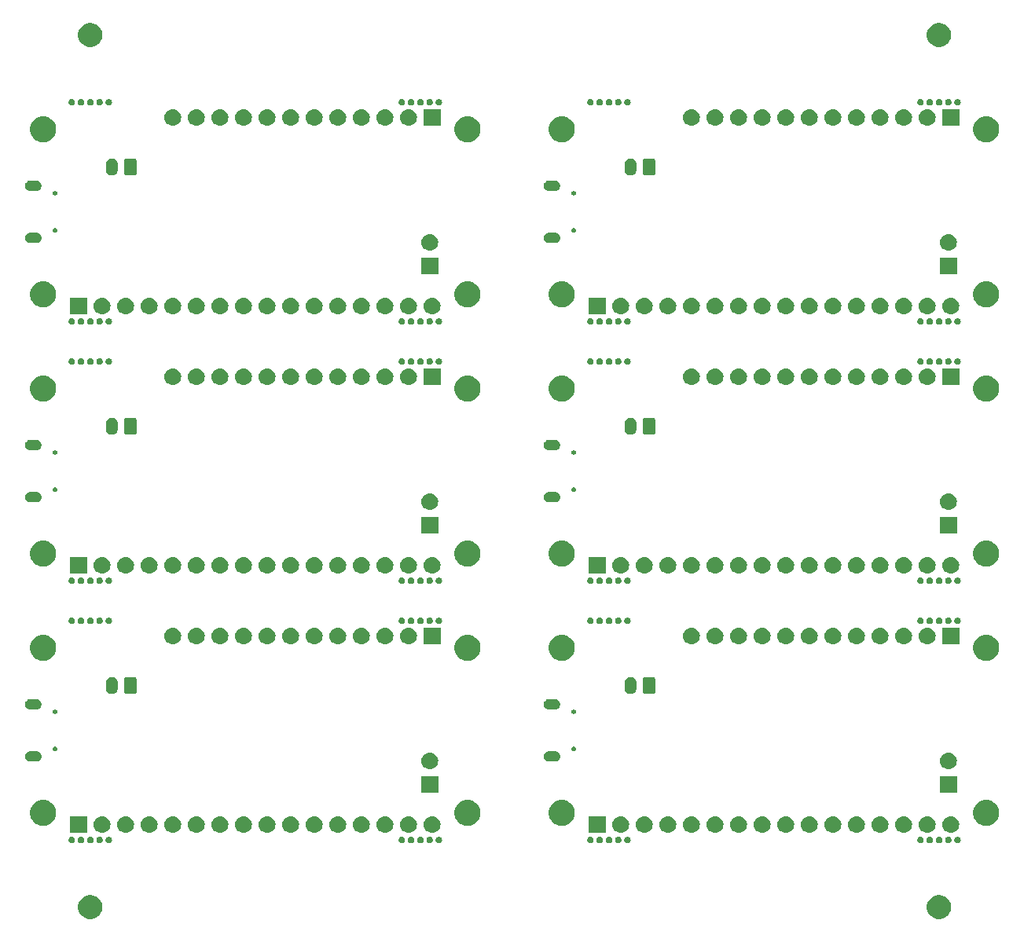
<source format=gbr>
G04 #@! TF.GenerationSoftware,KiCad,Pcbnew,(5.1.4)-1*
G04 #@! TF.CreationDate,2020-09-18T21:31:58+02:00*
G04 #@! TF.ProjectId,cheapFeather,63686561-7046-4656-9174-6865722e6b69,rev?*
G04 #@! TF.SameCoordinates,Original*
G04 #@! TF.FileFunction,Soldermask,Bot*
G04 #@! TF.FilePolarity,Negative*
%FSLAX46Y46*%
G04 Gerber Fmt 4.6, Leading zero omitted, Abs format (unit mm)*
G04 Created by KiCad (PCBNEW (5.1.4)-1) date 2020-09-18 21:31:58*
%MOMM*%
%LPD*%
G04 APERTURE LIST*
%ADD10C,0.100000*%
G04 APERTURE END LIST*
D10*
G36*
X162939487Y-133368996D02*
G01*
X163176253Y-133467068D01*
X163176255Y-133467069D01*
X163389339Y-133609447D01*
X163570553Y-133790661D01*
X163712932Y-134003747D01*
X163811004Y-134240513D01*
X163861000Y-134491861D01*
X163861000Y-134748139D01*
X163811004Y-134999487D01*
X163712932Y-135236253D01*
X163712931Y-135236255D01*
X163570553Y-135449339D01*
X163389339Y-135630553D01*
X163176255Y-135772931D01*
X163176254Y-135772932D01*
X163176253Y-135772932D01*
X162939487Y-135871004D01*
X162688139Y-135921000D01*
X162431861Y-135921000D01*
X162180513Y-135871004D01*
X161943747Y-135772932D01*
X161943746Y-135772932D01*
X161943745Y-135772931D01*
X161730661Y-135630553D01*
X161549447Y-135449339D01*
X161407069Y-135236255D01*
X161407068Y-135236253D01*
X161308996Y-134999487D01*
X161259000Y-134748139D01*
X161259000Y-134491861D01*
X161308996Y-134240513D01*
X161407068Y-134003747D01*
X161549447Y-133790661D01*
X161730661Y-133609447D01*
X161943745Y-133467069D01*
X161943747Y-133467068D01*
X162180513Y-133368996D01*
X162431861Y-133319000D01*
X162688139Y-133319000D01*
X162939487Y-133368996D01*
X162939487Y-133368996D01*
G37*
G36*
X71499487Y-133368996D02*
G01*
X71736253Y-133467068D01*
X71736255Y-133467069D01*
X71949339Y-133609447D01*
X72130553Y-133790661D01*
X72272932Y-134003747D01*
X72371004Y-134240513D01*
X72421000Y-134491861D01*
X72421000Y-134748139D01*
X72371004Y-134999487D01*
X72272932Y-135236253D01*
X72272931Y-135236255D01*
X72130553Y-135449339D01*
X71949339Y-135630553D01*
X71736255Y-135772931D01*
X71736254Y-135772932D01*
X71736253Y-135772932D01*
X71499487Y-135871004D01*
X71248139Y-135921000D01*
X70991861Y-135921000D01*
X70740513Y-135871004D01*
X70503747Y-135772932D01*
X70503746Y-135772932D01*
X70503745Y-135772931D01*
X70290661Y-135630553D01*
X70109447Y-135449339D01*
X69967069Y-135236255D01*
X69967068Y-135236253D01*
X69868996Y-134999487D01*
X69819000Y-134748139D01*
X69819000Y-134491861D01*
X69868996Y-134240513D01*
X69967068Y-134003747D01*
X70109447Y-133790661D01*
X70290661Y-133609447D01*
X70503745Y-133467069D01*
X70503747Y-133467068D01*
X70740513Y-133368996D01*
X70991861Y-133319000D01*
X71248139Y-133319000D01*
X71499487Y-133368996D01*
X71499487Y-133368996D01*
G37*
G36*
X71222383Y-127043489D02*
G01*
X71222386Y-127043490D01*
X71222385Y-127043490D01*
X71286258Y-127069946D01*
X71343748Y-127108360D01*
X71392640Y-127157252D01*
X71431054Y-127214742D01*
X71452624Y-127266818D01*
X71457511Y-127278617D01*
X71471000Y-127346430D01*
X71471000Y-127415570D01*
X71457511Y-127483383D01*
X71457510Y-127483385D01*
X71431054Y-127547258D01*
X71392640Y-127604748D01*
X71343748Y-127653640D01*
X71286258Y-127692054D01*
X71234182Y-127713624D01*
X71222383Y-127718511D01*
X71154570Y-127732000D01*
X71085430Y-127732000D01*
X71017617Y-127718511D01*
X71005818Y-127713624D01*
X70953742Y-127692054D01*
X70896252Y-127653640D01*
X70847360Y-127604748D01*
X70808946Y-127547258D01*
X70782490Y-127483385D01*
X70782489Y-127483383D01*
X70769000Y-127415570D01*
X70769000Y-127346430D01*
X70782489Y-127278617D01*
X70787376Y-127266818D01*
X70808946Y-127214742D01*
X70847360Y-127157252D01*
X70896252Y-127108360D01*
X70953742Y-127069946D01*
X71017615Y-127043490D01*
X71017614Y-127043490D01*
X71017617Y-127043489D01*
X71085430Y-127030000D01*
X71154570Y-127030000D01*
X71222383Y-127043489D01*
X71222383Y-127043489D01*
G37*
G36*
X126102383Y-127043489D02*
G01*
X126102386Y-127043490D01*
X126102385Y-127043490D01*
X126166258Y-127069946D01*
X126223748Y-127108360D01*
X126272640Y-127157252D01*
X126311054Y-127214742D01*
X126332624Y-127266818D01*
X126337511Y-127278617D01*
X126351000Y-127346430D01*
X126351000Y-127415570D01*
X126337511Y-127483383D01*
X126337510Y-127483385D01*
X126311054Y-127547258D01*
X126272640Y-127604748D01*
X126223748Y-127653640D01*
X126166258Y-127692054D01*
X126114182Y-127713624D01*
X126102383Y-127718511D01*
X126034570Y-127732000D01*
X125965430Y-127732000D01*
X125897617Y-127718511D01*
X125885818Y-127713624D01*
X125833742Y-127692054D01*
X125776252Y-127653640D01*
X125727360Y-127604748D01*
X125688946Y-127547258D01*
X125662490Y-127483385D01*
X125662489Y-127483383D01*
X125649000Y-127415570D01*
X125649000Y-127346430D01*
X125662489Y-127278617D01*
X125667376Y-127266818D01*
X125688946Y-127214742D01*
X125727360Y-127157252D01*
X125776252Y-127108360D01*
X125833742Y-127069946D01*
X125897615Y-127043490D01*
X125897614Y-127043490D01*
X125897617Y-127043489D01*
X125965430Y-127030000D01*
X126034570Y-127030000D01*
X126102383Y-127043489D01*
X126102383Y-127043489D01*
G37*
G36*
X69222383Y-127043489D02*
G01*
X69222386Y-127043490D01*
X69222385Y-127043490D01*
X69286258Y-127069946D01*
X69343748Y-127108360D01*
X69392640Y-127157252D01*
X69431054Y-127214742D01*
X69452624Y-127266818D01*
X69457511Y-127278617D01*
X69471000Y-127346430D01*
X69471000Y-127415570D01*
X69457511Y-127483383D01*
X69457510Y-127483385D01*
X69431054Y-127547258D01*
X69392640Y-127604748D01*
X69343748Y-127653640D01*
X69286258Y-127692054D01*
X69234182Y-127713624D01*
X69222383Y-127718511D01*
X69154570Y-127732000D01*
X69085430Y-127732000D01*
X69017617Y-127718511D01*
X69005818Y-127713624D01*
X68953742Y-127692054D01*
X68896252Y-127653640D01*
X68847360Y-127604748D01*
X68808946Y-127547258D01*
X68782490Y-127483385D01*
X68782489Y-127483383D01*
X68769000Y-127415570D01*
X68769000Y-127346430D01*
X68782489Y-127278617D01*
X68787376Y-127266818D01*
X68808946Y-127214742D01*
X68847360Y-127157252D01*
X68896252Y-127108360D01*
X68953742Y-127069946D01*
X69017615Y-127043490D01*
X69017614Y-127043490D01*
X69017617Y-127043489D01*
X69085430Y-127030000D01*
X69154570Y-127030000D01*
X69222383Y-127043489D01*
X69222383Y-127043489D01*
G37*
G36*
X104782383Y-127043489D02*
G01*
X104782386Y-127043490D01*
X104782385Y-127043490D01*
X104846258Y-127069946D01*
X104903748Y-127108360D01*
X104952640Y-127157252D01*
X104991054Y-127214742D01*
X105012624Y-127266818D01*
X105017511Y-127278617D01*
X105031000Y-127346430D01*
X105031000Y-127415570D01*
X105017511Y-127483383D01*
X105017510Y-127483385D01*
X104991054Y-127547258D01*
X104952640Y-127604748D01*
X104903748Y-127653640D01*
X104846258Y-127692054D01*
X104794182Y-127713624D01*
X104782383Y-127718511D01*
X104714570Y-127732000D01*
X104645430Y-127732000D01*
X104577617Y-127718511D01*
X104565818Y-127713624D01*
X104513742Y-127692054D01*
X104456252Y-127653640D01*
X104407360Y-127604748D01*
X104368946Y-127547258D01*
X104342490Y-127483385D01*
X104342489Y-127483383D01*
X104329000Y-127415570D01*
X104329000Y-127346430D01*
X104342489Y-127278617D01*
X104347376Y-127266818D01*
X104368946Y-127214742D01*
X104407360Y-127157252D01*
X104456252Y-127108360D01*
X104513742Y-127069946D01*
X104577615Y-127043490D01*
X104577614Y-127043490D01*
X104577617Y-127043489D01*
X104645430Y-127030000D01*
X104714570Y-127030000D01*
X104782383Y-127043489D01*
X104782383Y-127043489D01*
G37*
G36*
X105782383Y-127043489D02*
G01*
X105782386Y-127043490D01*
X105782385Y-127043490D01*
X105846258Y-127069946D01*
X105903748Y-127108360D01*
X105952640Y-127157252D01*
X105991054Y-127214742D01*
X106012624Y-127266818D01*
X106017511Y-127278617D01*
X106031000Y-127346430D01*
X106031000Y-127415570D01*
X106017511Y-127483383D01*
X106017510Y-127483385D01*
X105991054Y-127547258D01*
X105952640Y-127604748D01*
X105903748Y-127653640D01*
X105846258Y-127692054D01*
X105794182Y-127713624D01*
X105782383Y-127718511D01*
X105714570Y-127732000D01*
X105645430Y-127732000D01*
X105577617Y-127718511D01*
X105565818Y-127713624D01*
X105513742Y-127692054D01*
X105456252Y-127653640D01*
X105407360Y-127604748D01*
X105368946Y-127547258D01*
X105342490Y-127483385D01*
X105342489Y-127483383D01*
X105329000Y-127415570D01*
X105329000Y-127346430D01*
X105342489Y-127278617D01*
X105347376Y-127266818D01*
X105368946Y-127214742D01*
X105407360Y-127157252D01*
X105456252Y-127108360D01*
X105513742Y-127069946D01*
X105577615Y-127043490D01*
X105577614Y-127043490D01*
X105577617Y-127043489D01*
X105645430Y-127030000D01*
X105714570Y-127030000D01*
X105782383Y-127043489D01*
X105782383Y-127043489D01*
G37*
G36*
X73222383Y-127043489D02*
G01*
X73222386Y-127043490D01*
X73222385Y-127043490D01*
X73286258Y-127069946D01*
X73343748Y-127108360D01*
X73392640Y-127157252D01*
X73431054Y-127214742D01*
X73452624Y-127266818D01*
X73457511Y-127278617D01*
X73471000Y-127346430D01*
X73471000Y-127415570D01*
X73457511Y-127483383D01*
X73457510Y-127483385D01*
X73431054Y-127547258D01*
X73392640Y-127604748D01*
X73343748Y-127653640D01*
X73286258Y-127692054D01*
X73234182Y-127713624D01*
X73222383Y-127718511D01*
X73154570Y-127732000D01*
X73085430Y-127732000D01*
X73017617Y-127718511D01*
X73005818Y-127713624D01*
X72953742Y-127692054D01*
X72896252Y-127653640D01*
X72847360Y-127604748D01*
X72808946Y-127547258D01*
X72782490Y-127483385D01*
X72782489Y-127483383D01*
X72769000Y-127415570D01*
X72769000Y-127346430D01*
X72782489Y-127278617D01*
X72787376Y-127266818D01*
X72808946Y-127214742D01*
X72847360Y-127157252D01*
X72896252Y-127108360D01*
X72953742Y-127069946D01*
X73017615Y-127043490D01*
X73017614Y-127043490D01*
X73017617Y-127043489D01*
X73085430Y-127030000D01*
X73154570Y-127030000D01*
X73222383Y-127043489D01*
X73222383Y-127043489D01*
G37*
G36*
X72222383Y-127043489D02*
G01*
X72222386Y-127043490D01*
X72222385Y-127043490D01*
X72286258Y-127069946D01*
X72343748Y-127108360D01*
X72392640Y-127157252D01*
X72431054Y-127214742D01*
X72452624Y-127266818D01*
X72457511Y-127278617D01*
X72471000Y-127346430D01*
X72471000Y-127415570D01*
X72457511Y-127483383D01*
X72457510Y-127483385D01*
X72431054Y-127547258D01*
X72392640Y-127604748D01*
X72343748Y-127653640D01*
X72286258Y-127692054D01*
X72234182Y-127713624D01*
X72222383Y-127718511D01*
X72154570Y-127732000D01*
X72085430Y-127732000D01*
X72017617Y-127718511D01*
X72005818Y-127713624D01*
X71953742Y-127692054D01*
X71896252Y-127653640D01*
X71847360Y-127604748D01*
X71808946Y-127547258D01*
X71782490Y-127483385D01*
X71782489Y-127483383D01*
X71769000Y-127415570D01*
X71769000Y-127346430D01*
X71782489Y-127278617D01*
X71787376Y-127266818D01*
X71808946Y-127214742D01*
X71847360Y-127157252D01*
X71896252Y-127108360D01*
X71953742Y-127069946D01*
X72017615Y-127043490D01*
X72017614Y-127043490D01*
X72017617Y-127043489D01*
X72085430Y-127030000D01*
X72154570Y-127030000D01*
X72222383Y-127043489D01*
X72222383Y-127043489D01*
G37*
G36*
X108782383Y-127043489D02*
G01*
X108782386Y-127043490D01*
X108782385Y-127043490D01*
X108846258Y-127069946D01*
X108903748Y-127108360D01*
X108952640Y-127157252D01*
X108991054Y-127214742D01*
X109012624Y-127266818D01*
X109017511Y-127278617D01*
X109031000Y-127346430D01*
X109031000Y-127415570D01*
X109017511Y-127483383D01*
X109017510Y-127483385D01*
X108991054Y-127547258D01*
X108952640Y-127604748D01*
X108903748Y-127653640D01*
X108846258Y-127692054D01*
X108794182Y-127713624D01*
X108782383Y-127718511D01*
X108714570Y-127732000D01*
X108645430Y-127732000D01*
X108577617Y-127718511D01*
X108565818Y-127713624D01*
X108513742Y-127692054D01*
X108456252Y-127653640D01*
X108407360Y-127604748D01*
X108368946Y-127547258D01*
X108342490Y-127483385D01*
X108342489Y-127483383D01*
X108329000Y-127415570D01*
X108329000Y-127346430D01*
X108342489Y-127278617D01*
X108347376Y-127266818D01*
X108368946Y-127214742D01*
X108407360Y-127157252D01*
X108456252Y-127108360D01*
X108513742Y-127069946D01*
X108577615Y-127043490D01*
X108577614Y-127043490D01*
X108577617Y-127043489D01*
X108645430Y-127030000D01*
X108714570Y-127030000D01*
X108782383Y-127043489D01*
X108782383Y-127043489D01*
G37*
G36*
X107782383Y-127043489D02*
G01*
X107782386Y-127043490D01*
X107782385Y-127043490D01*
X107846258Y-127069946D01*
X107903748Y-127108360D01*
X107952640Y-127157252D01*
X107991054Y-127214742D01*
X108012624Y-127266818D01*
X108017511Y-127278617D01*
X108031000Y-127346430D01*
X108031000Y-127415570D01*
X108017511Y-127483383D01*
X108017510Y-127483385D01*
X107991054Y-127547258D01*
X107952640Y-127604748D01*
X107903748Y-127653640D01*
X107846258Y-127692054D01*
X107794182Y-127713624D01*
X107782383Y-127718511D01*
X107714570Y-127732000D01*
X107645430Y-127732000D01*
X107577617Y-127718511D01*
X107565818Y-127713624D01*
X107513742Y-127692054D01*
X107456252Y-127653640D01*
X107407360Y-127604748D01*
X107368946Y-127547258D01*
X107342490Y-127483385D01*
X107342489Y-127483383D01*
X107329000Y-127415570D01*
X107329000Y-127346430D01*
X107342489Y-127278617D01*
X107347376Y-127266818D01*
X107368946Y-127214742D01*
X107407360Y-127157252D01*
X107456252Y-127108360D01*
X107513742Y-127069946D01*
X107577615Y-127043490D01*
X107577614Y-127043490D01*
X107577617Y-127043489D01*
X107645430Y-127030000D01*
X107714570Y-127030000D01*
X107782383Y-127043489D01*
X107782383Y-127043489D01*
G37*
G36*
X106782383Y-127043489D02*
G01*
X106782386Y-127043490D01*
X106782385Y-127043490D01*
X106846258Y-127069946D01*
X106903748Y-127108360D01*
X106952640Y-127157252D01*
X106991054Y-127214742D01*
X107012624Y-127266818D01*
X107017511Y-127278617D01*
X107031000Y-127346430D01*
X107031000Y-127415570D01*
X107017511Y-127483383D01*
X107017510Y-127483385D01*
X106991054Y-127547258D01*
X106952640Y-127604748D01*
X106903748Y-127653640D01*
X106846258Y-127692054D01*
X106794182Y-127713624D01*
X106782383Y-127718511D01*
X106714570Y-127732000D01*
X106645430Y-127732000D01*
X106577617Y-127718511D01*
X106565818Y-127713624D01*
X106513742Y-127692054D01*
X106456252Y-127653640D01*
X106407360Y-127604748D01*
X106368946Y-127547258D01*
X106342490Y-127483385D01*
X106342489Y-127483383D01*
X106329000Y-127415570D01*
X106329000Y-127346430D01*
X106342489Y-127278617D01*
X106347376Y-127266818D01*
X106368946Y-127214742D01*
X106407360Y-127157252D01*
X106456252Y-127108360D01*
X106513742Y-127069946D01*
X106577615Y-127043490D01*
X106577614Y-127043490D01*
X106577617Y-127043489D01*
X106645430Y-127030000D01*
X106714570Y-127030000D01*
X106782383Y-127043489D01*
X106782383Y-127043489D01*
G37*
G36*
X125102383Y-127043489D02*
G01*
X125102386Y-127043490D01*
X125102385Y-127043490D01*
X125166258Y-127069946D01*
X125223748Y-127108360D01*
X125272640Y-127157252D01*
X125311054Y-127214742D01*
X125332624Y-127266818D01*
X125337511Y-127278617D01*
X125351000Y-127346430D01*
X125351000Y-127415570D01*
X125337511Y-127483383D01*
X125337510Y-127483385D01*
X125311054Y-127547258D01*
X125272640Y-127604748D01*
X125223748Y-127653640D01*
X125166258Y-127692054D01*
X125114182Y-127713624D01*
X125102383Y-127718511D01*
X125034570Y-127732000D01*
X124965430Y-127732000D01*
X124897617Y-127718511D01*
X124885818Y-127713624D01*
X124833742Y-127692054D01*
X124776252Y-127653640D01*
X124727360Y-127604748D01*
X124688946Y-127547258D01*
X124662490Y-127483385D01*
X124662489Y-127483383D01*
X124649000Y-127415570D01*
X124649000Y-127346430D01*
X124662489Y-127278617D01*
X124667376Y-127266818D01*
X124688946Y-127214742D01*
X124727360Y-127157252D01*
X124776252Y-127108360D01*
X124833742Y-127069946D01*
X124897615Y-127043490D01*
X124897614Y-127043490D01*
X124897617Y-127043489D01*
X124965430Y-127030000D01*
X125034570Y-127030000D01*
X125102383Y-127043489D01*
X125102383Y-127043489D01*
G37*
G36*
X129102383Y-127043489D02*
G01*
X129102386Y-127043490D01*
X129102385Y-127043490D01*
X129166258Y-127069946D01*
X129223748Y-127108360D01*
X129272640Y-127157252D01*
X129311054Y-127214742D01*
X129332624Y-127266818D01*
X129337511Y-127278617D01*
X129351000Y-127346430D01*
X129351000Y-127415570D01*
X129337511Y-127483383D01*
X129337510Y-127483385D01*
X129311054Y-127547258D01*
X129272640Y-127604748D01*
X129223748Y-127653640D01*
X129166258Y-127692054D01*
X129114182Y-127713624D01*
X129102383Y-127718511D01*
X129034570Y-127732000D01*
X128965430Y-127732000D01*
X128897617Y-127718511D01*
X128885818Y-127713624D01*
X128833742Y-127692054D01*
X128776252Y-127653640D01*
X128727360Y-127604748D01*
X128688946Y-127547258D01*
X128662490Y-127483385D01*
X128662489Y-127483383D01*
X128649000Y-127415570D01*
X128649000Y-127346430D01*
X128662489Y-127278617D01*
X128667376Y-127266818D01*
X128688946Y-127214742D01*
X128727360Y-127157252D01*
X128776252Y-127108360D01*
X128833742Y-127069946D01*
X128897615Y-127043490D01*
X128897614Y-127043490D01*
X128897617Y-127043489D01*
X128965430Y-127030000D01*
X129034570Y-127030000D01*
X129102383Y-127043489D01*
X129102383Y-127043489D01*
G37*
G36*
X70222383Y-127043489D02*
G01*
X70222386Y-127043490D01*
X70222385Y-127043490D01*
X70286258Y-127069946D01*
X70343748Y-127108360D01*
X70392640Y-127157252D01*
X70431054Y-127214742D01*
X70452624Y-127266818D01*
X70457511Y-127278617D01*
X70471000Y-127346430D01*
X70471000Y-127415570D01*
X70457511Y-127483383D01*
X70457510Y-127483385D01*
X70431054Y-127547258D01*
X70392640Y-127604748D01*
X70343748Y-127653640D01*
X70286258Y-127692054D01*
X70234182Y-127713624D01*
X70222383Y-127718511D01*
X70154570Y-127732000D01*
X70085430Y-127732000D01*
X70017617Y-127718511D01*
X70005818Y-127713624D01*
X69953742Y-127692054D01*
X69896252Y-127653640D01*
X69847360Y-127604748D01*
X69808946Y-127547258D01*
X69782490Y-127483385D01*
X69782489Y-127483383D01*
X69769000Y-127415570D01*
X69769000Y-127346430D01*
X69782489Y-127278617D01*
X69787376Y-127266818D01*
X69808946Y-127214742D01*
X69847360Y-127157252D01*
X69896252Y-127108360D01*
X69953742Y-127069946D01*
X70017615Y-127043490D01*
X70017614Y-127043490D01*
X70017617Y-127043489D01*
X70085430Y-127030000D01*
X70154570Y-127030000D01*
X70222383Y-127043489D01*
X70222383Y-127043489D01*
G37*
G36*
X162662383Y-127043489D02*
G01*
X162662386Y-127043490D01*
X162662385Y-127043490D01*
X162726258Y-127069946D01*
X162783748Y-127108360D01*
X162832640Y-127157252D01*
X162871054Y-127214742D01*
X162892624Y-127266818D01*
X162897511Y-127278617D01*
X162911000Y-127346430D01*
X162911000Y-127415570D01*
X162897511Y-127483383D01*
X162897510Y-127483385D01*
X162871054Y-127547258D01*
X162832640Y-127604748D01*
X162783748Y-127653640D01*
X162726258Y-127692054D01*
X162674182Y-127713624D01*
X162662383Y-127718511D01*
X162594570Y-127732000D01*
X162525430Y-127732000D01*
X162457617Y-127718511D01*
X162445818Y-127713624D01*
X162393742Y-127692054D01*
X162336252Y-127653640D01*
X162287360Y-127604748D01*
X162248946Y-127547258D01*
X162222490Y-127483385D01*
X162222489Y-127483383D01*
X162209000Y-127415570D01*
X162209000Y-127346430D01*
X162222489Y-127278617D01*
X162227376Y-127266818D01*
X162248946Y-127214742D01*
X162287360Y-127157252D01*
X162336252Y-127108360D01*
X162393742Y-127069946D01*
X162457615Y-127043490D01*
X162457614Y-127043490D01*
X162457617Y-127043489D01*
X162525430Y-127030000D01*
X162594570Y-127030000D01*
X162662383Y-127043489D01*
X162662383Y-127043489D01*
G37*
G36*
X163662383Y-127043489D02*
G01*
X163662386Y-127043490D01*
X163662385Y-127043490D01*
X163726258Y-127069946D01*
X163783748Y-127108360D01*
X163832640Y-127157252D01*
X163871054Y-127214742D01*
X163892624Y-127266818D01*
X163897511Y-127278617D01*
X163911000Y-127346430D01*
X163911000Y-127415570D01*
X163897511Y-127483383D01*
X163897510Y-127483385D01*
X163871054Y-127547258D01*
X163832640Y-127604748D01*
X163783748Y-127653640D01*
X163726258Y-127692054D01*
X163674182Y-127713624D01*
X163662383Y-127718511D01*
X163594570Y-127732000D01*
X163525430Y-127732000D01*
X163457617Y-127718511D01*
X163445818Y-127713624D01*
X163393742Y-127692054D01*
X163336252Y-127653640D01*
X163287360Y-127604748D01*
X163248946Y-127547258D01*
X163222490Y-127483385D01*
X163222489Y-127483383D01*
X163209000Y-127415570D01*
X163209000Y-127346430D01*
X163222489Y-127278617D01*
X163227376Y-127266818D01*
X163248946Y-127214742D01*
X163287360Y-127157252D01*
X163336252Y-127108360D01*
X163393742Y-127069946D01*
X163457615Y-127043490D01*
X163457614Y-127043490D01*
X163457617Y-127043489D01*
X163525430Y-127030000D01*
X163594570Y-127030000D01*
X163662383Y-127043489D01*
X163662383Y-127043489D01*
G37*
G36*
X164662383Y-127043489D02*
G01*
X164662386Y-127043490D01*
X164662385Y-127043490D01*
X164726258Y-127069946D01*
X164783748Y-127108360D01*
X164832640Y-127157252D01*
X164871054Y-127214742D01*
X164892624Y-127266818D01*
X164897511Y-127278617D01*
X164911000Y-127346430D01*
X164911000Y-127415570D01*
X164897511Y-127483383D01*
X164897510Y-127483385D01*
X164871054Y-127547258D01*
X164832640Y-127604748D01*
X164783748Y-127653640D01*
X164726258Y-127692054D01*
X164674182Y-127713624D01*
X164662383Y-127718511D01*
X164594570Y-127732000D01*
X164525430Y-127732000D01*
X164457617Y-127718511D01*
X164445818Y-127713624D01*
X164393742Y-127692054D01*
X164336252Y-127653640D01*
X164287360Y-127604748D01*
X164248946Y-127547258D01*
X164222490Y-127483385D01*
X164222489Y-127483383D01*
X164209000Y-127415570D01*
X164209000Y-127346430D01*
X164222489Y-127278617D01*
X164227376Y-127266818D01*
X164248946Y-127214742D01*
X164287360Y-127157252D01*
X164336252Y-127108360D01*
X164393742Y-127069946D01*
X164457615Y-127043490D01*
X164457614Y-127043490D01*
X164457617Y-127043489D01*
X164525430Y-127030000D01*
X164594570Y-127030000D01*
X164662383Y-127043489D01*
X164662383Y-127043489D01*
G37*
G36*
X161662383Y-127043489D02*
G01*
X161662386Y-127043490D01*
X161662385Y-127043490D01*
X161726258Y-127069946D01*
X161783748Y-127108360D01*
X161832640Y-127157252D01*
X161871054Y-127214742D01*
X161892624Y-127266818D01*
X161897511Y-127278617D01*
X161911000Y-127346430D01*
X161911000Y-127415570D01*
X161897511Y-127483383D01*
X161897510Y-127483385D01*
X161871054Y-127547258D01*
X161832640Y-127604748D01*
X161783748Y-127653640D01*
X161726258Y-127692054D01*
X161674182Y-127713624D01*
X161662383Y-127718511D01*
X161594570Y-127732000D01*
X161525430Y-127732000D01*
X161457617Y-127718511D01*
X161445818Y-127713624D01*
X161393742Y-127692054D01*
X161336252Y-127653640D01*
X161287360Y-127604748D01*
X161248946Y-127547258D01*
X161222490Y-127483385D01*
X161222489Y-127483383D01*
X161209000Y-127415570D01*
X161209000Y-127346430D01*
X161222489Y-127278617D01*
X161227376Y-127266818D01*
X161248946Y-127214742D01*
X161287360Y-127157252D01*
X161336252Y-127108360D01*
X161393742Y-127069946D01*
X161457615Y-127043490D01*
X161457614Y-127043490D01*
X161457617Y-127043489D01*
X161525430Y-127030000D01*
X161594570Y-127030000D01*
X161662383Y-127043489D01*
X161662383Y-127043489D01*
G37*
G36*
X160662383Y-127043489D02*
G01*
X160662386Y-127043490D01*
X160662385Y-127043490D01*
X160726258Y-127069946D01*
X160783748Y-127108360D01*
X160832640Y-127157252D01*
X160871054Y-127214742D01*
X160892624Y-127266818D01*
X160897511Y-127278617D01*
X160911000Y-127346430D01*
X160911000Y-127415570D01*
X160897511Y-127483383D01*
X160897510Y-127483385D01*
X160871054Y-127547258D01*
X160832640Y-127604748D01*
X160783748Y-127653640D01*
X160726258Y-127692054D01*
X160674182Y-127713624D01*
X160662383Y-127718511D01*
X160594570Y-127732000D01*
X160525430Y-127732000D01*
X160457617Y-127718511D01*
X160445818Y-127713624D01*
X160393742Y-127692054D01*
X160336252Y-127653640D01*
X160287360Y-127604748D01*
X160248946Y-127547258D01*
X160222490Y-127483385D01*
X160222489Y-127483383D01*
X160209000Y-127415570D01*
X160209000Y-127346430D01*
X160222489Y-127278617D01*
X160227376Y-127266818D01*
X160248946Y-127214742D01*
X160287360Y-127157252D01*
X160336252Y-127108360D01*
X160393742Y-127069946D01*
X160457615Y-127043490D01*
X160457614Y-127043490D01*
X160457617Y-127043489D01*
X160525430Y-127030000D01*
X160594570Y-127030000D01*
X160662383Y-127043489D01*
X160662383Y-127043489D01*
G37*
G36*
X127102383Y-127043489D02*
G01*
X127102386Y-127043490D01*
X127102385Y-127043490D01*
X127166258Y-127069946D01*
X127223748Y-127108360D01*
X127272640Y-127157252D01*
X127311054Y-127214742D01*
X127332624Y-127266818D01*
X127337511Y-127278617D01*
X127351000Y-127346430D01*
X127351000Y-127415570D01*
X127337511Y-127483383D01*
X127337510Y-127483385D01*
X127311054Y-127547258D01*
X127272640Y-127604748D01*
X127223748Y-127653640D01*
X127166258Y-127692054D01*
X127114182Y-127713624D01*
X127102383Y-127718511D01*
X127034570Y-127732000D01*
X126965430Y-127732000D01*
X126897617Y-127718511D01*
X126885818Y-127713624D01*
X126833742Y-127692054D01*
X126776252Y-127653640D01*
X126727360Y-127604748D01*
X126688946Y-127547258D01*
X126662490Y-127483385D01*
X126662489Y-127483383D01*
X126649000Y-127415570D01*
X126649000Y-127346430D01*
X126662489Y-127278617D01*
X126667376Y-127266818D01*
X126688946Y-127214742D01*
X126727360Y-127157252D01*
X126776252Y-127108360D01*
X126833742Y-127069946D01*
X126897615Y-127043490D01*
X126897614Y-127043490D01*
X126897617Y-127043489D01*
X126965430Y-127030000D01*
X127034570Y-127030000D01*
X127102383Y-127043489D01*
X127102383Y-127043489D01*
G37*
G36*
X128102383Y-127043489D02*
G01*
X128102386Y-127043490D01*
X128102385Y-127043490D01*
X128166258Y-127069946D01*
X128223748Y-127108360D01*
X128272640Y-127157252D01*
X128311054Y-127214742D01*
X128332624Y-127266818D01*
X128337511Y-127278617D01*
X128351000Y-127346430D01*
X128351000Y-127415570D01*
X128337511Y-127483383D01*
X128337510Y-127483385D01*
X128311054Y-127547258D01*
X128272640Y-127604748D01*
X128223748Y-127653640D01*
X128166258Y-127692054D01*
X128114182Y-127713624D01*
X128102383Y-127718511D01*
X128034570Y-127732000D01*
X127965430Y-127732000D01*
X127897617Y-127718511D01*
X127885818Y-127713624D01*
X127833742Y-127692054D01*
X127776252Y-127653640D01*
X127727360Y-127604748D01*
X127688946Y-127547258D01*
X127662490Y-127483385D01*
X127662489Y-127483383D01*
X127649000Y-127415570D01*
X127649000Y-127346430D01*
X127662489Y-127278617D01*
X127667376Y-127266818D01*
X127688946Y-127214742D01*
X127727360Y-127157252D01*
X127776252Y-127108360D01*
X127833742Y-127069946D01*
X127897615Y-127043490D01*
X127897614Y-127043490D01*
X127897617Y-127043489D01*
X127965430Y-127030000D01*
X128034570Y-127030000D01*
X128102383Y-127043489D01*
X128102383Y-127043489D01*
G37*
G36*
X92820443Y-124835519D02*
G01*
X92886627Y-124842037D01*
X93056466Y-124893557D01*
X93212991Y-124977222D01*
X93248729Y-125006552D01*
X93350186Y-125089814D01*
X93433448Y-125191271D01*
X93462778Y-125227009D01*
X93546443Y-125383534D01*
X93597963Y-125553373D01*
X93615359Y-125730000D01*
X93597963Y-125906627D01*
X93546443Y-126076466D01*
X93462778Y-126232991D01*
X93433448Y-126268729D01*
X93350186Y-126370186D01*
X93248729Y-126453448D01*
X93212991Y-126482778D01*
X93056466Y-126566443D01*
X92886627Y-126617963D01*
X92820442Y-126624482D01*
X92754260Y-126631000D01*
X92665740Y-126631000D01*
X92599558Y-126624482D01*
X92533373Y-126617963D01*
X92363534Y-126566443D01*
X92207009Y-126482778D01*
X92171271Y-126453448D01*
X92069814Y-126370186D01*
X91986552Y-126268729D01*
X91957222Y-126232991D01*
X91873557Y-126076466D01*
X91822037Y-125906627D01*
X91804641Y-125730000D01*
X91822037Y-125553373D01*
X91873557Y-125383534D01*
X91957222Y-125227009D01*
X91986552Y-125191271D01*
X92069814Y-125089814D01*
X92171271Y-125006552D01*
X92207009Y-124977222D01*
X92363534Y-124893557D01*
X92533373Y-124842037D01*
X92599557Y-124835519D01*
X92665740Y-124829000D01*
X92754260Y-124829000D01*
X92820443Y-124835519D01*
X92820443Y-124835519D01*
G37*
G36*
X90280443Y-124835519D02*
G01*
X90346627Y-124842037D01*
X90516466Y-124893557D01*
X90672991Y-124977222D01*
X90708729Y-125006552D01*
X90810186Y-125089814D01*
X90893448Y-125191271D01*
X90922778Y-125227009D01*
X91006443Y-125383534D01*
X91057963Y-125553373D01*
X91075359Y-125730000D01*
X91057963Y-125906627D01*
X91006443Y-126076466D01*
X90922778Y-126232991D01*
X90893448Y-126268729D01*
X90810186Y-126370186D01*
X90708729Y-126453448D01*
X90672991Y-126482778D01*
X90516466Y-126566443D01*
X90346627Y-126617963D01*
X90280442Y-126624482D01*
X90214260Y-126631000D01*
X90125740Y-126631000D01*
X90059558Y-126624482D01*
X89993373Y-126617963D01*
X89823534Y-126566443D01*
X89667009Y-126482778D01*
X89631271Y-126453448D01*
X89529814Y-126370186D01*
X89446552Y-126268729D01*
X89417222Y-126232991D01*
X89333557Y-126076466D01*
X89282037Y-125906627D01*
X89264641Y-125730000D01*
X89282037Y-125553373D01*
X89333557Y-125383534D01*
X89417222Y-125227009D01*
X89446552Y-125191271D01*
X89529814Y-125089814D01*
X89631271Y-125006552D01*
X89667009Y-124977222D01*
X89823534Y-124893557D01*
X89993373Y-124842037D01*
X90059557Y-124835519D01*
X90125740Y-124829000D01*
X90214260Y-124829000D01*
X90280443Y-124835519D01*
X90280443Y-124835519D01*
G37*
G36*
X87740443Y-124835519D02*
G01*
X87806627Y-124842037D01*
X87976466Y-124893557D01*
X88132991Y-124977222D01*
X88168729Y-125006552D01*
X88270186Y-125089814D01*
X88353448Y-125191271D01*
X88382778Y-125227009D01*
X88466443Y-125383534D01*
X88517963Y-125553373D01*
X88535359Y-125730000D01*
X88517963Y-125906627D01*
X88466443Y-126076466D01*
X88382778Y-126232991D01*
X88353448Y-126268729D01*
X88270186Y-126370186D01*
X88168729Y-126453448D01*
X88132991Y-126482778D01*
X87976466Y-126566443D01*
X87806627Y-126617963D01*
X87740442Y-126624482D01*
X87674260Y-126631000D01*
X87585740Y-126631000D01*
X87519558Y-126624482D01*
X87453373Y-126617963D01*
X87283534Y-126566443D01*
X87127009Y-126482778D01*
X87091271Y-126453448D01*
X86989814Y-126370186D01*
X86906552Y-126268729D01*
X86877222Y-126232991D01*
X86793557Y-126076466D01*
X86742037Y-125906627D01*
X86724641Y-125730000D01*
X86742037Y-125553373D01*
X86793557Y-125383534D01*
X86877222Y-125227009D01*
X86906552Y-125191271D01*
X86989814Y-125089814D01*
X87091271Y-125006552D01*
X87127009Y-124977222D01*
X87283534Y-124893557D01*
X87453373Y-124842037D01*
X87519557Y-124835519D01*
X87585740Y-124829000D01*
X87674260Y-124829000D01*
X87740443Y-124835519D01*
X87740443Y-124835519D01*
G37*
G36*
X133460443Y-124835519D02*
G01*
X133526627Y-124842037D01*
X133696466Y-124893557D01*
X133852991Y-124977222D01*
X133888729Y-125006552D01*
X133990186Y-125089814D01*
X134073448Y-125191271D01*
X134102778Y-125227009D01*
X134186443Y-125383534D01*
X134237963Y-125553373D01*
X134255359Y-125730000D01*
X134237963Y-125906627D01*
X134186443Y-126076466D01*
X134102778Y-126232991D01*
X134073448Y-126268729D01*
X133990186Y-126370186D01*
X133888729Y-126453448D01*
X133852991Y-126482778D01*
X133696466Y-126566443D01*
X133526627Y-126617963D01*
X133460442Y-126624482D01*
X133394260Y-126631000D01*
X133305740Y-126631000D01*
X133239558Y-126624482D01*
X133173373Y-126617963D01*
X133003534Y-126566443D01*
X132847009Y-126482778D01*
X132811271Y-126453448D01*
X132709814Y-126370186D01*
X132626552Y-126268729D01*
X132597222Y-126232991D01*
X132513557Y-126076466D01*
X132462037Y-125906627D01*
X132444641Y-125730000D01*
X132462037Y-125553373D01*
X132513557Y-125383534D01*
X132597222Y-125227009D01*
X132626552Y-125191271D01*
X132709814Y-125089814D01*
X132811271Y-125006552D01*
X132847009Y-124977222D01*
X133003534Y-124893557D01*
X133173373Y-124842037D01*
X133239557Y-124835519D01*
X133305740Y-124829000D01*
X133394260Y-124829000D01*
X133460443Y-124835519D01*
X133460443Y-124835519D01*
G37*
G36*
X82660443Y-124835519D02*
G01*
X82726627Y-124842037D01*
X82896466Y-124893557D01*
X83052991Y-124977222D01*
X83088729Y-125006552D01*
X83190186Y-125089814D01*
X83273448Y-125191271D01*
X83302778Y-125227009D01*
X83386443Y-125383534D01*
X83437963Y-125553373D01*
X83455359Y-125730000D01*
X83437963Y-125906627D01*
X83386443Y-126076466D01*
X83302778Y-126232991D01*
X83273448Y-126268729D01*
X83190186Y-126370186D01*
X83088729Y-126453448D01*
X83052991Y-126482778D01*
X82896466Y-126566443D01*
X82726627Y-126617963D01*
X82660442Y-126624482D01*
X82594260Y-126631000D01*
X82505740Y-126631000D01*
X82439558Y-126624482D01*
X82373373Y-126617963D01*
X82203534Y-126566443D01*
X82047009Y-126482778D01*
X82011271Y-126453448D01*
X81909814Y-126370186D01*
X81826552Y-126268729D01*
X81797222Y-126232991D01*
X81713557Y-126076466D01*
X81662037Y-125906627D01*
X81644641Y-125730000D01*
X81662037Y-125553373D01*
X81713557Y-125383534D01*
X81797222Y-125227009D01*
X81826552Y-125191271D01*
X81909814Y-125089814D01*
X82011271Y-125006552D01*
X82047009Y-124977222D01*
X82203534Y-124893557D01*
X82373373Y-124842037D01*
X82439557Y-124835519D01*
X82505740Y-124829000D01*
X82594260Y-124829000D01*
X82660443Y-124835519D01*
X82660443Y-124835519D01*
G37*
G36*
X80120443Y-124835519D02*
G01*
X80186627Y-124842037D01*
X80356466Y-124893557D01*
X80512991Y-124977222D01*
X80548729Y-125006552D01*
X80650186Y-125089814D01*
X80733448Y-125191271D01*
X80762778Y-125227009D01*
X80846443Y-125383534D01*
X80897963Y-125553373D01*
X80915359Y-125730000D01*
X80897963Y-125906627D01*
X80846443Y-126076466D01*
X80762778Y-126232991D01*
X80733448Y-126268729D01*
X80650186Y-126370186D01*
X80548729Y-126453448D01*
X80512991Y-126482778D01*
X80356466Y-126566443D01*
X80186627Y-126617963D01*
X80120442Y-126624482D01*
X80054260Y-126631000D01*
X79965740Y-126631000D01*
X79899558Y-126624482D01*
X79833373Y-126617963D01*
X79663534Y-126566443D01*
X79507009Y-126482778D01*
X79471271Y-126453448D01*
X79369814Y-126370186D01*
X79286552Y-126268729D01*
X79257222Y-126232991D01*
X79173557Y-126076466D01*
X79122037Y-125906627D01*
X79104641Y-125730000D01*
X79122037Y-125553373D01*
X79173557Y-125383534D01*
X79257222Y-125227009D01*
X79286552Y-125191271D01*
X79369814Y-125089814D01*
X79471271Y-125006552D01*
X79507009Y-124977222D01*
X79663534Y-124893557D01*
X79833373Y-124842037D01*
X79899557Y-124835519D01*
X79965740Y-124829000D01*
X80054260Y-124829000D01*
X80120443Y-124835519D01*
X80120443Y-124835519D01*
G37*
G36*
X77580443Y-124835519D02*
G01*
X77646627Y-124842037D01*
X77816466Y-124893557D01*
X77972991Y-124977222D01*
X78008729Y-125006552D01*
X78110186Y-125089814D01*
X78193448Y-125191271D01*
X78222778Y-125227009D01*
X78306443Y-125383534D01*
X78357963Y-125553373D01*
X78375359Y-125730000D01*
X78357963Y-125906627D01*
X78306443Y-126076466D01*
X78222778Y-126232991D01*
X78193448Y-126268729D01*
X78110186Y-126370186D01*
X78008729Y-126453448D01*
X77972991Y-126482778D01*
X77816466Y-126566443D01*
X77646627Y-126617963D01*
X77580442Y-126624482D01*
X77514260Y-126631000D01*
X77425740Y-126631000D01*
X77359558Y-126624482D01*
X77293373Y-126617963D01*
X77123534Y-126566443D01*
X76967009Y-126482778D01*
X76931271Y-126453448D01*
X76829814Y-126370186D01*
X76746552Y-126268729D01*
X76717222Y-126232991D01*
X76633557Y-126076466D01*
X76582037Y-125906627D01*
X76564641Y-125730000D01*
X76582037Y-125553373D01*
X76633557Y-125383534D01*
X76717222Y-125227009D01*
X76746552Y-125191271D01*
X76829814Y-125089814D01*
X76931271Y-125006552D01*
X76967009Y-124977222D01*
X77123534Y-124893557D01*
X77293373Y-124842037D01*
X77359557Y-124835519D01*
X77425740Y-124829000D01*
X77514260Y-124829000D01*
X77580443Y-124835519D01*
X77580443Y-124835519D01*
G37*
G36*
X75040443Y-124835519D02*
G01*
X75106627Y-124842037D01*
X75276466Y-124893557D01*
X75432991Y-124977222D01*
X75468729Y-125006552D01*
X75570186Y-125089814D01*
X75653448Y-125191271D01*
X75682778Y-125227009D01*
X75766443Y-125383534D01*
X75817963Y-125553373D01*
X75835359Y-125730000D01*
X75817963Y-125906627D01*
X75766443Y-126076466D01*
X75682778Y-126232991D01*
X75653448Y-126268729D01*
X75570186Y-126370186D01*
X75468729Y-126453448D01*
X75432991Y-126482778D01*
X75276466Y-126566443D01*
X75106627Y-126617963D01*
X75040442Y-126624482D01*
X74974260Y-126631000D01*
X74885740Y-126631000D01*
X74819558Y-126624482D01*
X74753373Y-126617963D01*
X74583534Y-126566443D01*
X74427009Y-126482778D01*
X74391271Y-126453448D01*
X74289814Y-126370186D01*
X74206552Y-126268729D01*
X74177222Y-126232991D01*
X74093557Y-126076466D01*
X74042037Y-125906627D01*
X74024641Y-125730000D01*
X74042037Y-125553373D01*
X74093557Y-125383534D01*
X74177222Y-125227009D01*
X74206552Y-125191271D01*
X74289814Y-125089814D01*
X74391271Y-125006552D01*
X74427009Y-124977222D01*
X74583534Y-124893557D01*
X74753373Y-124842037D01*
X74819557Y-124835519D01*
X74885740Y-124829000D01*
X74974260Y-124829000D01*
X75040443Y-124835519D01*
X75040443Y-124835519D01*
G37*
G36*
X70751000Y-126631000D02*
G01*
X68949000Y-126631000D01*
X68949000Y-124829000D01*
X70751000Y-124829000D01*
X70751000Y-126631000D01*
X70751000Y-126631000D01*
G37*
G36*
X126631000Y-126631000D02*
G01*
X124829000Y-126631000D01*
X124829000Y-124829000D01*
X126631000Y-124829000D01*
X126631000Y-126631000D01*
X126631000Y-126631000D01*
G37*
G36*
X128380443Y-124835519D02*
G01*
X128446627Y-124842037D01*
X128616466Y-124893557D01*
X128772991Y-124977222D01*
X128808729Y-125006552D01*
X128910186Y-125089814D01*
X128993448Y-125191271D01*
X129022778Y-125227009D01*
X129106443Y-125383534D01*
X129157963Y-125553373D01*
X129175359Y-125730000D01*
X129157963Y-125906627D01*
X129106443Y-126076466D01*
X129022778Y-126232991D01*
X128993448Y-126268729D01*
X128910186Y-126370186D01*
X128808729Y-126453448D01*
X128772991Y-126482778D01*
X128616466Y-126566443D01*
X128446627Y-126617963D01*
X128380442Y-126624482D01*
X128314260Y-126631000D01*
X128225740Y-126631000D01*
X128159558Y-126624482D01*
X128093373Y-126617963D01*
X127923534Y-126566443D01*
X127767009Y-126482778D01*
X127731271Y-126453448D01*
X127629814Y-126370186D01*
X127546552Y-126268729D01*
X127517222Y-126232991D01*
X127433557Y-126076466D01*
X127382037Y-125906627D01*
X127364641Y-125730000D01*
X127382037Y-125553373D01*
X127433557Y-125383534D01*
X127517222Y-125227009D01*
X127546552Y-125191271D01*
X127629814Y-125089814D01*
X127731271Y-125006552D01*
X127767009Y-124977222D01*
X127923534Y-124893557D01*
X128093373Y-124842037D01*
X128159557Y-124835519D01*
X128225740Y-124829000D01*
X128314260Y-124829000D01*
X128380443Y-124835519D01*
X128380443Y-124835519D01*
G37*
G36*
X130920443Y-124835519D02*
G01*
X130986627Y-124842037D01*
X131156466Y-124893557D01*
X131312991Y-124977222D01*
X131348729Y-125006552D01*
X131450186Y-125089814D01*
X131533448Y-125191271D01*
X131562778Y-125227009D01*
X131646443Y-125383534D01*
X131697963Y-125553373D01*
X131715359Y-125730000D01*
X131697963Y-125906627D01*
X131646443Y-126076466D01*
X131562778Y-126232991D01*
X131533448Y-126268729D01*
X131450186Y-126370186D01*
X131348729Y-126453448D01*
X131312991Y-126482778D01*
X131156466Y-126566443D01*
X130986627Y-126617963D01*
X130920442Y-126624482D01*
X130854260Y-126631000D01*
X130765740Y-126631000D01*
X130699558Y-126624482D01*
X130633373Y-126617963D01*
X130463534Y-126566443D01*
X130307009Y-126482778D01*
X130271271Y-126453448D01*
X130169814Y-126370186D01*
X130086552Y-126268729D01*
X130057222Y-126232991D01*
X129973557Y-126076466D01*
X129922037Y-125906627D01*
X129904641Y-125730000D01*
X129922037Y-125553373D01*
X129973557Y-125383534D01*
X130057222Y-125227009D01*
X130086552Y-125191271D01*
X130169814Y-125089814D01*
X130271271Y-125006552D01*
X130307009Y-124977222D01*
X130463534Y-124893557D01*
X130633373Y-124842037D01*
X130699557Y-124835519D01*
X130765740Y-124829000D01*
X130854260Y-124829000D01*
X130920443Y-124835519D01*
X130920443Y-124835519D01*
G37*
G36*
X153780443Y-124835519D02*
G01*
X153846627Y-124842037D01*
X154016466Y-124893557D01*
X154172991Y-124977222D01*
X154208729Y-125006552D01*
X154310186Y-125089814D01*
X154393448Y-125191271D01*
X154422778Y-125227009D01*
X154506443Y-125383534D01*
X154557963Y-125553373D01*
X154575359Y-125730000D01*
X154557963Y-125906627D01*
X154506443Y-126076466D01*
X154422778Y-126232991D01*
X154393448Y-126268729D01*
X154310186Y-126370186D01*
X154208729Y-126453448D01*
X154172991Y-126482778D01*
X154016466Y-126566443D01*
X153846627Y-126617963D01*
X153780442Y-126624482D01*
X153714260Y-126631000D01*
X153625740Y-126631000D01*
X153559558Y-126624482D01*
X153493373Y-126617963D01*
X153323534Y-126566443D01*
X153167009Y-126482778D01*
X153131271Y-126453448D01*
X153029814Y-126370186D01*
X152946552Y-126268729D01*
X152917222Y-126232991D01*
X152833557Y-126076466D01*
X152782037Y-125906627D01*
X152764641Y-125730000D01*
X152782037Y-125553373D01*
X152833557Y-125383534D01*
X152917222Y-125227009D01*
X152946552Y-125191271D01*
X153029814Y-125089814D01*
X153131271Y-125006552D01*
X153167009Y-124977222D01*
X153323534Y-124893557D01*
X153493373Y-124842037D01*
X153559557Y-124835519D01*
X153625740Y-124829000D01*
X153714260Y-124829000D01*
X153780443Y-124835519D01*
X153780443Y-124835519D01*
G37*
G36*
X161400443Y-124835519D02*
G01*
X161466627Y-124842037D01*
X161636466Y-124893557D01*
X161792991Y-124977222D01*
X161828729Y-125006552D01*
X161930186Y-125089814D01*
X162013448Y-125191271D01*
X162042778Y-125227009D01*
X162126443Y-125383534D01*
X162177963Y-125553373D01*
X162195359Y-125730000D01*
X162177963Y-125906627D01*
X162126443Y-126076466D01*
X162042778Y-126232991D01*
X162013448Y-126268729D01*
X161930186Y-126370186D01*
X161828729Y-126453448D01*
X161792991Y-126482778D01*
X161636466Y-126566443D01*
X161466627Y-126617963D01*
X161400442Y-126624482D01*
X161334260Y-126631000D01*
X161245740Y-126631000D01*
X161179558Y-126624482D01*
X161113373Y-126617963D01*
X160943534Y-126566443D01*
X160787009Y-126482778D01*
X160751271Y-126453448D01*
X160649814Y-126370186D01*
X160566552Y-126268729D01*
X160537222Y-126232991D01*
X160453557Y-126076466D01*
X160402037Y-125906627D01*
X160384641Y-125730000D01*
X160402037Y-125553373D01*
X160453557Y-125383534D01*
X160537222Y-125227009D01*
X160566552Y-125191271D01*
X160649814Y-125089814D01*
X160751271Y-125006552D01*
X160787009Y-124977222D01*
X160943534Y-124893557D01*
X161113373Y-124842037D01*
X161179557Y-124835519D01*
X161245740Y-124829000D01*
X161334260Y-124829000D01*
X161400443Y-124835519D01*
X161400443Y-124835519D01*
G37*
G36*
X163940443Y-124835519D02*
G01*
X164006627Y-124842037D01*
X164176466Y-124893557D01*
X164332991Y-124977222D01*
X164368729Y-125006552D01*
X164470186Y-125089814D01*
X164553448Y-125191271D01*
X164582778Y-125227009D01*
X164666443Y-125383534D01*
X164717963Y-125553373D01*
X164735359Y-125730000D01*
X164717963Y-125906627D01*
X164666443Y-126076466D01*
X164582778Y-126232991D01*
X164553448Y-126268729D01*
X164470186Y-126370186D01*
X164368729Y-126453448D01*
X164332991Y-126482778D01*
X164176466Y-126566443D01*
X164006627Y-126617963D01*
X163940442Y-126624482D01*
X163874260Y-126631000D01*
X163785740Y-126631000D01*
X163719558Y-126624482D01*
X163653373Y-126617963D01*
X163483534Y-126566443D01*
X163327009Y-126482778D01*
X163291271Y-126453448D01*
X163189814Y-126370186D01*
X163106552Y-126268729D01*
X163077222Y-126232991D01*
X162993557Y-126076466D01*
X162942037Y-125906627D01*
X162924641Y-125730000D01*
X162942037Y-125553373D01*
X162993557Y-125383534D01*
X163077222Y-125227009D01*
X163106552Y-125191271D01*
X163189814Y-125089814D01*
X163291271Y-125006552D01*
X163327009Y-124977222D01*
X163483534Y-124893557D01*
X163653373Y-124842037D01*
X163719557Y-124835519D01*
X163785740Y-124829000D01*
X163874260Y-124829000D01*
X163940443Y-124835519D01*
X163940443Y-124835519D01*
G37*
G36*
X72500443Y-124835519D02*
G01*
X72566627Y-124842037D01*
X72736466Y-124893557D01*
X72892991Y-124977222D01*
X72928729Y-125006552D01*
X73030186Y-125089814D01*
X73113448Y-125191271D01*
X73142778Y-125227009D01*
X73226443Y-125383534D01*
X73277963Y-125553373D01*
X73295359Y-125730000D01*
X73277963Y-125906627D01*
X73226443Y-126076466D01*
X73142778Y-126232991D01*
X73113448Y-126268729D01*
X73030186Y-126370186D01*
X72928729Y-126453448D01*
X72892991Y-126482778D01*
X72736466Y-126566443D01*
X72566627Y-126617963D01*
X72500442Y-126624482D01*
X72434260Y-126631000D01*
X72345740Y-126631000D01*
X72279558Y-126624482D01*
X72213373Y-126617963D01*
X72043534Y-126566443D01*
X71887009Y-126482778D01*
X71851271Y-126453448D01*
X71749814Y-126370186D01*
X71666552Y-126268729D01*
X71637222Y-126232991D01*
X71553557Y-126076466D01*
X71502037Y-125906627D01*
X71484641Y-125730000D01*
X71502037Y-125553373D01*
X71553557Y-125383534D01*
X71637222Y-125227009D01*
X71666552Y-125191271D01*
X71749814Y-125089814D01*
X71851271Y-125006552D01*
X71887009Y-124977222D01*
X72043534Y-124893557D01*
X72213373Y-124842037D01*
X72279557Y-124835519D01*
X72345740Y-124829000D01*
X72434260Y-124829000D01*
X72500443Y-124835519D01*
X72500443Y-124835519D01*
G37*
G36*
X141080443Y-124835519D02*
G01*
X141146627Y-124842037D01*
X141316466Y-124893557D01*
X141472991Y-124977222D01*
X141508729Y-125006552D01*
X141610186Y-125089814D01*
X141693448Y-125191271D01*
X141722778Y-125227009D01*
X141806443Y-125383534D01*
X141857963Y-125553373D01*
X141875359Y-125730000D01*
X141857963Y-125906627D01*
X141806443Y-126076466D01*
X141722778Y-126232991D01*
X141693448Y-126268729D01*
X141610186Y-126370186D01*
X141508729Y-126453448D01*
X141472991Y-126482778D01*
X141316466Y-126566443D01*
X141146627Y-126617963D01*
X141080442Y-126624482D01*
X141014260Y-126631000D01*
X140925740Y-126631000D01*
X140859558Y-126624482D01*
X140793373Y-126617963D01*
X140623534Y-126566443D01*
X140467009Y-126482778D01*
X140431271Y-126453448D01*
X140329814Y-126370186D01*
X140246552Y-126268729D01*
X140217222Y-126232991D01*
X140133557Y-126076466D01*
X140082037Y-125906627D01*
X140064641Y-125730000D01*
X140082037Y-125553373D01*
X140133557Y-125383534D01*
X140217222Y-125227009D01*
X140246552Y-125191271D01*
X140329814Y-125089814D01*
X140431271Y-125006552D01*
X140467009Y-124977222D01*
X140623534Y-124893557D01*
X140793373Y-124842037D01*
X140859557Y-124835519D01*
X140925740Y-124829000D01*
X141014260Y-124829000D01*
X141080443Y-124835519D01*
X141080443Y-124835519D01*
G37*
G36*
X95360443Y-124835519D02*
G01*
X95426627Y-124842037D01*
X95596466Y-124893557D01*
X95752991Y-124977222D01*
X95788729Y-125006552D01*
X95890186Y-125089814D01*
X95973448Y-125191271D01*
X96002778Y-125227009D01*
X96086443Y-125383534D01*
X96137963Y-125553373D01*
X96155359Y-125730000D01*
X96137963Y-125906627D01*
X96086443Y-126076466D01*
X96002778Y-126232991D01*
X95973448Y-126268729D01*
X95890186Y-126370186D01*
X95788729Y-126453448D01*
X95752991Y-126482778D01*
X95596466Y-126566443D01*
X95426627Y-126617963D01*
X95360442Y-126624482D01*
X95294260Y-126631000D01*
X95205740Y-126631000D01*
X95139558Y-126624482D01*
X95073373Y-126617963D01*
X94903534Y-126566443D01*
X94747009Y-126482778D01*
X94711271Y-126453448D01*
X94609814Y-126370186D01*
X94526552Y-126268729D01*
X94497222Y-126232991D01*
X94413557Y-126076466D01*
X94362037Y-125906627D01*
X94344641Y-125730000D01*
X94362037Y-125553373D01*
X94413557Y-125383534D01*
X94497222Y-125227009D01*
X94526552Y-125191271D01*
X94609814Y-125089814D01*
X94711271Y-125006552D01*
X94747009Y-124977222D01*
X94903534Y-124893557D01*
X95073373Y-124842037D01*
X95139557Y-124835519D01*
X95205740Y-124829000D01*
X95294260Y-124829000D01*
X95360443Y-124835519D01*
X95360443Y-124835519D01*
G37*
G36*
X151240443Y-124835519D02*
G01*
X151306627Y-124842037D01*
X151476466Y-124893557D01*
X151632991Y-124977222D01*
X151668729Y-125006552D01*
X151770186Y-125089814D01*
X151853448Y-125191271D01*
X151882778Y-125227009D01*
X151966443Y-125383534D01*
X152017963Y-125553373D01*
X152035359Y-125730000D01*
X152017963Y-125906627D01*
X151966443Y-126076466D01*
X151882778Y-126232991D01*
X151853448Y-126268729D01*
X151770186Y-126370186D01*
X151668729Y-126453448D01*
X151632991Y-126482778D01*
X151476466Y-126566443D01*
X151306627Y-126617963D01*
X151240442Y-126624482D01*
X151174260Y-126631000D01*
X151085740Y-126631000D01*
X151019558Y-126624482D01*
X150953373Y-126617963D01*
X150783534Y-126566443D01*
X150627009Y-126482778D01*
X150591271Y-126453448D01*
X150489814Y-126370186D01*
X150406552Y-126268729D01*
X150377222Y-126232991D01*
X150293557Y-126076466D01*
X150242037Y-125906627D01*
X150224641Y-125730000D01*
X150242037Y-125553373D01*
X150293557Y-125383534D01*
X150377222Y-125227009D01*
X150406552Y-125191271D01*
X150489814Y-125089814D01*
X150591271Y-125006552D01*
X150627009Y-124977222D01*
X150783534Y-124893557D01*
X150953373Y-124842037D01*
X151019557Y-124835519D01*
X151085740Y-124829000D01*
X151174260Y-124829000D01*
X151240443Y-124835519D01*
X151240443Y-124835519D01*
G37*
G36*
X138540443Y-124835519D02*
G01*
X138606627Y-124842037D01*
X138776466Y-124893557D01*
X138932991Y-124977222D01*
X138968729Y-125006552D01*
X139070186Y-125089814D01*
X139153448Y-125191271D01*
X139182778Y-125227009D01*
X139266443Y-125383534D01*
X139317963Y-125553373D01*
X139335359Y-125730000D01*
X139317963Y-125906627D01*
X139266443Y-126076466D01*
X139182778Y-126232991D01*
X139153448Y-126268729D01*
X139070186Y-126370186D01*
X138968729Y-126453448D01*
X138932991Y-126482778D01*
X138776466Y-126566443D01*
X138606627Y-126617963D01*
X138540442Y-126624482D01*
X138474260Y-126631000D01*
X138385740Y-126631000D01*
X138319558Y-126624482D01*
X138253373Y-126617963D01*
X138083534Y-126566443D01*
X137927009Y-126482778D01*
X137891271Y-126453448D01*
X137789814Y-126370186D01*
X137706552Y-126268729D01*
X137677222Y-126232991D01*
X137593557Y-126076466D01*
X137542037Y-125906627D01*
X137524641Y-125730000D01*
X137542037Y-125553373D01*
X137593557Y-125383534D01*
X137677222Y-125227009D01*
X137706552Y-125191271D01*
X137789814Y-125089814D01*
X137891271Y-125006552D01*
X137927009Y-124977222D01*
X138083534Y-124893557D01*
X138253373Y-124842037D01*
X138319557Y-124835519D01*
X138385740Y-124829000D01*
X138474260Y-124829000D01*
X138540443Y-124835519D01*
X138540443Y-124835519D01*
G37*
G36*
X143620443Y-124835519D02*
G01*
X143686627Y-124842037D01*
X143856466Y-124893557D01*
X144012991Y-124977222D01*
X144048729Y-125006552D01*
X144150186Y-125089814D01*
X144233448Y-125191271D01*
X144262778Y-125227009D01*
X144346443Y-125383534D01*
X144397963Y-125553373D01*
X144415359Y-125730000D01*
X144397963Y-125906627D01*
X144346443Y-126076466D01*
X144262778Y-126232991D01*
X144233448Y-126268729D01*
X144150186Y-126370186D01*
X144048729Y-126453448D01*
X144012991Y-126482778D01*
X143856466Y-126566443D01*
X143686627Y-126617963D01*
X143620442Y-126624482D01*
X143554260Y-126631000D01*
X143465740Y-126631000D01*
X143399558Y-126624482D01*
X143333373Y-126617963D01*
X143163534Y-126566443D01*
X143007009Y-126482778D01*
X142971271Y-126453448D01*
X142869814Y-126370186D01*
X142786552Y-126268729D01*
X142757222Y-126232991D01*
X142673557Y-126076466D01*
X142622037Y-125906627D01*
X142604641Y-125730000D01*
X142622037Y-125553373D01*
X142673557Y-125383534D01*
X142757222Y-125227009D01*
X142786552Y-125191271D01*
X142869814Y-125089814D01*
X142971271Y-125006552D01*
X143007009Y-124977222D01*
X143163534Y-124893557D01*
X143333373Y-124842037D01*
X143399557Y-124835519D01*
X143465740Y-124829000D01*
X143554260Y-124829000D01*
X143620443Y-124835519D01*
X143620443Y-124835519D01*
G37*
G36*
X158860443Y-124835519D02*
G01*
X158926627Y-124842037D01*
X159096466Y-124893557D01*
X159252991Y-124977222D01*
X159288729Y-125006552D01*
X159390186Y-125089814D01*
X159473448Y-125191271D01*
X159502778Y-125227009D01*
X159586443Y-125383534D01*
X159637963Y-125553373D01*
X159655359Y-125730000D01*
X159637963Y-125906627D01*
X159586443Y-126076466D01*
X159502778Y-126232991D01*
X159473448Y-126268729D01*
X159390186Y-126370186D01*
X159288729Y-126453448D01*
X159252991Y-126482778D01*
X159096466Y-126566443D01*
X158926627Y-126617963D01*
X158860442Y-126624482D01*
X158794260Y-126631000D01*
X158705740Y-126631000D01*
X158639558Y-126624482D01*
X158573373Y-126617963D01*
X158403534Y-126566443D01*
X158247009Y-126482778D01*
X158211271Y-126453448D01*
X158109814Y-126370186D01*
X158026552Y-126268729D01*
X157997222Y-126232991D01*
X157913557Y-126076466D01*
X157862037Y-125906627D01*
X157844641Y-125730000D01*
X157862037Y-125553373D01*
X157913557Y-125383534D01*
X157997222Y-125227009D01*
X158026552Y-125191271D01*
X158109814Y-125089814D01*
X158211271Y-125006552D01*
X158247009Y-124977222D01*
X158403534Y-124893557D01*
X158573373Y-124842037D01*
X158639557Y-124835519D01*
X158705740Y-124829000D01*
X158794260Y-124829000D01*
X158860443Y-124835519D01*
X158860443Y-124835519D01*
G37*
G36*
X146160443Y-124835519D02*
G01*
X146226627Y-124842037D01*
X146396466Y-124893557D01*
X146552991Y-124977222D01*
X146588729Y-125006552D01*
X146690186Y-125089814D01*
X146773448Y-125191271D01*
X146802778Y-125227009D01*
X146886443Y-125383534D01*
X146937963Y-125553373D01*
X146955359Y-125730000D01*
X146937963Y-125906627D01*
X146886443Y-126076466D01*
X146802778Y-126232991D01*
X146773448Y-126268729D01*
X146690186Y-126370186D01*
X146588729Y-126453448D01*
X146552991Y-126482778D01*
X146396466Y-126566443D01*
X146226627Y-126617963D01*
X146160442Y-126624482D01*
X146094260Y-126631000D01*
X146005740Y-126631000D01*
X145939558Y-126624482D01*
X145873373Y-126617963D01*
X145703534Y-126566443D01*
X145547009Y-126482778D01*
X145511271Y-126453448D01*
X145409814Y-126370186D01*
X145326552Y-126268729D01*
X145297222Y-126232991D01*
X145213557Y-126076466D01*
X145162037Y-125906627D01*
X145144641Y-125730000D01*
X145162037Y-125553373D01*
X145213557Y-125383534D01*
X145297222Y-125227009D01*
X145326552Y-125191271D01*
X145409814Y-125089814D01*
X145511271Y-125006552D01*
X145547009Y-124977222D01*
X145703534Y-124893557D01*
X145873373Y-124842037D01*
X145939557Y-124835519D01*
X146005740Y-124829000D01*
X146094260Y-124829000D01*
X146160443Y-124835519D01*
X146160443Y-124835519D01*
G37*
G36*
X148700443Y-124835519D02*
G01*
X148766627Y-124842037D01*
X148936466Y-124893557D01*
X149092991Y-124977222D01*
X149128729Y-125006552D01*
X149230186Y-125089814D01*
X149313448Y-125191271D01*
X149342778Y-125227009D01*
X149426443Y-125383534D01*
X149477963Y-125553373D01*
X149495359Y-125730000D01*
X149477963Y-125906627D01*
X149426443Y-126076466D01*
X149342778Y-126232991D01*
X149313448Y-126268729D01*
X149230186Y-126370186D01*
X149128729Y-126453448D01*
X149092991Y-126482778D01*
X148936466Y-126566443D01*
X148766627Y-126617963D01*
X148700442Y-126624482D01*
X148634260Y-126631000D01*
X148545740Y-126631000D01*
X148479558Y-126624482D01*
X148413373Y-126617963D01*
X148243534Y-126566443D01*
X148087009Y-126482778D01*
X148051271Y-126453448D01*
X147949814Y-126370186D01*
X147866552Y-126268729D01*
X147837222Y-126232991D01*
X147753557Y-126076466D01*
X147702037Y-125906627D01*
X147684641Y-125730000D01*
X147702037Y-125553373D01*
X147753557Y-125383534D01*
X147837222Y-125227009D01*
X147866552Y-125191271D01*
X147949814Y-125089814D01*
X148051271Y-125006552D01*
X148087009Y-124977222D01*
X148243534Y-124893557D01*
X148413373Y-124842037D01*
X148479557Y-124835519D01*
X148545740Y-124829000D01*
X148634260Y-124829000D01*
X148700443Y-124835519D01*
X148700443Y-124835519D01*
G37*
G36*
X156320443Y-124835519D02*
G01*
X156386627Y-124842037D01*
X156556466Y-124893557D01*
X156712991Y-124977222D01*
X156748729Y-125006552D01*
X156850186Y-125089814D01*
X156933448Y-125191271D01*
X156962778Y-125227009D01*
X157046443Y-125383534D01*
X157097963Y-125553373D01*
X157115359Y-125730000D01*
X157097963Y-125906627D01*
X157046443Y-126076466D01*
X156962778Y-126232991D01*
X156933448Y-126268729D01*
X156850186Y-126370186D01*
X156748729Y-126453448D01*
X156712991Y-126482778D01*
X156556466Y-126566443D01*
X156386627Y-126617963D01*
X156320442Y-126624482D01*
X156254260Y-126631000D01*
X156165740Y-126631000D01*
X156099558Y-126624482D01*
X156033373Y-126617963D01*
X155863534Y-126566443D01*
X155707009Y-126482778D01*
X155671271Y-126453448D01*
X155569814Y-126370186D01*
X155486552Y-126268729D01*
X155457222Y-126232991D01*
X155373557Y-126076466D01*
X155322037Y-125906627D01*
X155304641Y-125730000D01*
X155322037Y-125553373D01*
X155373557Y-125383534D01*
X155457222Y-125227009D01*
X155486552Y-125191271D01*
X155569814Y-125089814D01*
X155671271Y-125006552D01*
X155707009Y-124977222D01*
X155863534Y-124893557D01*
X156033373Y-124842037D01*
X156099557Y-124835519D01*
X156165740Y-124829000D01*
X156254260Y-124829000D01*
X156320443Y-124835519D01*
X156320443Y-124835519D01*
G37*
G36*
X97900443Y-124835519D02*
G01*
X97966627Y-124842037D01*
X98136466Y-124893557D01*
X98292991Y-124977222D01*
X98328729Y-125006552D01*
X98430186Y-125089814D01*
X98513448Y-125191271D01*
X98542778Y-125227009D01*
X98626443Y-125383534D01*
X98677963Y-125553373D01*
X98695359Y-125730000D01*
X98677963Y-125906627D01*
X98626443Y-126076466D01*
X98542778Y-126232991D01*
X98513448Y-126268729D01*
X98430186Y-126370186D01*
X98328729Y-126453448D01*
X98292991Y-126482778D01*
X98136466Y-126566443D01*
X97966627Y-126617963D01*
X97900442Y-126624482D01*
X97834260Y-126631000D01*
X97745740Y-126631000D01*
X97679558Y-126624482D01*
X97613373Y-126617963D01*
X97443534Y-126566443D01*
X97287009Y-126482778D01*
X97251271Y-126453448D01*
X97149814Y-126370186D01*
X97066552Y-126268729D01*
X97037222Y-126232991D01*
X96953557Y-126076466D01*
X96902037Y-125906627D01*
X96884641Y-125730000D01*
X96902037Y-125553373D01*
X96953557Y-125383534D01*
X97037222Y-125227009D01*
X97066552Y-125191271D01*
X97149814Y-125089814D01*
X97251271Y-125006552D01*
X97287009Y-124977222D01*
X97443534Y-124893557D01*
X97613373Y-124842037D01*
X97679557Y-124835519D01*
X97745740Y-124829000D01*
X97834260Y-124829000D01*
X97900443Y-124835519D01*
X97900443Y-124835519D01*
G37*
G36*
X100440443Y-124835519D02*
G01*
X100506627Y-124842037D01*
X100676466Y-124893557D01*
X100832991Y-124977222D01*
X100868729Y-125006552D01*
X100970186Y-125089814D01*
X101053448Y-125191271D01*
X101082778Y-125227009D01*
X101166443Y-125383534D01*
X101217963Y-125553373D01*
X101235359Y-125730000D01*
X101217963Y-125906627D01*
X101166443Y-126076466D01*
X101082778Y-126232991D01*
X101053448Y-126268729D01*
X100970186Y-126370186D01*
X100868729Y-126453448D01*
X100832991Y-126482778D01*
X100676466Y-126566443D01*
X100506627Y-126617963D01*
X100440442Y-126624482D01*
X100374260Y-126631000D01*
X100285740Y-126631000D01*
X100219558Y-126624482D01*
X100153373Y-126617963D01*
X99983534Y-126566443D01*
X99827009Y-126482778D01*
X99791271Y-126453448D01*
X99689814Y-126370186D01*
X99606552Y-126268729D01*
X99577222Y-126232991D01*
X99493557Y-126076466D01*
X99442037Y-125906627D01*
X99424641Y-125730000D01*
X99442037Y-125553373D01*
X99493557Y-125383534D01*
X99577222Y-125227009D01*
X99606552Y-125191271D01*
X99689814Y-125089814D01*
X99791271Y-125006552D01*
X99827009Y-124977222D01*
X99983534Y-124893557D01*
X100153373Y-124842037D01*
X100219557Y-124835519D01*
X100285740Y-124829000D01*
X100374260Y-124829000D01*
X100440443Y-124835519D01*
X100440443Y-124835519D01*
G37*
G36*
X102980443Y-124835519D02*
G01*
X103046627Y-124842037D01*
X103216466Y-124893557D01*
X103372991Y-124977222D01*
X103408729Y-125006552D01*
X103510186Y-125089814D01*
X103593448Y-125191271D01*
X103622778Y-125227009D01*
X103706443Y-125383534D01*
X103757963Y-125553373D01*
X103775359Y-125730000D01*
X103757963Y-125906627D01*
X103706443Y-126076466D01*
X103622778Y-126232991D01*
X103593448Y-126268729D01*
X103510186Y-126370186D01*
X103408729Y-126453448D01*
X103372991Y-126482778D01*
X103216466Y-126566443D01*
X103046627Y-126617963D01*
X102980442Y-126624482D01*
X102914260Y-126631000D01*
X102825740Y-126631000D01*
X102759558Y-126624482D01*
X102693373Y-126617963D01*
X102523534Y-126566443D01*
X102367009Y-126482778D01*
X102331271Y-126453448D01*
X102229814Y-126370186D01*
X102146552Y-126268729D01*
X102117222Y-126232991D01*
X102033557Y-126076466D01*
X101982037Y-125906627D01*
X101964641Y-125730000D01*
X101982037Y-125553373D01*
X102033557Y-125383534D01*
X102117222Y-125227009D01*
X102146552Y-125191271D01*
X102229814Y-125089814D01*
X102331271Y-125006552D01*
X102367009Y-124977222D01*
X102523534Y-124893557D01*
X102693373Y-124842037D01*
X102759557Y-124835519D01*
X102825740Y-124829000D01*
X102914260Y-124829000D01*
X102980443Y-124835519D01*
X102980443Y-124835519D01*
G37*
G36*
X105520443Y-124835519D02*
G01*
X105586627Y-124842037D01*
X105756466Y-124893557D01*
X105912991Y-124977222D01*
X105948729Y-125006552D01*
X106050186Y-125089814D01*
X106133448Y-125191271D01*
X106162778Y-125227009D01*
X106246443Y-125383534D01*
X106297963Y-125553373D01*
X106315359Y-125730000D01*
X106297963Y-125906627D01*
X106246443Y-126076466D01*
X106162778Y-126232991D01*
X106133448Y-126268729D01*
X106050186Y-126370186D01*
X105948729Y-126453448D01*
X105912991Y-126482778D01*
X105756466Y-126566443D01*
X105586627Y-126617963D01*
X105520442Y-126624482D01*
X105454260Y-126631000D01*
X105365740Y-126631000D01*
X105299558Y-126624482D01*
X105233373Y-126617963D01*
X105063534Y-126566443D01*
X104907009Y-126482778D01*
X104871271Y-126453448D01*
X104769814Y-126370186D01*
X104686552Y-126268729D01*
X104657222Y-126232991D01*
X104573557Y-126076466D01*
X104522037Y-125906627D01*
X104504641Y-125730000D01*
X104522037Y-125553373D01*
X104573557Y-125383534D01*
X104657222Y-125227009D01*
X104686552Y-125191271D01*
X104769814Y-125089814D01*
X104871271Y-125006552D01*
X104907009Y-124977222D01*
X105063534Y-124893557D01*
X105233373Y-124842037D01*
X105299557Y-124835519D01*
X105365740Y-124829000D01*
X105454260Y-124829000D01*
X105520443Y-124835519D01*
X105520443Y-124835519D01*
G37*
G36*
X108060443Y-124835519D02*
G01*
X108126627Y-124842037D01*
X108296466Y-124893557D01*
X108452991Y-124977222D01*
X108488729Y-125006552D01*
X108590186Y-125089814D01*
X108673448Y-125191271D01*
X108702778Y-125227009D01*
X108786443Y-125383534D01*
X108837963Y-125553373D01*
X108855359Y-125730000D01*
X108837963Y-125906627D01*
X108786443Y-126076466D01*
X108702778Y-126232991D01*
X108673448Y-126268729D01*
X108590186Y-126370186D01*
X108488729Y-126453448D01*
X108452991Y-126482778D01*
X108296466Y-126566443D01*
X108126627Y-126617963D01*
X108060442Y-126624482D01*
X107994260Y-126631000D01*
X107905740Y-126631000D01*
X107839558Y-126624482D01*
X107773373Y-126617963D01*
X107603534Y-126566443D01*
X107447009Y-126482778D01*
X107411271Y-126453448D01*
X107309814Y-126370186D01*
X107226552Y-126268729D01*
X107197222Y-126232991D01*
X107113557Y-126076466D01*
X107062037Y-125906627D01*
X107044641Y-125730000D01*
X107062037Y-125553373D01*
X107113557Y-125383534D01*
X107197222Y-125227009D01*
X107226552Y-125191271D01*
X107309814Y-125089814D01*
X107411271Y-125006552D01*
X107447009Y-124977222D01*
X107603534Y-124893557D01*
X107773373Y-124842037D01*
X107839557Y-124835519D01*
X107905740Y-124829000D01*
X107994260Y-124829000D01*
X108060443Y-124835519D01*
X108060443Y-124835519D01*
G37*
G36*
X85200443Y-124835519D02*
G01*
X85266627Y-124842037D01*
X85436466Y-124893557D01*
X85592991Y-124977222D01*
X85628729Y-125006552D01*
X85730186Y-125089814D01*
X85813448Y-125191271D01*
X85842778Y-125227009D01*
X85926443Y-125383534D01*
X85977963Y-125553373D01*
X85995359Y-125730000D01*
X85977963Y-125906627D01*
X85926443Y-126076466D01*
X85842778Y-126232991D01*
X85813448Y-126268729D01*
X85730186Y-126370186D01*
X85628729Y-126453448D01*
X85592991Y-126482778D01*
X85436466Y-126566443D01*
X85266627Y-126617963D01*
X85200442Y-126624482D01*
X85134260Y-126631000D01*
X85045740Y-126631000D01*
X84979558Y-126624482D01*
X84913373Y-126617963D01*
X84743534Y-126566443D01*
X84587009Y-126482778D01*
X84551271Y-126453448D01*
X84449814Y-126370186D01*
X84366552Y-126268729D01*
X84337222Y-126232991D01*
X84253557Y-126076466D01*
X84202037Y-125906627D01*
X84184641Y-125730000D01*
X84202037Y-125553373D01*
X84253557Y-125383534D01*
X84337222Y-125227009D01*
X84366552Y-125191271D01*
X84449814Y-125089814D01*
X84551271Y-125006552D01*
X84587009Y-124977222D01*
X84743534Y-124893557D01*
X84913373Y-124842037D01*
X84979557Y-124835519D01*
X85045740Y-124829000D01*
X85134260Y-124829000D01*
X85200443Y-124835519D01*
X85200443Y-124835519D01*
G37*
G36*
X136000443Y-124835519D02*
G01*
X136066627Y-124842037D01*
X136236466Y-124893557D01*
X136392991Y-124977222D01*
X136428729Y-125006552D01*
X136530186Y-125089814D01*
X136613448Y-125191271D01*
X136642778Y-125227009D01*
X136726443Y-125383534D01*
X136777963Y-125553373D01*
X136795359Y-125730000D01*
X136777963Y-125906627D01*
X136726443Y-126076466D01*
X136642778Y-126232991D01*
X136613448Y-126268729D01*
X136530186Y-126370186D01*
X136428729Y-126453448D01*
X136392991Y-126482778D01*
X136236466Y-126566443D01*
X136066627Y-126617963D01*
X136000442Y-126624482D01*
X135934260Y-126631000D01*
X135845740Y-126631000D01*
X135779558Y-126624482D01*
X135713373Y-126617963D01*
X135543534Y-126566443D01*
X135387009Y-126482778D01*
X135351271Y-126453448D01*
X135249814Y-126370186D01*
X135166552Y-126268729D01*
X135137222Y-126232991D01*
X135053557Y-126076466D01*
X135002037Y-125906627D01*
X134984641Y-125730000D01*
X135002037Y-125553373D01*
X135053557Y-125383534D01*
X135137222Y-125227009D01*
X135166552Y-125191271D01*
X135249814Y-125089814D01*
X135351271Y-125006552D01*
X135387009Y-124977222D01*
X135543534Y-124893557D01*
X135713373Y-124842037D01*
X135779557Y-124835519D01*
X135845740Y-124829000D01*
X135934260Y-124829000D01*
X136000443Y-124835519D01*
X136000443Y-124835519D01*
G37*
G36*
X122238433Y-123094893D02*
G01*
X122328657Y-123112839D01*
X122434267Y-123156585D01*
X122583621Y-123218449D01*
X122583622Y-123218450D01*
X122813086Y-123371772D01*
X123008228Y-123566914D01*
X123110675Y-123720237D01*
X123161551Y-123796379D01*
X123223415Y-123945733D01*
X123267161Y-124051343D01*
X123321000Y-124322014D01*
X123321000Y-124597986D01*
X123267161Y-124868657D01*
X123223415Y-124974267D01*
X123161551Y-125123621D01*
X123161550Y-125123622D01*
X123008228Y-125353086D01*
X122813086Y-125548228D01*
X122659763Y-125650675D01*
X122583621Y-125701551D01*
X122434267Y-125763415D01*
X122328657Y-125807161D01*
X122238433Y-125825107D01*
X122057988Y-125861000D01*
X121782012Y-125861000D01*
X121601567Y-125825107D01*
X121511343Y-125807161D01*
X121405733Y-125763415D01*
X121256379Y-125701551D01*
X121180237Y-125650675D01*
X121026914Y-125548228D01*
X120831772Y-125353086D01*
X120678450Y-125123622D01*
X120678449Y-125123621D01*
X120616585Y-124974267D01*
X120572839Y-124868657D01*
X120519000Y-124597986D01*
X120519000Y-124322014D01*
X120572839Y-124051343D01*
X120616585Y-123945733D01*
X120678449Y-123796379D01*
X120729325Y-123720237D01*
X120831772Y-123566914D01*
X121026914Y-123371772D01*
X121256378Y-123218450D01*
X121256379Y-123218449D01*
X121405733Y-123156585D01*
X121511343Y-123112839D01*
X121601567Y-123094893D01*
X121782012Y-123059000D01*
X122057988Y-123059000D01*
X122238433Y-123094893D01*
X122238433Y-123094893D01*
G37*
G36*
X112078433Y-123094893D02*
G01*
X112168657Y-123112839D01*
X112274267Y-123156585D01*
X112423621Y-123218449D01*
X112423622Y-123218450D01*
X112653086Y-123371772D01*
X112848228Y-123566914D01*
X112950675Y-123720237D01*
X113001551Y-123796379D01*
X113063415Y-123945733D01*
X113107161Y-124051343D01*
X113161000Y-124322014D01*
X113161000Y-124597986D01*
X113107161Y-124868657D01*
X113063415Y-124974267D01*
X113001551Y-125123621D01*
X113001550Y-125123622D01*
X112848228Y-125353086D01*
X112653086Y-125548228D01*
X112499763Y-125650675D01*
X112423621Y-125701551D01*
X112274267Y-125763415D01*
X112168657Y-125807161D01*
X112078433Y-125825107D01*
X111897988Y-125861000D01*
X111622012Y-125861000D01*
X111441567Y-125825107D01*
X111351343Y-125807161D01*
X111245733Y-125763415D01*
X111096379Y-125701551D01*
X111020237Y-125650675D01*
X110866914Y-125548228D01*
X110671772Y-125353086D01*
X110518450Y-125123622D01*
X110518449Y-125123621D01*
X110456585Y-124974267D01*
X110412839Y-124868657D01*
X110359000Y-124597986D01*
X110359000Y-124322014D01*
X110412839Y-124051343D01*
X110456585Y-123945733D01*
X110518449Y-123796379D01*
X110569325Y-123720237D01*
X110671772Y-123566914D01*
X110866914Y-123371772D01*
X111096378Y-123218450D01*
X111096379Y-123218449D01*
X111245733Y-123156585D01*
X111351343Y-123112839D01*
X111441567Y-123094893D01*
X111622012Y-123059000D01*
X111897988Y-123059000D01*
X112078433Y-123094893D01*
X112078433Y-123094893D01*
G37*
G36*
X167958433Y-123094893D02*
G01*
X168048657Y-123112839D01*
X168154267Y-123156585D01*
X168303621Y-123218449D01*
X168303622Y-123218450D01*
X168533086Y-123371772D01*
X168728228Y-123566914D01*
X168830675Y-123720237D01*
X168881551Y-123796379D01*
X168943415Y-123945733D01*
X168987161Y-124051343D01*
X169041000Y-124322014D01*
X169041000Y-124597986D01*
X168987161Y-124868657D01*
X168943415Y-124974267D01*
X168881551Y-125123621D01*
X168881550Y-125123622D01*
X168728228Y-125353086D01*
X168533086Y-125548228D01*
X168379763Y-125650675D01*
X168303621Y-125701551D01*
X168154267Y-125763415D01*
X168048657Y-125807161D01*
X167958433Y-125825107D01*
X167777988Y-125861000D01*
X167502012Y-125861000D01*
X167321567Y-125825107D01*
X167231343Y-125807161D01*
X167125733Y-125763415D01*
X166976379Y-125701551D01*
X166900237Y-125650675D01*
X166746914Y-125548228D01*
X166551772Y-125353086D01*
X166398450Y-125123622D01*
X166398449Y-125123621D01*
X166336585Y-124974267D01*
X166292839Y-124868657D01*
X166239000Y-124597986D01*
X166239000Y-124322014D01*
X166292839Y-124051343D01*
X166336585Y-123945733D01*
X166398449Y-123796379D01*
X166449325Y-123720237D01*
X166551772Y-123566914D01*
X166746914Y-123371772D01*
X166976378Y-123218450D01*
X166976379Y-123218449D01*
X167125733Y-123156585D01*
X167231343Y-123112839D01*
X167321567Y-123094893D01*
X167502012Y-123059000D01*
X167777988Y-123059000D01*
X167958433Y-123094893D01*
X167958433Y-123094893D01*
G37*
G36*
X66358433Y-123094893D02*
G01*
X66448657Y-123112839D01*
X66554267Y-123156585D01*
X66703621Y-123218449D01*
X66703622Y-123218450D01*
X66933086Y-123371772D01*
X67128228Y-123566914D01*
X67230675Y-123720237D01*
X67281551Y-123796379D01*
X67343415Y-123945733D01*
X67387161Y-124051343D01*
X67441000Y-124322014D01*
X67441000Y-124597986D01*
X67387161Y-124868657D01*
X67343415Y-124974267D01*
X67281551Y-125123621D01*
X67281550Y-125123622D01*
X67128228Y-125353086D01*
X66933086Y-125548228D01*
X66779763Y-125650675D01*
X66703621Y-125701551D01*
X66554267Y-125763415D01*
X66448657Y-125807161D01*
X66358433Y-125825107D01*
X66177988Y-125861000D01*
X65902012Y-125861000D01*
X65721567Y-125825107D01*
X65631343Y-125807161D01*
X65525733Y-125763415D01*
X65376379Y-125701551D01*
X65300237Y-125650675D01*
X65146914Y-125548228D01*
X64951772Y-125353086D01*
X64798450Y-125123622D01*
X64798449Y-125123621D01*
X64736585Y-124974267D01*
X64692839Y-124868657D01*
X64639000Y-124597986D01*
X64639000Y-124322014D01*
X64692839Y-124051343D01*
X64736585Y-123945733D01*
X64798449Y-123796379D01*
X64849325Y-123720237D01*
X64951772Y-123566914D01*
X65146914Y-123371772D01*
X65376378Y-123218450D01*
X65376379Y-123218449D01*
X65525733Y-123156585D01*
X65631343Y-123112839D01*
X65721567Y-123094893D01*
X65902012Y-123059000D01*
X66177988Y-123059000D01*
X66358433Y-123094893D01*
X66358433Y-123094893D01*
G37*
G36*
X164477000Y-122313000D02*
G01*
X162675000Y-122313000D01*
X162675000Y-120511000D01*
X164477000Y-120511000D01*
X164477000Y-122313000D01*
X164477000Y-122313000D01*
G37*
G36*
X108597000Y-122313000D02*
G01*
X106795000Y-122313000D01*
X106795000Y-120511000D01*
X108597000Y-120511000D01*
X108597000Y-122313000D01*
X108597000Y-122313000D01*
G37*
G36*
X163686443Y-117977519D02*
G01*
X163752627Y-117984037D01*
X163922466Y-118035557D01*
X164078991Y-118119222D01*
X164114729Y-118148552D01*
X164216186Y-118231814D01*
X164299448Y-118333271D01*
X164328778Y-118369009D01*
X164412443Y-118525534D01*
X164463963Y-118695373D01*
X164481359Y-118872000D01*
X164463963Y-119048627D01*
X164412443Y-119218466D01*
X164328778Y-119374991D01*
X164299448Y-119410729D01*
X164216186Y-119512186D01*
X164114729Y-119595448D01*
X164078991Y-119624778D01*
X163922466Y-119708443D01*
X163752627Y-119759963D01*
X163686442Y-119766482D01*
X163620260Y-119773000D01*
X163531740Y-119773000D01*
X163465558Y-119766482D01*
X163399373Y-119759963D01*
X163229534Y-119708443D01*
X163073009Y-119624778D01*
X163037271Y-119595448D01*
X162935814Y-119512186D01*
X162852552Y-119410729D01*
X162823222Y-119374991D01*
X162739557Y-119218466D01*
X162688037Y-119048627D01*
X162670641Y-118872000D01*
X162688037Y-118695373D01*
X162739557Y-118525534D01*
X162823222Y-118369009D01*
X162852552Y-118333271D01*
X162935814Y-118231814D01*
X163037271Y-118148552D01*
X163073009Y-118119222D01*
X163229534Y-118035557D01*
X163399373Y-117984037D01*
X163465557Y-117977519D01*
X163531740Y-117971000D01*
X163620260Y-117971000D01*
X163686443Y-117977519D01*
X163686443Y-117977519D01*
G37*
G36*
X107806443Y-117977519D02*
G01*
X107872627Y-117984037D01*
X108042466Y-118035557D01*
X108198991Y-118119222D01*
X108234729Y-118148552D01*
X108336186Y-118231814D01*
X108419448Y-118333271D01*
X108448778Y-118369009D01*
X108532443Y-118525534D01*
X108583963Y-118695373D01*
X108601359Y-118872000D01*
X108583963Y-119048627D01*
X108532443Y-119218466D01*
X108448778Y-119374991D01*
X108419448Y-119410729D01*
X108336186Y-119512186D01*
X108234729Y-119595448D01*
X108198991Y-119624778D01*
X108042466Y-119708443D01*
X107872627Y-119759963D01*
X107806442Y-119766482D01*
X107740260Y-119773000D01*
X107651740Y-119773000D01*
X107585558Y-119766482D01*
X107519373Y-119759963D01*
X107349534Y-119708443D01*
X107193009Y-119624778D01*
X107157271Y-119595448D01*
X107055814Y-119512186D01*
X106972552Y-119410729D01*
X106943222Y-119374991D01*
X106859557Y-119218466D01*
X106808037Y-119048627D01*
X106790641Y-118872000D01*
X106808037Y-118695373D01*
X106859557Y-118525534D01*
X106943222Y-118369009D01*
X106972552Y-118333271D01*
X107055814Y-118231814D01*
X107157271Y-118148552D01*
X107193009Y-118119222D01*
X107349534Y-118035557D01*
X107519373Y-117984037D01*
X107585557Y-117977519D01*
X107651740Y-117971000D01*
X107740260Y-117971000D01*
X107806443Y-117977519D01*
X107806443Y-117977519D01*
G37*
G36*
X121314015Y-117846973D02*
G01*
X121417879Y-117878479D01*
X121445055Y-117893005D01*
X121513600Y-117929643D01*
X121597501Y-117998499D01*
X121666357Y-118082400D01*
X121702995Y-118150945D01*
X121717521Y-118178121D01*
X121749027Y-118281985D01*
X121759666Y-118390000D01*
X121749027Y-118498015D01*
X121717521Y-118601879D01*
X121717519Y-118601882D01*
X121666357Y-118697600D01*
X121597501Y-118781501D01*
X121513600Y-118850357D01*
X121445055Y-118886995D01*
X121417879Y-118901521D01*
X121314015Y-118933027D01*
X121233067Y-118941000D01*
X120478933Y-118941000D01*
X120397985Y-118933027D01*
X120294121Y-118901521D01*
X120266945Y-118886995D01*
X120198400Y-118850357D01*
X120114499Y-118781501D01*
X120045643Y-118697600D01*
X119994481Y-118601882D01*
X119994479Y-118601879D01*
X119962973Y-118498015D01*
X119952334Y-118390000D01*
X119962973Y-118281985D01*
X119994479Y-118178121D01*
X120009005Y-118150945D01*
X120045643Y-118082400D01*
X120114499Y-117998499D01*
X120198400Y-117929643D01*
X120266945Y-117893005D01*
X120294121Y-117878479D01*
X120397985Y-117846973D01*
X120478933Y-117839000D01*
X121233067Y-117839000D01*
X121314015Y-117846973D01*
X121314015Y-117846973D01*
G37*
G36*
X65434015Y-117846973D02*
G01*
X65537879Y-117878479D01*
X65565055Y-117893005D01*
X65633600Y-117929643D01*
X65717501Y-117998499D01*
X65786357Y-118082400D01*
X65822995Y-118150945D01*
X65837521Y-118178121D01*
X65869027Y-118281985D01*
X65879666Y-118390000D01*
X65869027Y-118498015D01*
X65837521Y-118601879D01*
X65837519Y-118601882D01*
X65786357Y-118697600D01*
X65717501Y-118781501D01*
X65633600Y-118850357D01*
X65565055Y-118886995D01*
X65537879Y-118901521D01*
X65434015Y-118933027D01*
X65353067Y-118941000D01*
X64598933Y-118941000D01*
X64517985Y-118933027D01*
X64414121Y-118901521D01*
X64386945Y-118886995D01*
X64318400Y-118850357D01*
X64234499Y-118781501D01*
X64165643Y-118697600D01*
X64114481Y-118601882D01*
X64114479Y-118601879D01*
X64082973Y-118498015D01*
X64072334Y-118390000D01*
X64082973Y-118281985D01*
X64114479Y-118178121D01*
X64129005Y-118150945D01*
X64165643Y-118082400D01*
X64234499Y-117998499D01*
X64318400Y-117929643D01*
X64386945Y-117893005D01*
X64414121Y-117878479D01*
X64517985Y-117846973D01*
X64598933Y-117839000D01*
X65353067Y-117839000D01*
X65434015Y-117846973D01*
X65434015Y-117846973D01*
G37*
G36*
X67399214Y-117328646D02*
G01*
X67399217Y-117328647D01*
X67399216Y-117328647D01*
X67444894Y-117347567D01*
X67485998Y-117375032D01*
X67486000Y-117375034D01*
X67486003Y-117375036D01*
X67520964Y-117409997D01*
X67520966Y-117410000D01*
X67520968Y-117410002D01*
X67548433Y-117451106D01*
X67548433Y-117451107D01*
X67567354Y-117496786D01*
X67577000Y-117545279D01*
X67577000Y-117594721D01*
X67567354Y-117643214D01*
X67567353Y-117643216D01*
X67548433Y-117688894D01*
X67520968Y-117729998D01*
X67520966Y-117730000D01*
X67520964Y-117730003D01*
X67486003Y-117764964D01*
X67486000Y-117764966D01*
X67485998Y-117764968D01*
X67444894Y-117792433D01*
X67412594Y-117805812D01*
X67399214Y-117811354D01*
X67350721Y-117821000D01*
X67301279Y-117821000D01*
X67252786Y-117811354D01*
X67239406Y-117805812D01*
X67207106Y-117792433D01*
X67166002Y-117764968D01*
X67166000Y-117764966D01*
X67165997Y-117764964D01*
X67131036Y-117730003D01*
X67131034Y-117730000D01*
X67131032Y-117729998D01*
X67103567Y-117688894D01*
X67084647Y-117643216D01*
X67084646Y-117643214D01*
X67075000Y-117594721D01*
X67075000Y-117545279D01*
X67084646Y-117496786D01*
X67103567Y-117451107D01*
X67103567Y-117451106D01*
X67131032Y-117410002D01*
X67131034Y-117410000D01*
X67131036Y-117409997D01*
X67165997Y-117375036D01*
X67166000Y-117375034D01*
X67166002Y-117375032D01*
X67207106Y-117347567D01*
X67252784Y-117328647D01*
X67252783Y-117328647D01*
X67252786Y-117328646D01*
X67301279Y-117319000D01*
X67350721Y-117319000D01*
X67399214Y-117328646D01*
X67399214Y-117328646D01*
G37*
G36*
X123279214Y-117328646D02*
G01*
X123279217Y-117328647D01*
X123279216Y-117328647D01*
X123324894Y-117347567D01*
X123365998Y-117375032D01*
X123366000Y-117375034D01*
X123366003Y-117375036D01*
X123400964Y-117409997D01*
X123400966Y-117410000D01*
X123400968Y-117410002D01*
X123428433Y-117451106D01*
X123428433Y-117451107D01*
X123447354Y-117496786D01*
X123457000Y-117545279D01*
X123457000Y-117594721D01*
X123447354Y-117643214D01*
X123447353Y-117643216D01*
X123428433Y-117688894D01*
X123400968Y-117729998D01*
X123400966Y-117730000D01*
X123400964Y-117730003D01*
X123366003Y-117764964D01*
X123366000Y-117764966D01*
X123365998Y-117764968D01*
X123324894Y-117792433D01*
X123292594Y-117805812D01*
X123279214Y-117811354D01*
X123230721Y-117821000D01*
X123181279Y-117821000D01*
X123132786Y-117811354D01*
X123119406Y-117805812D01*
X123087106Y-117792433D01*
X123046002Y-117764968D01*
X123046000Y-117764966D01*
X123045997Y-117764964D01*
X123011036Y-117730003D01*
X123011034Y-117730000D01*
X123011032Y-117729998D01*
X122983567Y-117688894D01*
X122964647Y-117643216D01*
X122964646Y-117643214D01*
X122955000Y-117594721D01*
X122955000Y-117545279D01*
X122964646Y-117496786D01*
X122983567Y-117451107D01*
X122983567Y-117451106D01*
X123011032Y-117410002D01*
X123011034Y-117410000D01*
X123011036Y-117409997D01*
X123045997Y-117375036D01*
X123046000Y-117375034D01*
X123046002Y-117375032D01*
X123087106Y-117347567D01*
X123132784Y-117328647D01*
X123132783Y-117328647D01*
X123132786Y-117328646D01*
X123181279Y-117319000D01*
X123230721Y-117319000D01*
X123279214Y-117328646D01*
X123279214Y-117328646D01*
G37*
G36*
X67399214Y-113328646D02*
G01*
X67399217Y-113328647D01*
X67399216Y-113328647D01*
X67444894Y-113347567D01*
X67485998Y-113375032D01*
X67486000Y-113375034D01*
X67486003Y-113375036D01*
X67520964Y-113409997D01*
X67520966Y-113410000D01*
X67520968Y-113410002D01*
X67548433Y-113451106D01*
X67548433Y-113451107D01*
X67567354Y-113496786D01*
X67577000Y-113545279D01*
X67577000Y-113594721D01*
X67567354Y-113643214D01*
X67567353Y-113643216D01*
X67548433Y-113688894D01*
X67520968Y-113729998D01*
X67520966Y-113730000D01*
X67520964Y-113730003D01*
X67486003Y-113764964D01*
X67486000Y-113764966D01*
X67485998Y-113764968D01*
X67444894Y-113792433D01*
X67412594Y-113805812D01*
X67399214Y-113811354D01*
X67350721Y-113821000D01*
X67301279Y-113821000D01*
X67252786Y-113811354D01*
X67239406Y-113805812D01*
X67207106Y-113792433D01*
X67166002Y-113764968D01*
X67166000Y-113764966D01*
X67165997Y-113764964D01*
X67131036Y-113730003D01*
X67131034Y-113730000D01*
X67131032Y-113729998D01*
X67103567Y-113688894D01*
X67084647Y-113643216D01*
X67084646Y-113643214D01*
X67075000Y-113594721D01*
X67075000Y-113545279D01*
X67084646Y-113496786D01*
X67103567Y-113451107D01*
X67103567Y-113451106D01*
X67131032Y-113410002D01*
X67131034Y-113410000D01*
X67131036Y-113409997D01*
X67165997Y-113375036D01*
X67166000Y-113375034D01*
X67166002Y-113375032D01*
X67207106Y-113347567D01*
X67252784Y-113328647D01*
X67252783Y-113328647D01*
X67252786Y-113328646D01*
X67301279Y-113319000D01*
X67350721Y-113319000D01*
X67399214Y-113328646D01*
X67399214Y-113328646D01*
G37*
G36*
X123279214Y-113328646D02*
G01*
X123279217Y-113328647D01*
X123279216Y-113328647D01*
X123324894Y-113347567D01*
X123365998Y-113375032D01*
X123366000Y-113375034D01*
X123366003Y-113375036D01*
X123400964Y-113409997D01*
X123400966Y-113410000D01*
X123400968Y-113410002D01*
X123428433Y-113451106D01*
X123428433Y-113451107D01*
X123447354Y-113496786D01*
X123457000Y-113545279D01*
X123457000Y-113594721D01*
X123447354Y-113643214D01*
X123447353Y-113643216D01*
X123428433Y-113688894D01*
X123400968Y-113729998D01*
X123400966Y-113730000D01*
X123400964Y-113730003D01*
X123366003Y-113764964D01*
X123366000Y-113764966D01*
X123365998Y-113764968D01*
X123324894Y-113792433D01*
X123292594Y-113805812D01*
X123279214Y-113811354D01*
X123230721Y-113821000D01*
X123181279Y-113821000D01*
X123132786Y-113811354D01*
X123119406Y-113805812D01*
X123087106Y-113792433D01*
X123046002Y-113764968D01*
X123046000Y-113764966D01*
X123045997Y-113764964D01*
X123011036Y-113730003D01*
X123011034Y-113730000D01*
X123011032Y-113729998D01*
X122983567Y-113688894D01*
X122964647Y-113643216D01*
X122964646Y-113643214D01*
X122955000Y-113594721D01*
X122955000Y-113545279D01*
X122964646Y-113496786D01*
X122983567Y-113451107D01*
X122983567Y-113451106D01*
X123011032Y-113410002D01*
X123011034Y-113410000D01*
X123011036Y-113409997D01*
X123045997Y-113375036D01*
X123046000Y-113375034D01*
X123046002Y-113375032D01*
X123087106Y-113347567D01*
X123132784Y-113328647D01*
X123132783Y-113328647D01*
X123132786Y-113328646D01*
X123181279Y-113319000D01*
X123230721Y-113319000D01*
X123279214Y-113328646D01*
X123279214Y-113328646D01*
G37*
G36*
X65434015Y-112206973D02*
G01*
X65537879Y-112238479D01*
X65565055Y-112253005D01*
X65633600Y-112289643D01*
X65717501Y-112358499D01*
X65786357Y-112442400D01*
X65822995Y-112510945D01*
X65837521Y-112538121D01*
X65869027Y-112641985D01*
X65879666Y-112750000D01*
X65869027Y-112858015D01*
X65837521Y-112961879D01*
X65837519Y-112961882D01*
X65786357Y-113057600D01*
X65717501Y-113141501D01*
X65633600Y-113210357D01*
X65565055Y-113246995D01*
X65537879Y-113261521D01*
X65434015Y-113293027D01*
X65353067Y-113301000D01*
X64598933Y-113301000D01*
X64517985Y-113293027D01*
X64414121Y-113261521D01*
X64386945Y-113246995D01*
X64318400Y-113210357D01*
X64234499Y-113141501D01*
X64165643Y-113057600D01*
X64114481Y-112961882D01*
X64114479Y-112961879D01*
X64082973Y-112858015D01*
X64072334Y-112750000D01*
X64082973Y-112641985D01*
X64114479Y-112538121D01*
X64129005Y-112510945D01*
X64165643Y-112442400D01*
X64234499Y-112358499D01*
X64318400Y-112289643D01*
X64386945Y-112253005D01*
X64414121Y-112238479D01*
X64517985Y-112206973D01*
X64598933Y-112199000D01*
X65353067Y-112199000D01*
X65434015Y-112206973D01*
X65434015Y-112206973D01*
G37*
G36*
X121314015Y-112206973D02*
G01*
X121417879Y-112238479D01*
X121445055Y-112253005D01*
X121513600Y-112289643D01*
X121597501Y-112358499D01*
X121666357Y-112442400D01*
X121702995Y-112510945D01*
X121717521Y-112538121D01*
X121749027Y-112641985D01*
X121759666Y-112750000D01*
X121749027Y-112858015D01*
X121717521Y-112961879D01*
X121717519Y-112961882D01*
X121666357Y-113057600D01*
X121597501Y-113141501D01*
X121513600Y-113210357D01*
X121445055Y-113246995D01*
X121417879Y-113261521D01*
X121314015Y-113293027D01*
X121233067Y-113301000D01*
X120478933Y-113301000D01*
X120397985Y-113293027D01*
X120294121Y-113261521D01*
X120266945Y-113246995D01*
X120198400Y-113210357D01*
X120114499Y-113141501D01*
X120045643Y-113057600D01*
X119994481Y-112961882D01*
X119994479Y-112961879D01*
X119962973Y-112858015D01*
X119952334Y-112750000D01*
X119962973Y-112641985D01*
X119994479Y-112538121D01*
X120009005Y-112510945D01*
X120045643Y-112442400D01*
X120114499Y-112358499D01*
X120198400Y-112289643D01*
X120266945Y-112253005D01*
X120294121Y-112238479D01*
X120397985Y-112206973D01*
X120478933Y-112199000D01*
X121233067Y-112199000D01*
X121314015Y-112206973D01*
X121314015Y-112206973D01*
G37*
G36*
X129445618Y-109827420D02*
G01*
X129526400Y-109851925D01*
X129568336Y-109864646D01*
X129681425Y-109925094D01*
X129780554Y-110006446D01*
X129861906Y-110105575D01*
X129922354Y-110218664D01*
X129922355Y-110218668D01*
X129959580Y-110341382D01*
X129969000Y-110437027D01*
X129969000Y-111050973D01*
X129959580Y-111146618D01*
X129932040Y-111237404D01*
X129922354Y-111269336D01*
X129861906Y-111382425D01*
X129780554Y-111481553D01*
X129681424Y-111562906D01*
X129568335Y-111623354D01*
X129536403Y-111633040D01*
X129445617Y-111660580D01*
X129318000Y-111673149D01*
X129190382Y-111660580D01*
X129099596Y-111633040D01*
X129067664Y-111623354D01*
X128954575Y-111562906D01*
X128855447Y-111481554D01*
X128774094Y-111382424D01*
X128713646Y-111269335D01*
X128703960Y-111237403D01*
X128676420Y-111146617D01*
X128667000Y-111050972D01*
X128667000Y-110437027D01*
X128676420Y-110341382D01*
X128713645Y-110218668D01*
X128713645Y-110218667D01*
X128745957Y-110158217D01*
X128774095Y-110105574D01*
X128787493Y-110089249D01*
X128855447Y-110006446D01*
X128954576Y-109925094D01*
X129067665Y-109864646D01*
X129109601Y-109851925D01*
X129190383Y-109827420D01*
X129318000Y-109814851D01*
X129445618Y-109827420D01*
X129445618Y-109827420D01*
G37*
G36*
X73565618Y-109827420D02*
G01*
X73646400Y-109851925D01*
X73688336Y-109864646D01*
X73801425Y-109925094D01*
X73900554Y-110006446D01*
X73981906Y-110105575D01*
X74042354Y-110218664D01*
X74042355Y-110218668D01*
X74079580Y-110341382D01*
X74089000Y-110437027D01*
X74089000Y-111050973D01*
X74079580Y-111146618D01*
X74052040Y-111237404D01*
X74042354Y-111269336D01*
X73981906Y-111382425D01*
X73900554Y-111481553D01*
X73801424Y-111562906D01*
X73688335Y-111623354D01*
X73656403Y-111633040D01*
X73565617Y-111660580D01*
X73438000Y-111673149D01*
X73310382Y-111660580D01*
X73219596Y-111633040D01*
X73187664Y-111623354D01*
X73074575Y-111562906D01*
X72975447Y-111481554D01*
X72894094Y-111382424D01*
X72833646Y-111269335D01*
X72823960Y-111237403D01*
X72796420Y-111146617D01*
X72787000Y-111050972D01*
X72787000Y-110437027D01*
X72796420Y-110341382D01*
X72833645Y-110218668D01*
X72833645Y-110218667D01*
X72865957Y-110158217D01*
X72894095Y-110105574D01*
X72907493Y-110089249D01*
X72975447Y-110006446D01*
X73074576Y-109925094D01*
X73187665Y-109864646D01*
X73229601Y-109851925D01*
X73310383Y-109827420D01*
X73438000Y-109814851D01*
X73565618Y-109827420D01*
X73565618Y-109827420D01*
G37*
G36*
X75929242Y-109822404D02*
G01*
X75966337Y-109833657D01*
X76000515Y-109851925D01*
X76030481Y-109876519D01*
X76055075Y-109906485D01*
X76073343Y-109940663D01*
X76084596Y-109977758D01*
X76089000Y-110022474D01*
X76089000Y-111465526D01*
X76084596Y-111510242D01*
X76073343Y-111547337D01*
X76055075Y-111581515D01*
X76030481Y-111611481D01*
X76000515Y-111636075D01*
X75966337Y-111654343D01*
X75929242Y-111665596D01*
X75884526Y-111670000D01*
X74991474Y-111670000D01*
X74946758Y-111665596D01*
X74909663Y-111654343D01*
X74875485Y-111636075D01*
X74845519Y-111611481D01*
X74820925Y-111581515D01*
X74802657Y-111547337D01*
X74791404Y-111510242D01*
X74787000Y-111465526D01*
X74787000Y-110022474D01*
X74791404Y-109977758D01*
X74802657Y-109940663D01*
X74820925Y-109906485D01*
X74845519Y-109876519D01*
X74875485Y-109851925D01*
X74909663Y-109833657D01*
X74946758Y-109822404D01*
X74991474Y-109818000D01*
X75884526Y-109818000D01*
X75929242Y-109822404D01*
X75929242Y-109822404D01*
G37*
G36*
X131809242Y-109822404D02*
G01*
X131846337Y-109833657D01*
X131880515Y-109851925D01*
X131910481Y-109876519D01*
X131935075Y-109906485D01*
X131953343Y-109940663D01*
X131964596Y-109977758D01*
X131969000Y-110022474D01*
X131969000Y-111465526D01*
X131964596Y-111510242D01*
X131953343Y-111547337D01*
X131935075Y-111581515D01*
X131910481Y-111611481D01*
X131880515Y-111636075D01*
X131846337Y-111654343D01*
X131809242Y-111665596D01*
X131764526Y-111670000D01*
X130871474Y-111670000D01*
X130826758Y-111665596D01*
X130789663Y-111654343D01*
X130755485Y-111636075D01*
X130725519Y-111611481D01*
X130700925Y-111581515D01*
X130682657Y-111547337D01*
X130671404Y-111510242D01*
X130667000Y-111465526D01*
X130667000Y-110022474D01*
X130671404Y-109977758D01*
X130682657Y-109940663D01*
X130700925Y-109906485D01*
X130725519Y-109876519D01*
X130755485Y-109851925D01*
X130789663Y-109833657D01*
X130826758Y-109822404D01*
X130871474Y-109818000D01*
X131764526Y-109818000D01*
X131809242Y-109822404D01*
X131809242Y-109822404D01*
G37*
G36*
X167958433Y-105314893D02*
G01*
X168048657Y-105332839D01*
X168154267Y-105376585D01*
X168303621Y-105438449D01*
X168303622Y-105438450D01*
X168533086Y-105591772D01*
X168728228Y-105786914D01*
X168812468Y-105912989D01*
X168881551Y-106016379D01*
X168895554Y-106050186D01*
X168976847Y-106246442D01*
X168987161Y-106271344D01*
X169041000Y-106542012D01*
X169041000Y-106817988D01*
X168987161Y-107088656D01*
X168881551Y-107343621D01*
X168881550Y-107343622D01*
X168728228Y-107573086D01*
X168533086Y-107768228D01*
X168379763Y-107870675D01*
X168303621Y-107921551D01*
X168154267Y-107983415D01*
X168048657Y-108027161D01*
X167958433Y-108045107D01*
X167777988Y-108081000D01*
X167502012Y-108081000D01*
X167321567Y-108045107D01*
X167231343Y-108027161D01*
X167125733Y-107983415D01*
X166976379Y-107921551D01*
X166900237Y-107870675D01*
X166746914Y-107768228D01*
X166551772Y-107573086D01*
X166398450Y-107343622D01*
X166398449Y-107343621D01*
X166292839Y-107088656D01*
X166239000Y-106817988D01*
X166239000Y-106542012D01*
X166292839Y-106271344D01*
X166303154Y-106246442D01*
X166384446Y-106050186D01*
X166398449Y-106016379D01*
X166467532Y-105912989D01*
X166551772Y-105786914D01*
X166746914Y-105591772D01*
X166976378Y-105438450D01*
X166976379Y-105438449D01*
X167125733Y-105376585D01*
X167231343Y-105332839D01*
X167321567Y-105314893D01*
X167502012Y-105279000D01*
X167777988Y-105279000D01*
X167958433Y-105314893D01*
X167958433Y-105314893D01*
G37*
G36*
X112078433Y-105314893D02*
G01*
X112168657Y-105332839D01*
X112274267Y-105376585D01*
X112423621Y-105438449D01*
X112423622Y-105438450D01*
X112653086Y-105591772D01*
X112848228Y-105786914D01*
X112932468Y-105912989D01*
X113001551Y-106016379D01*
X113015554Y-106050186D01*
X113096847Y-106246442D01*
X113107161Y-106271344D01*
X113161000Y-106542012D01*
X113161000Y-106817988D01*
X113107161Y-107088656D01*
X113001551Y-107343621D01*
X113001550Y-107343622D01*
X112848228Y-107573086D01*
X112653086Y-107768228D01*
X112499763Y-107870675D01*
X112423621Y-107921551D01*
X112274267Y-107983415D01*
X112168657Y-108027161D01*
X112078433Y-108045107D01*
X111897988Y-108081000D01*
X111622012Y-108081000D01*
X111441567Y-108045107D01*
X111351343Y-108027161D01*
X111245733Y-107983415D01*
X111096379Y-107921551D01*
X111020237Y-107870675D01*
X110866914Y-107768228D01*
X110671772Y-107573086D01*
X110518450Y-107343622D01*
X110518449Y-107343621D01*
X110412839Y-107088656D01*
X110359000Y-106817988D01*
X110359000Y-106542012D01*
X110412839Y-106271344D01*
X110423154Y-106246442D01*
X110504446Y-106050186D01*
X110518449Y-106016379D01*
X110587532Y-105912989D01*
X110671772Y-105786914D01*
X110866914Y-105591772D01*
X111096378Y-105438450D01*
X111096379Y-105438449D01*
X111245733Y-105376585D01*
X111351343Y-105332839D01*
X111441567Y-105314893D01*
X111622012Y-105279000D01*
X111897988Y-105279000D01*
X112078433Y-105314893D01*
X112078433Y-105314893D01*
G37*
G36*
X66358433Y-105314893D02*
G01*
X66448657Y-105332839D01*
X66554267Y-105376585D01*
X66703621Y-105438449D01*
X66703622Y-105438450D01*
X66933086Y-105591772D01*
X67128228Y-105786914D01*
X67212468Y-105912989D01*
X67281551Y-106016379D01*
X67295554Y-106050186D01*
X67376847Y-106246442D01*
X67387161Y-106271344D01*
X67441000Y-106542012D01*
X67441000Y-106817988D01*
X67387161Y-107088656D01*
X67281551Y-107343621D01*
X67281550Y-107343622D01*
X67128228Y-107573086D01*
X66933086Y-107768228D01*
X66779763Y-107870675D01*
X66703621Y-107921551D01*
X66554267Y-107983415D01*
X66448657Y-108027161D01*
X66358433Y-108045107D01*
X66177988Y-108081000D01*
X65902012Y-108081000D01*
X65721567Y-108045107D01*
X65631343Y-108027161D01*
X65525733Y-107983415D01*
X65376379Y-107921551D01*
X65300237Y-107870675D01*
X65146914Y-107768228D01*
X64951772Y-107573086D01*
X64798450Y-107343622D01*
X64798449Y-107343621D01*
X64692839Y-107088656D01*
X64639000Y-106817988D01*
X64639000Y-106542012D01*
X64692839Y-106271344D01*
X64703154Y-106246442D01*
X64784446Y-106050186D01*
X64798449Y-106016379D01*
X64867532Y-105912989D01*
X64951772Y-105786914D01*
X65146914Y-105591772D01*
X65376378Y-105438450D01*
X65376379Y-105438449D01*
X65525733Y-105376585D01*
X65631343Y-105332839D01*
X65721567Y-105314893D01*
X65902012Y-105279000D01*
X66177988Y-105279000D01*
X66358433Y-105314893D01*
X66358433Y-105314893D01*
G37*
G36*
X122238433Y-105314893D02*
G01*
X122328657Y-105332839D01*
X122434267Y-105376585D01*
X122583621Y-105438449D01*
X122583622Y-105438450D01*
X122813086Y-105591772D01*
X123008228Y-105786914D01*
X123092468Y-105912989D01*
X123161551Y-106016379D01*
X123175554Y-106050186D01*
X123256847Y-106246442D01*
X123267161Y-106271344D01*
X123321000Y-106542012D01*
X123321000Y-106817988D01*
X123267161Y-107088656D01*
X123161551Y-107343621D01*
X123161550Y-107343622D01*
X123008228Y-107573086D01*
X122813086Y-107768228D01*
X122659763Y-107870675D01*
X122583621Y-107921551D01*
X122434267Y-107983415D01*
X122328657Y-108027161D01*
X122238433Y-108045107D01*
X122057988Y-108081000D01*
X121782012Y-108081000D01*
X121601567Y-108045107D01*
X121511343Y-108027161D01*
X121405733Y-107983415D01*
X121256379Y-107921551D01*
X121180237Y-107870675D01*
X121026914Y-107768228D01*
X120831772Y-107573086D01*
X120678450Y-107343622D01*
X120678449Y-107343621D01*
X120572839Y-107088656D01*
X120519000Y-106817988D01*
X120519000Y-106542012D01*
X120572839Y-106271344D01*
X120583154Y-106246442D01*
X120664446Y-106050186D01*
X120678449Y-106016379D01*
X120747532Y-105912989D01*
X120831772Y-105786914D01*
X121026914Y-105591772D01*
X121256378Y-105438450D01*
X121256379Y-105438449D01*
X121405733Y-105376585D01*
X121511343Y-105332839D01*
X121601567Y-105314893D01*
X121782012Y-105279000D01*
X122057988Y-105279000D01*
X122238433Y-105314893D01*
X122238433Y-105314893D01*
G37*
G36*
X146160443Y-104515519D02*
G01*
X146226627Y-104522037D01*
X146396466Y-104573557D01*
X146552991Y-104657222D01*
X146588729Y-104686552D01*
X146690186Y-104769814D01*
X146773448Y-104871271D01*
X146802778Y-104907009D01*
X146886443Y-105063534D01*
X146937963Y-105233373D01*
X146955359Y-105410000D01*
X146937963Y-105586627D01*
X146886443Y-105756466D01*
X146802778Y-105912991D01*
X146773448Y-105948729D01*
X146690186Y-106050186D01*
X146588729Y-106133448D01*
X146552991Y-106162778D01*
X146396466Y-106246443D01*
X146226627Y-106297963D01*
X146160442Y-106304482D01*
X146094260Y-106311000D01*
X146005740Y-106311000D01*
X145939558Y-106304482D01*
X145873373Y-106297963D01*
X145703534Y-106246443D01*
X145547009Y-106162778D01*
X145511271Y-106133448D01*
X145409814Y-106050186D01*
X145326552Y-105948729D01*
X145297222Y-105912991D01*
X145213557Y-105756466D01*
X145162037Y-105586627D01*
X145144641Y-105410000D01*
X145162037Y-105233373D01*
X145213557Y-105063534D01*
X145297222Y-104907009D01*
X145326552Y-104871271D01*
X145409814Y-104769814D01*
X145511271Y-104686552D01*
X145547009Y-104657222D01*
X145703534Y-104573557D01*
X145873373Y-104522037D01*
X145939557Y-104515519D01*
X146005740Y-104509000D01*
X146094260Y-104509000D01*
X146160443Y-104515519D01*
X146160443Y-104515519D01*
G37*
G36*
X148700443Y-104515519D02*
G01*
X148766627Y-104522037D01*
X148936466Y-104573557D01*
X149092991Y-104657222D01*
X149128729Y-104686552D01*
X149230186Y-104769814D01*
X149313448Y-104871271D01*
X149342778Y-104907009D01*
X149426443Y-105063534D01*
X149477963Y-105233373D01*
X149495359Y-105410000D01*
X149477963Y-105586627D01*
X149426443Y-105756466D01*
X149342778Y-105912991D01*
X149313448Y-105948729D01*
X149230186Y-106050186D01*
X149128729Y-106133448D01*
X149092991Y-106162778D01*
X148936466Y-106246443D01*
X148766627Y-106297963D01*
X148700442Y-106304482D01*
X148634260Y-106311000D01*
X148545740Y-106311000D01*
X148479558Y-106304482D01*
X148413373Y-106297963D01*
X148243534Y-106246443D01*
X148087009Y-106162778D01*
X148051271Y-106133448D01*
X147949814Y-106050186D01*
X147866552Y-105948729D01*
X147837222Y-105912991D01*
X147753557Y-105756466D01*
X147702037Y-105586627D01*
X147684641Y-105410000D01*
X147702037Y-105233373D01*
X147753557Y-105063534D01*
X147837222Y-104907009D01*
X147866552Y-104871271D01*
X147949814Y-104769814D01*
X148051271Y-104686552D01*
X148087009Y-104657222D01*
X148243534Y-104573557D01*
X148413373Y-104522037D01*
X148479557Y-104515519D01*
X148545740Y-104509000D01*
X148634260Y-104509000D01*
X148700443Y-104515519D01*
X148700443Y-104515519D01*
G37*
G36*
X151240443Y-104515519D02*
G01*
X151306627Y-104522037D01*
X151476466Y-104573557D01*
X151632991Y-104657222D01*
X151668729Y-104686552D01*
X151770186Y-104769814D01*
X151853448Y-104871271D01*
X151882778Y-104907009D01*
X151966443Y-105063534D01*
X152017963Y-105233373D01*
X152035359Y-105410000D01*
X152017963Y-105586627D01*
X151966443Y-105756466D01*
X151882778Y-105912991D01*
X151853448Y-105948729D01*
X151770186Y-106050186D01*
X151668729Y-106133448D01*
X151632991Y-106162778D01*
X151476466Y-106246443D01*
X151306627Y-106297963D01*
X151240442Y-106304482D01*
X151174260Y-106311000D01*
X151085740Y-106311000D01*
X151019558Y-106304482D01*
X150953373Y-106297963D01*
X150783534Y-106246443D01*
X150627009Y-106162778D01*
X150591271Y-106133448D01*
X150489814Y-106050186D01*
X150406552Y-105948729D01*
X150377222Y-105912991D01*
X150293557Y-105756466D01*
X150242037Y-105586627D01*
X150224641Y-105410000D01*
X150242037Y-105233373D01*
X150293557Y-105063534D01*
X150377222Y-104907009D01*
X150406552Y-104871271D01*
X150489814Y-104769814D01*
X150591271Y-104686552D01*
X150627009Y-104657222D01*
X150783534Y-104573557D01*
X150953373Y-104522037D01*
X151019557Y-104515519D01*
X151085740Y-104509000D01*
X151174260Y-104509000D01*
X151240443Y-104515519D01*
X151240443Y-104515519D01*
G37*
G36*
X153780443Y-104515519D02*
G01*
X153846627Y-104522037D01*
X154016466Y-104573557D01*
X154172991Y-104657222D01*
X154208729Y-104686552D01*
X154310186Y-104769814D01*
X154393448Y-104871271D01*
X154422778Y-104907009D01*
X154506443Y-105063534D01*
X154557963Y-105233373D01*
X154575359Y-105410000D01*
X154557963Y-105586627D01*
X154506443Y-105756466D01*
X154422778Y-105912991D01*
X154393448Y-105948729D01*
X154310186Y-106050186D01*
X154208729Y-106133448D01*
X154172991Y-106162778D01*
X154016466Y-106246443D01*
X153846627Y-106297963D01*
X153780442Y-106304482D01*
X153714260Y-106311000D01*
X153625740Y-106311000D01*
X153559558Y-106304482D01*
X153493373Y-106297963D01*
X153323534Y-106246443D01*
X153167009Y-106162778D01*
X153131271Y-106133448D01*
X153029814Y-106050186D01*
X152946552Y-105948729D01*
X152917222Y-105912991D01*
X152833557Y-105756466D01*
X152782037Y-105586627D01*
X152764641Y-105410000D01*
X152782037Y-105233373D01*
X152833557Y-105063534D01*
X152917222Y-104907009D01*
X152946552Y-104871271D01*
X153029814Y-104769814D01*
X153131271Y-104686552D01*
X153167009Y-104657222D01*
X153323534Y-104573557D01*
X153493373Y-104522037D01*
X153559557Y-104515519D01*
X153625740Y-104509000D01*
X153714260Y-104509000D01*
X153780443Y-104515519D01*
X153780443Y-104515519D01*
G37*
G36*
X156320443Y-104515519D02*
G01*
X156386627Y-104522037D01*
X156556466Y-104573557D01*
X156712991Y-104657222D01*
X156748729Y-104686552D01*
X156850186Y-104769814D01*
X156933448Y-104871271D01*
X156962778Y-104907009D01*
X157046443Y-105063534D01*
X157097963Y-105233373D01*
X157115359Y-105410000D01*
X157097963Y-105586627D01*
X157046443Y-105756466D01*
X156962778Y-105912991D01*
X156933448Y-105948729D01*
X156850186Y-106050186D01*
X156748729Y-106133448D01*
X156712991Y-106162778D01*
X156556466Y-106246443D01*
X156386627Y-106297963D01*
X156320442Y-106304482D01*
X156254260Y-106311000D01*
X156165740Y-106311000D01*
X156099558Y-106304482D01*
X156033373Y-106297963D01*
X155863534Y-106246443D01*
X155707009Y-106162778D01*
X155671271Y-106133448D01*
X155569814Y-106050186D01*
X155486552Y-105948729D01*
X155457222Y-105912991D01*
X155373557Y-105756466D01*
X155322037Y-105586627D01*
X155304641Y-105410000D01*
X155322037Y-105233373D01*
X155373557Y-105063534D01*
X155457222Y-104907009D01*
X155486552Y-104871271D01*
X155569814Y-104769814D01*
X155671271Y-104686552D01*
X155707009Y-104657222D01*
X155863534Y-104573557D01*
X156033373Y-104522037D01*
X156099557Y-104515519D01*
X156165740Y-104509000D01*
X156254260Y-104509000D01*
X156320443Y-104515519D01*
X156320443Y-104515519D01*
G37*
G36*
X158860443Y-104515519D02*
G01*
X158926627Y-104522037D01*
X159096466Y-104573557D01*
X159252991Y-104657222D01*
X159288729Y-104686552D01*
X159390186Y-104769814D01*
X159473448Y-104871271D01*
X159502778Y-104907009D01*
X159586443Y-105063534D01*
X159637963Y-105233373D01*
X159655359Y-105410000D01*
X159637963Y-105586627D01*
X159586443Y-105756466D01*
X159502778Y-105912991D01*
X159473448Y-105948729D01*
X159390186Y-106050186D01*
X159288729Y-106133448D01*
X159252991Y-106162778D01*
X159096466Y-106246443D01*
X158926627Y-106297963D01*
X158860442Y-106304482D01*
X158794260Y-106311000D01*
X158705740Y-106311000D01*
X158639558Y-106304482D01*
X158573373Y-106297963D01*
X158403534Y-106246443D01*
X158247009Y-106162778D01*
X158211271Y-106133448D01*
X158109814Y-106050186D01*
X158026552Y-105948729D01*
X157997222Y-105912991D01*
X157913557Y-105756466D01*
X157862037Y-105586627D01*
X157844641Y-105410000D01*
X157862037Y-105233373D01*
X157913557Y-105063534D01*
X157997222Y-104907009D01*
X158026552Y-104871271D01*
X158109814Y-104769814D01*
X158211271Y-104686552D01*
X158247009Y-104657222D01*
X158403534Y-104573557D01*
X158573373Y-104522037D01*
X158639557Y-104515519D01*
X158705740Y-104509000D01*
X158794260Y-104509000D01*
X158860443Y-104515519D01*
X158860443Y-104515519D01*
G37*
G36*
X164731000Y-106311000D02*
G01*
X162929000Y-106311000D01*
X162929000Y-104509000D01*
X164731000Y-104509000D01*
X164731000Y-106311000D01*
X164731000Y-106311000D01*
G37*
G36*
X161400443Y-104515519D02*
G01*
X161466627Y-104522037D01*
X161636466Y-104573557D01*
X161792991Y-104657222D01*
X161828729Y-104686552D01*
X161930186Y-104769814D01*
X162013448Y-104871271D01*
X162042778Y-104907009D01*
X162126443Y-105063534D01*
X162177963Y-105233373D01*
X162195359Y-105410000D01*
X162177963Y-105586627D01*
X162126443Y-105756466D01*
X162042778Y-105912991D01*
X162013448Y-105948729D01*
X161930186Y-106050186D01*
X161828729Y-106133448D01*
X161792991Y-106162778D01*
X161636466Y-106246443D01*
X161466627Y-106297963D01*
X161400442Y-106304482D01*
X161334260Y-106311000D01*
X161245740Y-106311000D01*
X161179558Y-106304482D01*
X161113373Y-106297963D01*
X160943534Y-106246443D01*
X160787009Y-106162778D01*
X160751271Y-106133448D01*
X160649814Y-106050186D01*
X160566552Y-105948729D01*
X160537222Y-105912991D01*
X160453557Y-105756466D01*
X160402037Y-105586627D01*
X160384641Y-105410000D01*
X160402037Y-105233373D01*
X160453557Y-105063534D01*
X160537222Y-104907009D01*
X160566552Y-104871271D01*
X160649814Y-104769814D01*
X160751271Y-104686552D01*
X160787009Y-104657222D01*
X160943534Y-104573557D01*
X161113373Y-104522037D01*
X161179557Y-104515519D01*
X161245740Y-104509000D01*
X161334260Y-104509000D01*
X161400443Y-104515519D01*
X161400443Y-104515519D01*
G37*
G36*
X141080443Y-104515519D02*
G01*
X141146627Y-104522037D01*
X141316466Y-104573557D01*
X141472991Y-104657222D01*
X141508729Y-104686552D01*
X141610186Y-104769814D01*
X141693448Y-104871271D01*
X141722778Y-104907009D01*
X141806443Y-105063534D01*
X141857963Y-105233373D01*
X141875359Y-105410000D01*
X141857963Y-105586627D01*
X141806443Y-105756466D01*
X141722778Y-105912991D01*
X141693448Y-105948729D01*
X141610186Y-106050186D01*
X141508729Y-106133448D01*
X141472991Y-106162778D01*
X141316466Y-106246443D01*
X141146627Y-106297963D01*
X141080442Y-106304482D01*
X141014260Y-106311000D01*
X140925740Y-106311000D01*
X140859558Y-106304482D01*
X140793373Y-106297963D01*
X140623534Y-106246443D01*
X140467009Y-106162778D01*
X140431271Y-106133448D01*
X140329814Y-106050186D01*
X140246552Y-105948729D01*
X140217222Y-105912991D01*
X140133557Y-105756466D01*
X140082037Y-105586627D01*
X140064641Y-105410000D01*
X140082037Y-105233373D01*
X140133557Y-105063534D01*
X140217222Y-104907009D01*
X140246552Y-104871271D01*
X140329814Y-104769814D01*
X140431271Y-104686552D01*
X140467009Y-104657222D01*
X140623534Y-104573557D01*
X140793373Y-104522037D01*
X140859557Y-104515519D01*
X140925740Y-104509000D01*
X141014260Y-104509000D01*
X141080443Y-104515519D01*
X141080443Y-104515519D01*
G37*
G36*
X138540443Y-104515519D02*
G01*
X138606627Y-104522037D01*
X138776466Y-104573557D01*
X138932991Y-104657222D01*
X138968729Y-104686552D01*
X139070186Y-104769814D01*
X139153448Y-104871271D01*
X139182778Y-104907009D01*
X139266443Y-105063534D01*
X139317963Y-105233373D01*
X139335359Y-105410000D01*
X139317963Y-105586627D01*
X139266443Y-105756466D01*
X139182778Y-105912991D01*
X139153448Y-105948729D01*
X139070186Y-106050186D01*
X138968729Y-106133448D01*
X138932991Y-106162778D01*
X138776466Y-106246443D01*
X138606627Y-106297963D01*
X138540442Y-106304482D01*
X138474260Y-106311000D01*
X138385740Y-106311000D01*
X138319558Y-106304482D01*
X138253373Y-106297963D01*
X138083534Y-106246443D01*
X137927009Y-106162778D01*
X137891271Y-106133448D01*
X137789814Y-106050186D01*
X137706552Y-105948729D01*
X137677222Y-105912991D01*
X137593557Y-105756466D01*
X137542037Y-105586627D01*
X137524641Y-105410000D01*
X137542037Y-105233373D01*
X137593557Y-105063534D01*
X137677222Y-104907009D01*
X137706552Y-104871271D01*
X137789814Y-104769814D01*
X137891271Y-104686552D01*
X137927009Y-104657222D01*
X138083534Y-104573557D01*
X138253373Y-104522037D01*
X138319557Y-104515519D01*
X138385740Y-104509000D01*
X138474260Y-104509000D01*
X138540443Y-104515519D01*
X138540443Y-104515519D01*
G37*
G36*
X82660443Y-104515519D02*
G01*
X82726627Y-104522037D01*
X82896466Y-104573557D01*
X83052991Y-104657222D01*
X83088729Y-104686552D01*
X83190186Y-104769814D01*
X83273448Y-104871271D01*
X83302778Y-104907009D01*
X83386443Y-105063534D01*
X83437963Y-105233373D01*
X83455359Y-105410000D01*
X83437963Y-105586627D01*
X83386443Y-105756466D01*
X83302778Y-105912991D01*
X83273448Y-105948729D01*
X83190186Y-106050186D01*
X83088729Y-106133448D01*
X83052991Y-106162778D01*
X82896466Y-106246443D01*
X82726627Y-106297963D01*
X82660442Y-106304482D01*
X82594260Y-106311000D01*
X82505740Y-106311000D01*
X82439558Y-106304482D01*
X82373373Y-106297963D01*
X82203534Y-106246443D01*
X82047009Y-106162778D01*
X82011271Y-106133448D01*
X81909814Y-106050186D01*
X81826552Y-105948729D01*
X81797222Y-105912991D01*
X81713557Y-105756466D01*
X81662037Y-105586627D01*
X81644641Y-105410000D01*
X81662037Y-105233373D01*
X81713557Y-105063534D01*
X81797222Y-104907009D01*
X81826552Y-104871271D01*
X81909814Y-104769814D01*
X82011271Y-104686552D01*
X82047009Y-104657222D01*
X82203534Y-104573557D01*
X82373373Y-104522037D01*
X82439557Y-104515519D01*
X82505740Y-104509000D01*
X82594260Y-104509000D01*
X82660443Y-104515519D01*
X82660443Y-104515519D01*
G37*
G36*
X80120443Y-104515519D02*
G01*
X80186627Y-104522037D01*
X80356466Y-104573557D01*
X80512991Y-104657222D01*
X80548729Y-104686552D01*
X80650186Y-104769814D01*
X80733448Y-104871271D01*
X80762778Y-104907009D01*
X80846443Y-105063534D01*
X80897963Y-105233373D01*
X80915359Y-105410000D01*
X80897963Y-105586627D01*
X80846443Y-105756466D01*
X80762778Y-105912991D01*
X80733448Y-105948729D01*
X80650186Y-106050186D01*
X80548729Y-106133448D01*
X80512991Y-106162778D01*
X80356466Y-106246443D01*
X80186627Y-106297963D01*
X80120442Y-106304482D01*
X80054260Y-106311000D01*
X79965740Y-106311000D01*
X79899558Y-106304482D01*
X79833373Y-106297963D01*
X79663534Y-106246443D01*
X79507009Y-106162778D01*
X79471271Y-106133448D01*
X79369814Y-106050186D01*
X79286552Y-105948729D01*
X79257222Y-105912991D01*
X79173557Y-105756466D01*
X79122037Y-105586627D01*
X79104641Y-105410000D01*
X79122037Y-105233373D01*
X79173557Y-105063534D01*
X79257222Y-104907009D01*
X79286552Y-104871271D01*
X79369814Y-104769814D01*
X79471271Y-104686552D01*
X79507009Y-104657222D01*
X79663534Y-104573557D01*
X79833373Y-104522037D01*
X79899557Y-104515519D01*
X79965740Y-104509000D01*
X80054260Y-104509000D01*
X80120443Y-104515519D01*
X80120443Y-104515519D01*
G37*
G36*
X143620443Y-104515519D02*
G01*
X143686627Y-104522037D01*
X143856466Y-104573557D01*
X144012991Y-104657222D01*
X144048729Y-104686552D01*
X144150186Y-104769814D01*
X144233448Y-104871271D01*
X144262778Y-104907009D01*
X144346443Y-105063534D01*
X144397963Y-105233373D01*
X144415359Y-105410000D01*
X144397963Y-105586627D01*
X144346443Y-105756466D01*
X144262778Y-105912991D01*
X144233448Y-105948729D01*
X144150186Y-106050186D01*
X144048729Y-106133448D01*
X144012991Y-106162778D01*
X143856466Y-106246443D01*
X143686627Y-106297963D01*
X143620442Y-106304482D01*
X143554260Y-106311000D01*
X143465740Y-106311000D01*
X143399558Y-106304482D01*
X143333373Y-106297963D01*
X143163534Y-106246443D01*
X143007009Y-106162778D01*
X142971271Y-106133448D01*
X142869814Y-106050186D01*
X142786552Y-105948729D01*
X142757222Y-105912991D01*
X142673557Y-105756466D01*
X142622037Y-105586627D01*
X142604641Y-105410000D01*
X142622037Y-105233373D01*
X142673557Y-105063534D01*
X142757222Y-104907009D01*
X142786552Y-104871271D01*
X142869814Y-104769814D01*
X142971271Y-104686552D01*
X143007009Y-104657222D01*
X143163534Y-104573557D01*
X143333373Y-104522037D01*
X143399557Y-104515519D01*
X143465740Y-104509000D01*
X143554260Y-104509000D01*
X143620443Y-104515519D01*
X143620443Y-104515519D01*
G37*
G36*
X136000443Y-104515519D02*
G01*
X136066627Y-104522037D01*
X136236466Y-104573557D01*
X136392991Y-104657222D01*
X136428729Y-104686552D01*
X136530186Y-104769814D01*
X136613448Y-104871271D01*
X136642778Y-104907009D01*
X136726443Y-105063534D01*
X136777963Y-105233373D01*
X136795359Y-105410000D01*
X136777963Y-105586627D01*
X136726443Y-105756466D01*
X136642778Y-105912991D01*
X136613448Y-105948729D01*
X136530186Y-106050186D01*
X136428729Y-106133448D01*
X136392991Y-106162778D01*
X136236466Y-106246443D01*
X136066627Y-106297963D01*
X136000442Y-106304482D01*
X135934260Y-106311000D01*
X135845740Y-106311000D01*
X135779558Y-106304482D01*
X135713373Y-106297963D01*
X135543534Y-106246443D01*
X135387009Y-106162778D01*
X135351271Y-106133448D01*
X135249814Y-106050186D01*
X135166552Y-105948729D01*
X135137222Y-105912991D01*
X135053557Y-105756466D01*
X135002037Y-105586627D01*
X134984641Y-105410000D01*
X135002037Y-105233373D01*
X135053557Y-105063534D01*
X135137222Y-104907009D01*
X135166552Y-104871271D01*
X135249814Y-104769814D01*
X135351271Y-104686552D01*
X135387009Y-104657222D01*
X135543534Y-104573557D01*
X135713373Y-104522037D01*
X135779557Y-104515519D01*
X135845740Y-104509000D01*
X135934260Y-104509000D01*
X136000443Y-104515519D01*
X136000443Y-104515519D01*
G37*
G36*
X87740443Y-104515519D02*
G01*
X87806627Y-104522037D01*
X87976466Y-104573557D01*
X88132991Y-104657222D01*
X88168729Y-104686552D01*
X88270186Y-104769814D01*
X88353448Y-104871271D01*
X88382778Y-104907009D01*
X88466443Y-105063534D01*
X88517963Y-105233373D01*
X88535359Y-105410000D01*
X88517963Y-105586627D01*
X88466443Y-105756466D01*
X88382778Y-105912991D01*
X88353448Y-105948729D01*
X88270186Y-106050186D01*
X88168729Y-106133448D01*
X88132991Y-106162778D01*
X87976466Y-106246443D01*
X87806627Y-106297963D01*
X87740442Y-106304482D01*
X87674260Y-106311000D01*
X87585740Y-106311000D01*
X87519558Y-106304482D01*
X87453373Y-106297963D01*
X87283534Y-106246443D01*
X87127009Y-106162778D01*
X87091271Y-106133448D01*
X86989814Y-106050186D01*
X86906552Y-105948729D01*
X86877222Y-105912991D01*
X86793557Y-105756466D01*
X86742037Y-105586627D01*
X86724641Y-105410000D01*
X86742037Y-105233373D01*
X86793557Y-105063534D01*
X86877222Y-104907009D01*
X86906552Y-104871271D01*
X86989814Y-104769814D01*
X87091271Y-104686552D01*
X87127009Y-104657222D01*
X87283534Y-104573557D01*
X87453373Y-104522037D01*
X87519557Y-104515519D01*
X87585740Y-104509000D01*
X87674260Y-104509000D01*
X87740443Y-104515519D01*
X87740443Y-104515519D01*
G37*
G36*
X85200443Y-104515519D02*
G01*
X85266627Y-104522037D01*
X85436466Y-104573557D01*
X85592991Y-104657222D01*
X85628729Y-104686552D01*
X85730186Y-104769814D01*
X85813448Y-104871271D01*
X85842778Y-104907009D01*
X85926443Y-105063534D01*
X85977963Y-105233373D01*
X85995359Y-105410000D01*
X85977963Y-105586627D01*
X85926443Y-105756466D01*
X85842778Y-105912991D01*
X85813448Y-105948729D01*
X85730186Y-106050186D01*
X85628729Y-106133448D01*
X85592991Y-106162778D01*
X85436466Y-106246443D01*
X85266627Y-106297963D01*
X85200442Y-106304482D01*
X85134260Y-106311000D01*
X85045740Y-106311000D01*
X84979558Y-106304482D01*
X84913373Y-106297963D01*
X84743534Y-106246443D01*
X84587009Y-106162778D01*
X84551271Y-106133448D01*
X84449814Y-106050186D01*
X84366552Y-105948729D01*
X84337222Y-105912991D01*
X84253557Y-105756466D01*
X84202037Y-105586627D01*
X84184641Y-105410000D01*
X84202037Y-105233373D01*
X84253557Y-105063534D01*
X84337222Y-104907009D01*
X84366552Y-104871271D01*
X84449814Y-104769814D01*
X84551271Y-104686552D01*
X84587009Y-104657222D01*
X84743534Y-104573557D01*
X84913373Y-104522037D01*
X84979557Y-104515519D01*
X85045740Y-104509000D01*
X85134260Y-104509000D01*
X85200443Y-104515519D01*
X85200443Y-104515519D01*
G37*
G36*
X90280443Y-104515519D02*
G01*
X90346627Y-104522037D01*
X90516466Y-104573557D01*
X90672991Y-104657222D01*
X90708729Y-104686552D01*
X90810186Y-104769814D01*
X90893448Y-104871271D01*
X90922778Y-104907009D01*
X91006443Y-105063534D01*
X91057963Y-105233373D01*
X91075359Y-105410000D01*
X91057963Y-105586627D01*
X91006443Y-105756466D01*
X90922778Y-105912991D01*
X90893448Y-105948729D01*
X90810186Y-106050186D01*
X90708729Y-106133448D01*
X90672991Y-106162778D01*
X90516466Y-106246443D01*
X90346627Y-106297963D01*
X90280442Y-106304482D01*
X90214260Y-106311000D01*
X90125740Y-106311000D01*
X90059558Y-106304482D01*
X89993373Y-106297963D01*
X89823534Y-106246443D01*
X89667009Y-106162778D01*
X89631271Y-106133448D01*
X89529814Y-106050186D01*
X89446552Y-105948729D01*
X89417222Y-105912991D01*
X89333557Y-105756466D01*
X89282037Y-105586627D01*
X89264641Y-105410000D01*
X89282037Y-105233373D01*
X89333557Y-105063534D01*
X89417222Y-104907009D01*
X89446552Y-104871271D01*
X89529814Y-104769814D01*
X89631271Y-104686552D01*
X89667009Y-104657222D01*
X89823534Y-104573557D01*
X89993373Y-104522037D01*
X90059557Y-104515519D01*
X90125740Y-104509000D01*
X90214260Y-104509000D01*
X90280443Y-104515519D01*
X90280443Y-104515519D01*
G37*
G36*
X92820443Y-104515519D02*
G01*
X92886627Y-104522037D01*
X93056466Y-104573557D01*
X93212991Y-104657222D01*
X93248729Y-104686552D01*
X93350186Y-104769814D01*
X93433448Y-104871271D01*
X93462778Y-104907009D01*
X93546443Y-105063534D01*
X93597963Y-105233373D01*
X93615359Y-105410000D01*
X93597963Y-105586627D01*
X93546443Y-105756466D01*
X93462778Y-105912991D01*
X93433448Y-105948729D01*
X93350186Y-106050186D01*
X93248729Y-106133448D01*
X93212991Y-106162778D01*
X93056466Y-106246443D01*
X92886627Y-106297963D01*
X92820442Y-106304482D01*
X92754260Y-106311000D01*
X92665740Y-106311000D01*
X92599558Y-106304482D01*
X92533373Y-106297963D01*
X92363534Y-106246443D01*
X92207009Y-106162778D01*
X92171271Y-106133448D01*
X92069814Y-106050186D01*
X91986552Y-105948729D01*
X91957222Y-105912991D01*
X91873557Y-105756466D01*
X91822037Y-105586627D01*
X91804641Y-105410000D01*
X91822037Y-105233373D01*
X91873557Y-105063534D01*
X91957222Y-104907009D01*
X91986552Y-104871271D01*
X92069814Y-104769814D01*
X92171271Y-104686552D01*
X92207009Y-104657222D01*
X92363534Y-104573557D01*
X92533373Y-104522037D01*
X92599557Y-104515519D01*
X92665740Y-104509000D01*
X92754260Y-104509000D01*
X92820443Y-104515519D01*
X92820443Y-104515519D01*
G37*
G36*
X95360443Y-104515519D02*
G01*
X95426627Y-104522037D01*
X95596466Y-104573557D01*
X95752991Y-104657222D01*
X95788729Y-104686552D01*
X95890186Y-104769814D01*
X95973448Y-104871271D01*
X96002778Y-104907009D01*
X96086443Y-105063534D01*
X96137963Y-105233373D01*
X96155359Y-105410000D01*
X96137963Y-105586627D01*
X96086443Y-105756466D01*
X96002778Y-105912991D01*
X95973448Y-105948729D01*
X95890186Y-106050186D01*
X95788729Y-106133448D01*
X95752991Y-106162778D01*
X95596466Y-106246443D01*
X95426627Y-106297963D01*
X95360442Y-106304482D01*
X95294260Y-106311000D01*
X95205740Y-106311000D01*
X95139558Y-106304482D01*
X95073373Y-106297963D01*
X94903534Y-106246443D01*
X94747009Y-106162778D01*
X94711271Y-106133448D01*
X94609814Y-106050186D01*
X94526552Y-105948729D01*
X94497222Y-105912991D01*
X94413557Y-105756466D01*
X94362037Y-105586627D01*
X94344641Y-105410000D01*
X94362037Y-105233373D01*
X94413557Y-105063534D01*
X94497222Y-104907009D01*
X94526552Y-104871271D01*
X94609814Y-104769814D01*
X94711271Y-104686552D01*
X94747009Y-104657222D01*
X94903534Y-104573557D01*
X95073373Y-104522037D01*
X95139557Y-104515519D01*
X95205740Y-104509000D01*
X95294260Y-104509000D01*
X95360443Y-104515519D01*
X95360443Y-104515519D01*
G37*
G36*
X97900443Y-104515519D02*
G01*
X97966627Y-104522037D01*
X98136466Y-104573557D01*
X98292991Y-104657222D01*
X98328729Y-104686552D01*
X98430186Y-104769814D01*
X98513448Y-104871271D01*
X98542778Y-104907009D01*
X98626443Y-105063534D01*
X98677963Y-105233373D01*
X98695359Y-105410000D01*
X98677963Y-105586627D01*
X98626443Y-105756466D01*
X98542778Y-105912991D01*
X98513448Y-105948729D01*
X98430186Y-106050186D01*
X98328729Y-106133448D01*
X98292991Y-106162778D01*
X98136466Y-106246443D01*
X97966627Y-106297963D01*
X97900442Y-106304482D01*
X97834260Y-106311000D01*
X97745740Y-106311000D01*
X97679558Y-106304482D01*
X97613373Y-106297963D01*
X97443534Y-106246443D01*
X97287009Y-106162778D01*
X97251271Y-106133448D01*
X97149814Y-106050186D01*
X97066552Y-105948729D01*
X97037222Y-105912991D01*
X96953557Y-105756466D01*
X96902037Y-105586627D01*
X96884641Y-105410000D01*
X96902037Y-105233373D01*
X96953557Y-105063534D01*
X97037222Y-104907009D01*
X97066552Y-104871271D01*
X97149814Y-104769814D01*
X97251271Y-104686552D01*
X97287009Y-104657222D01*
X97443534Y-104573557D01*
X97613373Y-104522037D01*
X97679557Y-104515519D01*
X97745740Y-104509000D01*
X97834260Y-104509000D01*
X97900443Y-104515519D01*
X97900443Y-104515519D01*
G37*
G36*
X100440443Y-104515519D02*
G01*
X100506627Y-104522037D01*
X100676466Y-104573557D01*
X100832991Y-104657222D01*
X100868729Y-104686552D01*
X100970186Y-104769814D01*
X101053448Y-104871271D01*
X101082778Y-104907009D01*
X101166443Y-105063534D01*
X101217963Y-105233373D01*
X101235359Y-105410000D01*
X101217963Y-105586627D01*
X101166443Y-105756466D01*
X101082778Y-105912991D01*
X101053448Y-105948729D01*
X100970186Y-106050186D01*
X100868729Y-106133448D01*
X100832991Y-106162778D01*
X100676466Y-106246443D01*
X100506627Y-106297963D01*
X100440442Y-106304482D01*
X100374260Y-106311000D01*
X100285740Y-106311000D01*
X100219558Y-106304482D01*
X100153373Y-106297963D01*
X99983534Y-106246443D01*
X99827009Y-106162778D01*
X99791271Y-106133448D01*
X99689814Y-106050186D01*
X99606552Y-105948729D01*
X99577222Y-105912991D01*
X99493557Y-105756466D01*
X99442037Y-105586627D01*
X99424641Y-105410000D01*
X99442037Y-105233373D01*
X99493557Y-105063534D01*
X99577222Y-104907009D01*
X99606552Y-104871271D01*
X99689814Y-104769814D01*
X99791271Y-104686552D01*
X99827009Y-104657222D01*
X99983534Y-104573557D01*
X100153373Y-104522037D01*
X100219557Y-104515519D01*
X100285740Y-104509000D01*
X100374260Y-104509000D01*
X100440443Y-104515519D01*
X100440443Y-104515519D01*
G37*
G36*
X102980443Y-104515519D02*
G01*
X103046627Y-104522037D01*
X103216466Y-104573557D01*
X103372991Y-104657222D01*
X103408729Y-104686552D01*
X103510186Y-104769814D01*
X103593448Y-104871271D01*
X103622778Y-104907009D01*
X103706443Y-105063534D01*
X103757963Y-105233373D01*
X103775359Y-105410000D01*
X103757963Y-105586627D01*
X103706443Y-105756466D01*
X103622778Y-105912991D01*
X103593448Y-105948729D01*
X103510186Y-106050186D01*
X103408729Y-106133448D01*
X103372991Y-106162778D01*
X103216466Y-106246443D01*
X103046627Y-106297963D01*
X102980442Y-106304482D01*
X102914260Y-106311000D01*
X102825740Y-106311000D01*
X102759558Y-106304482D01*
X102693373Y-106297963D01*
X102523534Y-106246443D01*
X102367009Y-106162778D01*
X102331271Y-106133448D01*
X102229814Y-106050186D01*
X102146552Y-105948729D01*
X102117222Y-105912991D01*
X102033557Y-105756466D01*
X101982037Y-105586627D01*
X101964641Y-105410000D01*
X101982037Y-105233373D01*
X102033557Y-105063534D01*
X102117222Y-104907009D01*
X102146552Y-104871271D01*
X102229814Y-104769814D01*
X102331271Y-104686552D01*
X102367009Y-104657222D01*
X102523534Y-104573557D01*
X102693373Y-104522037D01*
X102759557Y-104515519D01*
X102825740Y-104509000D01*
X102914260Y-104509000D01*
X102980443Y-104515519D01*
X102980443Y-104515519D01*
G37*
G36*
X105520443Y-104515519D02*
G01*
X105586627Y-104522037D01*
X105756466Y-104573557D01*
X105912991Y-104657222D01*
X105948729Y-104686552D01*
X106050186Y-104769814D01*
X106133448Y-104871271D01*
X106162778Y-104907009D01*
X106246443Y-105063534D01*
X106297963Y-105233373D01*
X106315359Y-105410000D01*
X106297963Y-105586627D01*
X106246443Y-105756466D01*
X106162778Y-105912991D01*
X106133448Y-105948729D01*
X106050186Y-106050186D01*
X105948729Y-106133448D01*
X105912991Y-106162778D01*
X105756466Y-106246443D01*
X105586627Y-106297963D01*
X105520442Y-106304482D01*
X105454260Y-106311000D01*
X105365740Y-106311000D01*
X105299558Y-106304482D01*
X105233373Y-106297963D01*
X105063534Y-106246443D01*
X104907009Y-106162778D01*
X104871271Y-106133448D01*
X104769814Y-106050186D01*
X104686552Y-105948729D01*
X104657222Y-105912991D01*
X104573557Y-105756466D01*
X104522037Y-105586627D01*
X104504641Y-105410000D01*
X104522037Y-105233373D01*
X104573557Y-105063534D01*
X104657222Y-104907009D01*
X104686552Y-104871271D01*
X104769814Y-104769814D01*
X104871271Y-104686552D01*
X104907009Y-104657222D01*
X105063534Y-104573557D01*
X105233373Y-104522037D01*
X105299557Y-104515519D01*
X105365740Y-104509000D01*
X105454260Y-104509000D01*
X105520443Y-104515519D01*
X105520443Y-104515519D01*
G37*
G36*
X108851000Y-106311000D02*
G01*
X107049000Y-106311000D01*
X107049000Y-104509000D01*
X108851000Y-104509000D01*
X108851000Y-106311000D01*
X108851000Y-106311000D01*
G37*
G36*
X125102383Y-103421489D02*
G01*
X125102386Y-103421490D01*
X125102385Y-103421490D01*
X125166258Y-103447946D01*
X125223748Y-103486360D01*
X125272640Y-103535252D01*
X125311054Y-103592742D01*
X125332624Y-103644818D01*
X125337511Y-103656617D01*
X125351000Y-103724430D01*
X125351000Y-103793570D01*
X125337511Y-103861383D01*
X125337510Y-103861385D01*
X125311054Y-103925258D01*
X125272640Y-103982748D01*
X125223748Y-104031640D01*
X125166258Y-104070054D01*
X125114182Y-104091624D01*
X125102383Y-104096511D01*
X125034570Y-104110000D01*
X124965430Y-104110000D01*
X124897617Y-104096511D01*
X124885818Y-104091624D01*
X124833742Y-104070054D01*
X124776252Y-104031640D01*
X124727360Y-103982748D01*
X124688946Y-103925258D01*
X124662490Y-103861385D01*
X124662489Y-103861383D01*
X124649000Y-103793570D01*
X124649000Y-103724430D01*
X124662489Y-103656617D01*
X124667376Y-103644818D01*
X124688946Y-103592742D01*
X124727360Y-103535252D01*
X124776252Y-103486360D01*
X124833742Y-103447946D01*
X124897615Y-103421490D01*
X124897614Y-103421490D01*
X124897617Y-103421489D01*
X124965430Y-103408000D01*
X125034570Y-103408000D01*
X125102383Y-103421489D01*
X125102383Y-103421489D01*
G37*
G36*
X71222383Y-103421489D02*
G01*
X71222386Y-103421490D01*
X71222385Y-103421490D01*
X71286258Y-103447946D01*
X71343748Y-103486360D01*
X71392640Y-103535252D01*
X71431054Y-103592742D01*
X71452624Y-103644818D01*
X71457511Y-103656617D01*
X71471000Y-103724430D01*
X71471000Y-103793570D01*
X71457511Y-103861383D01*
X71457510Y-103861385D01*
X71431054Y-103925258D01*
X71392640Y-103982748D01*
X71343748Y-104031640D01*
X71286258Y-104070054D01*
X71234182Y-104091624D01*
X71222383Y-104096511D01*
X71154570Y-104110000D01*
X71085430Y-104110000D01*
X71017617Y-104096511D01*
X71005818Y-104091624D01*
X70953742Y-104070054D01*
X70896252Y-104031640D01*
X70847360Y-103982748D01*
X70808946Y-103925258D01*
X70782490Y-103861385D01*
X70782489Y-103861383D01*
X70769000Y-103793570D01*
X70769000Y-103724430D01*
X70782489Y-103656617D01*
X70787376Y-103644818D01*
X70808946Y-103592742D01*
X70847360Y-103535252D01*
X70896252Y-103486360D01*
X70953742Y-103447946D01*
X71017615Y-103421490D01*
X71017614Y-103421490D01*
X71017617Y-103421489D01*
X71085430Y-103408000D01*
X71154570Y-103408000D01*
X71222383Y-103421489D01*
X71222383Y-103421489D01*
G37*
G36*
X72222383Y-103421489D02*
G01*
X72222386Y-103421490D01*
X72222385Y-103421490D01*
X72286258Y-103447946D01*
X72343748Y-103486360D01*
X72392640Y-103535252D01*
X72431054Y-103592742D01*
X72452624Y-103644818D01*
X72457511Y-103656617D01*
X72471000Y-103724430D01*
X72471000Y-103793570D01*
X72457511Y-103861383D01*
X72457510Y-103861385D01*
X72431054Y-103925258D01*
X72392640Y-103982748D01*
X72343748Y-104031640D01*
X72286258Y-104070054D01*
X72234182Y-104091624D01*
X72222383Y-104096511D01*
X72154570Y-104110000D01*
X72085430Y-104110000D01*
X72017617Y-104096511D01*
X72005818Y-104091624D01*
X71953742Y-104070054D01*
X71896252Y-104031640D01*
X71847360Y-103982748D01*
X71808946Y-103925258D01*
X71782490Y-103861385D01*
X71782489Y-103861383D01*
X71769000Y-103793570D01*
X71769000Y-103724430D01*
X71782489Y-103656617D01*
X71787376Y-103644818D01*
X71808946Y-103592742D01*
X71847360Y-103535252D01*
X71896252Y-103486360D01*
X71953742Y-103447946D01*
X72017615Y-103421490D01*
X72017614Y-103421490D01*
X72017617Y-103421489D01*
X72085430Y-103408000D01*
X72154570Y-103408000D01*
X72222383Y-103421489D01*
X72222383Y-103421489D01*
G37*
G36*
X73222383Y-103421489D02*
G01*
X73222386Y-103421490D01*
X73222385Y-103421490D01*
X73286258Y-103447946D01*
X73343748Y-103486360D01*
X73392640Y-103535252D01*
X73431054Y-103592742D01*
X73452624Y-103644818D01*
X73457511Y-103656617D01*
X73471000Y-103724430D01*
X73471000Y-103793570D01*
X73457511Y-103861383D01*
X73457510Y-103861385D01*
X73431054Y-103925258D01*
X73392640Y-103982748D01*
X73343748Y-104031640D01*
X73286258Y-104070054D01*
X73234182Y-104091624D01*
X73222383Y-104096511D01*
X73154570Y-104110000D01*
X73085430Y-104110000D01*
X73017617Y-104096511D01*
X73005818Y-104091624D01*
X72953742Y-104070054D01*
X72896252Y-104031640D01*
X72847360Y-103982748D01*
X72808946Y-103925258D01*
X72782490Y-103861385D01*
X72782489Y-103861383D01*
X72769000Y-103793570D01*
X72769000Y-103724430D01*
X72782489Y-103656617D01*
X72787376Y-103644818D01*
X72808946Y-103592742D01*
X72847360Y-103535252D01*
X72896252Y-103486360D01*
X72953742Y-103447946D01*
X73017615Y-103421490D01*
X73017614Y-103421490D01*
X73017617Y-103421489D01*
X73085430Y-103408000D01*
X73154570Y-103408000D01*
X73222383Y-103421489D01*
X73222383Y-103421489D01*
G37*
G36*
X70222383Y-103421489D02*
G01*
X70222386Y-103421490D01*
X70222385Y-103421490D01*
X70286258Y-103447946D01*
X70343748Y-103486360D01*
X70392640Y-103535252D01*
X70431054Y-103592742D01*
X70452624Y-103644818D01*
X70457511Y-103656617D01*
X70471000Y-103724430D01*
X70471000Y-103793570D01*
X70457511Y-103861383D01*
X70457510Y-103861385D01*
X70431054Y-103925258D01*
X70392640Y-103982748D01*
X70343748Y-104031640D01*
X70286258Y-104070054D01*
X70234182Y-104091624D01*
X70222383Y-104096511D01*
X70154570Y-104110000D01*
X70085430Y-104110000D01*
X70017617Y-104096511D01*
X70005818Y-104091624D01*
X69953742Y-104070054D01*
X69896252Y-104031640D01*
X69847360Y-103982748D01*
X69808946Y-103925258D01*
X69782490Y-103861385D01*
X69782489Y-103861383D01*
X69769000Y-103793570D01*
X69769000Y-103724430D01*
X69782489Y-103656617D01*
X69787376Y-103644818D01*
X69808946Y-103592742D01*
X69847360Y-103535252D01*
X69896252Y-103486360D01*
X69953742Y-103447946D01*
X70017615Y-103421490D01*
X70017614Y-103421490D01*
X70017617Y-103421489D01*
X70085430Y-103408000D01*
X70154570Y-103408000D01*
X70222383Y-103421489D01*
X70222383Y-103421489D01*
G37*
G36*
X69222383Y-103421489D02*
G01*
X69222386Y-103421490D01*
X69222385Y-103421490D01*
X69286258Y-103447946D01*
X69343748Y-103486360D01*
X69392640Y-103535252D01*
X69431054Y-103592742D01*
X69452624Y-103644818D01*
X69457511Y-103656617D01*
X69471000Y-103724430D01*
X69471000Y-103793570D01*
X69457511Y-103861383D01*
X69457510Y-103861385D01*
X69431054Y-103925258D01*
X69392640Y-103982748D01*
X69343748Y-104031640D01*
X69286258Y-104070054D01*
X69234182Y-104091624D01*
X69222383Y-104096511D01*
X69154570Y-104110000D01*
X69085430Y-104110000D01*
X69017617Y-104096511D01*
X69005818Y-104091624D01*
X68953742Y-104070054D01*
X68896252Y-104031640D01*
X68847360Y-103982748D01*
X68808946Y-103925258D01*
X68782490Y-103861385D01*
X68782489Y-103861383D01*
X68769000Y-103793570D01*
X68769000Y-103724430D01*
X68782489Y-103656617D01*
X68787376Y-103644818D01*
X68808946Y-103592742D01*
X68847360Y-103535252D01*
X68896252Y-103486360D01*
X68953742Y-103447946D01*
X69017615Y-103421490D01*
X69017614Y-103421490D01*
X69017617Y-103421489D01*
X69085430Y-103408000D01*
X69154570Y-103408000D01*
X69222383Y-103421489D01*
X69222383Y-103421489D01*
G37*
G36*
X106782383Y-103421489D02*
G01*
X106782386Y-103421490D01*
X106782385Y-103421490D01*
X106846258Y-103447946D01*
X106903748Y-103486360D01*
X106952640Y-103535252D01*
X106991054Y-103592742D01*
X107012624Y-103644818D01*
X107017511Y-103656617D01*
X107031000Y-103724430D01*
X107031000Y-103793570D01*
X107017511Y-103861383D01*
X107017510Y-103861385D01*
X106991054Y-103925258D01*
X106952640Y-103982748D01*
X106903748Y-104031640D01*
X106846258Y-104070054D01*
X106794182Y-104091624D01*
X106782383Y-104096511D01*
X106714570Y-104110000D01*
X106645430Y-104110000D01*
X106577617Y-104096511D01*
X106565818Y-104091624D01*
X106513742Y-104070054D01*
X106456252Y-104031640D01*
X106407360Y-103982748D01*
X106368946Y-103925258D01*
X106342490Y-103861385D01*
X106342489Y-103861383D01*
X106329000Y-103793570D01*
X106329000Y-103724430D01*
X106342489Y-103656617D01*
X106347376Y-103644818D01*
X106368946Y-103592742D01*
X106407360Y-103535252D01*
X106456252Y-103486360D01*
X106513742Y-103447946D01*
X106577615Y-103421490D01*
X106577614Y-103421490D01*
X106577617Y-103421489D01*
X106645430Y-103408000D01*
X106714570Y-103408000D01*
X106782383Y-103421489D01*
X106782383Y-103421489D01*
G37*
G36*
X107782383Y-103421489D02*
G01*
X107782386Y-103421490D01*
X107782385Y-103421490D01*
X107846258Y-103447946D01*
X107903748Y-103486360D01*
X107952640Y-103535252D01*
X107991054Y-103592742D01*
X108012624Y-103644818D01*
X108017511Y-103656617D01*
X108031000Y-103724430D01*
X108031000Y-103793570D01*
X108017511Y-103861383D01*
X108017510Y-103861385D01*
X107991054Y-103925258D01*
X107952640Y-103982748D01*
X107903748Y-104031640D01*
X107846258Y-104070054D01*
X107794182Y-104091624D01*
X107782383Y-104096511D01*
X107714570Y-104110000D01*
X107645430Y-104110000D01*
X107577617Y-104096511D01*
X107565818Y-104091624D01*
X107513742Y-104070054D01*
X107456252Y-104031640D01*
X107407360Y-103982748D01*
X107368946Y-103925258D01*
X107342490Y-103861385D01*
X107342489Y-103861383D01*
X107329000Y-103793570D01*
X107329000Y-103724430D01*
X107342489Y-103656617D01*
X107347376Y-103644818D01*
X107368946Y-103592742D01*
X107407360Y-103535252D01*
X107456252Y-103486360D01*
X107513742Y-103447946D01*
X107577615Y-103421490D01*
X107577614Y-103421490D01*
X107577617Y-103421489D01*
X107645430Y-103408000D01*
X107714570Y-103408000D01*
X107782383Y-103421489D01*
X107782383Y-103421489D01*
G37*
G36*
X108782383Y-103421489D02*
G01*
X108782386Y-103421490D01*
X108782385Y-103421490D01*
X108846258Y-103447946D01*
X108903748Y-103486360D01*
X108952640Y-103535252D01*
X108991054Y-103592742D01*
X109012624Y-103644818D01*
X109017511Y-103656617D01*
X109031000Y-103724430D01*
X109031000Y-103793570D01*
X109017511Y-103861383D01*
X109017510Y-103861385D01*
X108991054Y-103925258D01*
X108952640Y-103982748D01*
X108903748Y-104031640D01*
X108846258Y-104070054D01*
X108794182Y-104091624D01*
X108782383Y-104096511D01*
X108714570Y-104110000D01*
X108645430Y-104110000D01*
X108577617Y-104096511D01*
X108565818Y-104091624D01*
X108513742Y-104070054D01*
X108456252Y-104031640D01*
X108407360Y-103982748D01*
X108368946Y-103925258D01*
X108342490Y-103861385D01*
X108342489Y-103861383D01*
X108329000Y-103793570D01*
X108329000Y-103724430D01*
X108342489Y-103656617D01*
X108347376Y-103644818D01*
X108368946Y-103592742D01*
X108407360Y-103535252D01*
X108456252Y-103486360D01*
X108513742Y-103447946D01*
X108577615Y-103421490D01*
X108577614Y-103421490D01*
X108577617Y-103421489D01*
X108645430Y-103408000D01*
X108714570Y-103408000D01*
X108782383Y-103421489D01*
X108782383Y-103421489D01*
G37*
G36*
X105782383Y-103421489D02*
G01*
X105782386Y-103421490D01*
X105782385Y-103421490D01*
X105846258Y-103447946D01*
X105903748Y-103486360D01*
X105952640Y-103535252D01*
X105991054Y-103592742D01*
X106012624Y-103644818D01*
X106017511Y-103656617D01*
X106031000Y-103724430D01*
X106031000Y-103793570D01*
X106017511Y-103861383D01*
X106017510Y-103861385D01*
X105991054Y-103925258D01*
X105952640Y-103982748D01*
X105903748Y-104031640D01*
X105846258Y-104070054D01*
X105794182Y-104091624D01*
X105782383Y-104096511D01*
X105714570Y-104110000D01*
X105645430Y-104110000D01*
X105577617Y-104096511D01*
X105565818Y-104091624D01*
X105513742Y-104070054D01*
X105456252Y-104031640D01*
X105407360Y-103982748D01*
X105368946Y-103925258D01*
X105342490Y-103861385D01*
X105342489Y-103861383D01*
X105329000Y-103793570D01*
X105329000Y-103724430D01*
X105342489Y-103656617D01*
X105347376Y-103644818D01*
X105368946Y-103592742D01*
X105407360Y-103535252D01*
X105456252Y-103486360D01*
X105513742Y-103447946D01*
X105577615Y-103421490D01*
X105577614Y-103421490D01*
X105577617Y-103421489D01*
X105645430Y-103408000D01*
X105714570Y-103408000D01*
X105782383Y-103421489D01*
X105782383Y-103421489D01*
G37*
G36*
X126102383Y-103421489D02*
G01*
X126102386Y-103421490D01*
X126102385Y-103421490D01*
X126166258Y-103447946D01*
X126223748Y-103486360D01*
X126272640Y-103535252D01*
X126311054Y-103592742D01*
X126332624Y-103644818D01*
X126337511Y-103656617D01*
X126351000Y-103724430D01*
X126351000Y-103793570D01*
X126337511Y-103861383D01*
X126337510Y-103861385D01*
X126311054Y-103925258D01*
X126272640Y-103982748D01*
X126223748Y-104031640D01*
X126166258Y-104070054D01*
X126114182Y-104091624D01*
X126102383Y-104096511D01*
X126034570Y-104110000D01*
X125965430Y-104110000D01*
X125897617Y-104096511D01*
X125885818Y-104091624D01*
X125833742Y-104070054D01*
X125776252Y-104031640D01*
X125727360Y-103982748D01*
X125688946Y-103925258D01*
X125662490Y-103861385D01*
X125662489Y-103861383D01*
X125649000Y-103793570D01*
X125649000Y-103724430D01*
X125662489Y-103656617D01*
X125667376Y-103644818D01*
X125688946Y-103592742D01*
X125727360Y-103535252D01*
X125776252Y-103486360D01*
X125833742Y-103447946D01*
X125897615Y-103421490D01*
X125897614Y-103421490D01*
X125897617Y-103421489D01*
X125965430Y-103408000D01*
X126034570Y-103408000D01*
X126102383Y-103421489D01*
X126102383Y-103421489D01*
G37*
G36*
X127102383Y-103421489D02*
G01*
X127102386Y-103421490D01*
X127102385Y-103421490D01*
X127166258Y-103447946D01*
X127223748Y-103486360D01*
X127272640Y-103535252D01*
X127311054Y-103592742D01*
X127332624Y-103644818D01*
X127337511Y-103656617D01*
X127351000Y-103724430D01*
X127351000Y-103793570D01*
X127337511Y-103861383D01*
X127337510Y-103861385D01*
X127311054Y-103925258D01*
X127272640Y-103982748D01*
X127223748Y-104031640D01*
X127166258Y-104070054D01*
X127114182Y-104091624D01*
X127102383Y-104096511D01*
X127034570Y-104110000D01*
X126965430Y-104110000D01*
X126897617Y-104096511D01*
X126885818Y-104091624D01*
X126833742Y-104070054D01*
X126776252Y-104031640D01*
X126727360Y-103982748D01*
X126688946Y-103925258D01*
X126662490Y-103861385D01*
X126662489Y-103861383D01*
X126649000Y-103793570D01*
X126649000Y-103724430D01*
X126662489Y-103656617D01*
X126667376Y-103644818D01*
X126688946Y-103592742D01*
X126727360Y-103535252D01*
X126776252Y-103486360D01*
X126833742Y-103447946D01*
X126897615Y-103421490D01*
X126897614Y-103421490D01*
X126897617Y-103421489D01*
X126965430Y-103408000D01*
X127034570Y-103408000D01*
X127102383Y-103421489D01*
X127102383Y-103421489D01*
G37*
G36*
X128102383Y-103421489D02*
G01*
X128102386Y-103421490D01*
X128102385Y-103421490D01*
X128166258Y-103447946D01*
X128223748Y-103486360D01*
X128272640Y-103535252D01*
X128311054Y-103592742D01*
X128332624Y-103644818D01*
X128337511Y-103656617D01*
X128351000Y-103724430D01*
X128351000Y-103793570D01*
X128337511Y-103861383D01*
X128337510Y-103861385D01*
X128311054Y-103925258D01*
X128272640Y-103982748D01*
X128223748Y-104031640D01*
X128166258Y-104070054D01*
X128114182Y-104091624D01*
X128102383Y-104096511D01*
X128034570Y-104110000D01*
X127965430Y-104110000D01*
X127897617Y-104096511D01*
X127885818Y-104091624D01*
X127833742Y-104070054D01*
X127776252Y-104031640D01*
X127727360Y-103982748D01*
X127688946Y-103925258D01*
X127662490Y-103861385D01*
X127662489Y-103861383D01*
X127649000Y-103793570D01*
X127649000Y-103724430D01*
X127662489Y-103656617D01*
X127667376Y-103644818D01*
X127688946Y-103592742D01*
X127727360Y-103535252D01*
X127776252Y-103486360D01*
X127833742Y-103447946D01*
X127897615Y-103421490D01*
X127897614Y-103421490D01*
X127897617Y-103421489D01*
X127965430Y-103408000D01*
X128034570Y-103408000D01*
X128102383Y-103421489D01*
X128102383Y-103421489D01*
G37*
G36*
X129102383Y-103421489D02*
G01*
X129102386Y-103421490D01*
X129102385Y-103421490D01*
X129166258Y-103447946D01*
X129223748Y-103486360D01*
X129272640Y-103535252D01*
X129311054Y-103592742D01*
X129332624Y-103644818D01*
X129337511Y-103656617D01*
X129351000Y-103724430D01*
X129351000Y-103793570D01*
X129337511Y-103861383D01*
X129337510Y-103861385D01*
X129311054Y-103925258D01*
X129272640Y-103982748D01*
X129223748Y-104031640D01*
X129166258Y-104070054D01*
X129114182Y-104091624D01*
X129102383Y-104096511D01*
X129034570Y-104110000D01*
X128965430Y-104110000D01*
X128897617Y-104096511D01*
X128885818Y-104091624D01*
X128833742Y-104070054D01*
X128776252Y-104031640D01*
X128727360Y-103982748D01*
X128688946Y-103925258D01*
X128662490Y-103861385D01*
X128662489Y-103861383D01*
X128649000Y-103793570D01*
X128649000Y-103724430D01*
X128662489Y-103656617D01*
X128667376Y-103644818D01*
X128688946Y-103592742D01*
X128727360Y-103535252D01*
X128776252Y-103486360D01*
X128833742Y-103447946D01*
X128897615Y-103421490D01*
X128897614Y-103421490D01*
X128897617Y-103421489D01*
X128965430Y-103408000D01*
X129034570Y-103408000D01*
X129102383Y-103421489D01*
X129102383Y-103421489D01*
G37*
G36*
X160662383Y-103421489D02*
G01*
X160662386Y-103421490D01*
X160662385Y-103421490D01*
X160726258Y-103447946D01*
X160783748Y-103486360D01*
X160832640Y-103535252D01*
X160871054Y-103592742D01*
X160892624Y-103644818D01*
X160897511Y-103656617D01*
X160911000Y-103724430D01*
X160911000Y-103793570D01*
X160897511Y-103861383D01*
X160897510Y-103861385D01*
X160871054Y-103925258D01*
X160832640Y-103982748D01*
X160783748Y-104031640D01*
X160726258Y-104070054D01*
X160674182Y-104091624D01*
X160662383Y-104096511D01*
X160594570Y-104110000D01*
X160525430Y-104110000D01*
X160457617Y-104096511D01*
X160445818Y-104091624D01*
X160393742Y-104070054D01*
X160336252Y-104031640D01*
X160287360Y-103982748D01*
X160248946Y-103925258D01*
X160222490Y-103861385D01*
X160222489Y-103861383D01*
X160209000Y-103793570D01*
X160209000Y-103724430D01*
X160222489Y-103656617D01*
X160227376Y-103644818D01*
X160248946Y-103592742D01*
X160287360Y-103535252D01*
X160336252Y-103486360D01*
X160393742Y-103447946D01*
X160457615Y-103421490D01*
X160457614Y-103421490D01*
X160457617Y-103421489D01*
X160525430Y-103408000D01*
X160594570Y-103408000D01*
X160662383Y-103421489D01*
X160662383Y-103421489D01*
G37*
G36*
X161662383Y-103421489D02*
G01*
X161662386Y-103421490D01*
X161662385Y-103421490D01*
X161726258Y-103447946D01*
X161783748Y-103486360D01*
X161832640Y-103535252D01*
X161871054Y-103592742D01*
X161892624Y-103644818D01*
X161897511Y-103656617D01*
X161911000Y-103724430D01*
X161911000Y-103793570D01*
X161897511Y-103861383D01*
X161897510Y-103861385D01*
X161871054Y-103925258D01*
X161832640Y-103982748D01*
X161783748Y-104031640D01*
X161726258Y-104070054D01*
X161674182Y-104091624D01*
X161662383Y-104096511D01*
X161594570Y-104110000D01*
X161525430Y-104110000D01*
X161457617Y-104096511D01*
X161445818Y-104091624D01*
X161393742Y-104070054D01*
X161336252Y-104031640D01*
X161287360Y-103982748D01*
X161248946Y-103925258D01*
X161222490Y-103861385D01*
X161222489Y-103861383D01*
X161209000Y-103793570D01*
X161209000Y-103724430D01*
X161222489Y-103656617D01*
X161227376Y-103644818D01*
X161248946Y-103592742D01*
X161287360Y-103535252D01*
X161336252Y-103486360D01*
X161393742Y-103447946D01*
X161457615Y-103421490D01*
X161457614Y-103421490D01*
X161457617Y-103421489D01*
X161525430Y-103408000D01*
X161594570Y-103408000D01*
X161662383Y-103421489D01*
X161662383Y-103421489D01*
G37*
G36*
X163662383Y-103421489D02*
G01*
X163662386Y-103421490D01*
X163662385Y-103421490D01*
X163726258Y-103447946D01*
X163783748Y-103486360D01*
X163832640Y-103535252D01*
X163871054Y-103592742D01*
X163892624Y-103644818D01*
X163897511Y-103656617D01*
X163911000Y-103724430D01*
X163911000Y-103793570D01*
X163897511Y-103861383D01*
X163897510Y-103861385D01*
X163871054Y-103925258D01*
X163832640Y-103982748D01*
X163783748Y-104031640D01*
X163726258Y-104070054D01*
X163674182Y-104091624D01*
X163662383Y-104096511D01*
X163594570Y-104110000D01*
X163525430Y-104110000D01*
X163457617Y-104096511D01*
X163445818Y-104091624D01*
X163393742Y-104070054D01*
X163336252Y-104031640D01*
X163287360Y-103982748D01*
X163248946Y-103925258D01*
X163222490Y-103861385D01*
X163222489Y-103861383D01*
X163209000Y-103793570D01*
X163209000Y-103724430D01*
X163222489Y-103656617D01*
X163227376Y-103644818D01*
X163248946Y-103592742D01*
X163287360Y-103535252D01*
X163336252Y-103486360D01*
X163393742Y-103447946D01*
X163457615Y-103421490D01*
X163457614Y-103421490D01*
X163457617Y-103421489D01*
X163525430Y-103408000D01*
X163594570Y-103408000D01*
X163662383Y-103421489D01*
X163662383Y-103421489D01*
G37*
G36*
X164662383Y-103421489D02*
G01*
X164662386Y-103421490D01*
X164662385Y-103421490D01*
X164726258Y-103447946D01*
X164783748Y-103486360D01*
X164832640Y-103535252D01*
X164871054Y-103592742D01*
X164892624Y-103644818D01*
X164897511Y-103656617D01*
X164911000Y-103724430D01*
X164911000Y-103793570D01*
X164897511Y-103861383D01*
X164897510Y-103861385D01*
X164871054Y-103925258D01*
X164832640Y-103982748D01*
X164783748Y-104031640D01*
X164726258Y-104070054D01*
X164674182Y-104091624D01*
X164662383Y-104096511D01*
X164594570Y-104110000D01*
X164525430Y-104110000D01*
X164457617Y-104096511D01*
X164445818Y-104091624D01*
X164393742Y-104070054D01*
X164336252Y-104031640D01*
X164287360Y-103982748D01*
X164248946Y-103925258D01*
X164222490Y-103861385D01*
X164222489Y-103861383D01*
X164209000Y-103793570D01*
X164209000Y-103724430D01*
X164222489Y-103656617D01*
X164227376Y-103644818D01*
X164248946Y-103592742D01*
X164287360Y-103535252D01*
X164336252Y-103486360D01*
X164393742Y-103447946D01*
X164457615Y-103421490D01*
X164457614Y-103421490D01*
X164457617Y-103421489D01*
X164525430Y-103408000D01*
X164594570Y-103408000D01*
X164662383Y-103421489D01*
X164662383Y-103421489D01*
G37*
G36*
X104782383Y-103421489D02*
G01*
X104782386Y-103421490D01*
X104782385Y-103421490D01*
X104846258Y-103447946D01*
X104903748Y-103486360D01*
X104952640Y-103535252D01*
X104991054Y-103592742D01*
X105012624Y-103644818D01*
X105017511Y-103656617D01*
X105031000Y-103724430D01*
X105031000Y-103793570D01*
X105017511Y-103861383D01*
X105017510Y-103861385D01*
X104991054Y-103925258D01*
X104952640Y-103982748D01*
X104903748Y-104031640D01*
X104846258Y-104070054D01*
X104794182Y-104091624D01*
X104782383Y-104096511D01*
X104714570Y-104110000D01*
X104645430Y-104110000D01*
X104577617Y-104096511D01*
X104565818Y-104091624D01*
X104513742Y-104070054D01*
X104456252Y-104031640D01*
X104407360Y-103982748D01*
X104368946Y-103925258D01*
X104342490Y-103861385D01*
X104342489Y-103861383D01*
X104329000Y-103793570D01*
X104329000Y-103724430D01*
X104342489Y-103656617D01*
X104347376Y-103644818D01*
X104368946Y-103592742D01*
X104407360Y-103535252D01*
X104456252Y-103486360D01*
X104513742Y-103447946D01*
X104577615Y-103421490D01*
X104577614Y-103421490D01*
X104577617Y-103421489D01*
X104645430Y-103408000D01*
X104714570Y-103408000D01*
X104782383Y-103421489D01*
X104782383Y-103421489D01*
G37*
G36*
X162662383Y-103421489D02*
G01*
X162662386Y-103421490D01*
X162662385Y-103421490D01*
X162726258Y-103447946D01*
X162783748Y-103486360D01*
X162832640Y-103535252D01*
X162871054Y-103592742D01*
X162892624Y-103644818D01*
X162897511Y-103656617D01*
X162911000Y-103724430D01*
X162911000Y-103793570D01*
X162897511Y-103861383D01*
X162897510Y-103861385D01*
X162871054Y-103925258D01*
X162832640Y-103982748D01*
X162783748Y-104031640D01*
X162726258Y-104070054D01*
X162674182Y-104091624D01*
X162662383Y-104096511D01*
X162594570Y-104110000D01*
X162525430Y-104110000D01*
X162457617Y-104096511D01*
X162445818Y-104091624D01*
X162393742Y-104070054D01*
X162336252Y-104031640D01*
X162287360Y-103982748D01*
X162248946Y-103925258D01*
X162222490Y-103861385D01*
X162222489Y-103861383D01*
X162209000Y-103793570D01*
X162209000Y-103724430D01*
X162222489Y-103656617D01*
X162227376Y-103644818D01*
X162248946Y-103592742D01*
X162287360Y-103535252D01*
X162336252Y-103486360D01*
X162393742Y-103447946D01*
X162457615Y-103421490D01*
X162457614Y-103421490D01*
X162457617Y-103421489D01*
X162525430Y-103408000D01*
X162594570Y-103408000D01*
X162662383Y-103421489D01*
X162662383Y-103421489D01*
G37*
G36*
X70222383Y-99103489D02*
G01*
X70222386Y-99103490D01*
X70222385Y-99103490D01*
X70286258Y-99129946D01*
X70343748Y-99168360D01*
X70392640Y-99217252D01*
X70431054Y-99274742D01*
X70452624Y-99326818D01*
X70457511Y-99338617D01*
X70471000Y-99406430D01*
X70471000Y-99475570D01*
X70457511Y-99543383D01*
X70457510Y-99543385D01*
X70431054Y-99607258D01*
X70392640Y-99664748D01*
X70343748Y-99713640D01*
X70286258Y-99752054D01*
X70234182Y-99773624D01*
X70222383Y-99778511D01*
X70154570Y-99792000D01*
X70085430Y-99792000D01*
X70017617Y-99778511D01*
X70005818Y-99773624D01*
X69953742Y-99752054D01*
X69896252Y-99713640D01*
X69847360Y-99664748D01*
X69808946Y-99607258D01*
X69782490Y-99543385D01*
X69782489Y-99543383D01*
X69769000Y-99475570D01*
X69769000Y-99406430D01*
X69782489Y-99338617D01*
X69787376Y-99326818D01*
X69808946Y-99274742D01*
X69847360Y-99217252D01*
X69896252Y-99168360D01*
X69953742Y-99129946D01*
X70017615Y-99103490D01*
X70017614Y-99103490D01*
X70017617Y-99103489D01*
X70085430Y-99090000D01*
X70154570Y-99090000D01*
X70222383Y-99103489D01*
X70222383Y-99103489D01*
G37*
G36*
X125102383Y-99103489D02*
G01*
X125102386Y-99103490D01*
X125102385Y-99103490D01*
X125166258Y-99129946D01*
X125223748Y-99168360D01*
X125272640Y-99217252D01*
X125311054Y-99274742D01*
X125332624Y-99326818D01*
X125337511Y-99338617D01*
X125351000Y-99406430D01*
X125351000Y-99475570D01*
X125337511Y-99543383D01*
X125337510Y-99543385D01*
X125311054Y-99607258D01*
X125272640Y-99664748D01*
X125223748Y-99713640D01*
X125166258Y-99752054D01*
X125114182Y-99773624D01*
X125102383Y-99778511D01*
X125034570Y-99792000D01*
X124965430Y-99792000D01*
X124897617Y-99778511D01*
X124885818Y-99773624D01*
X124833742Y-99752054D01*
X124776252Y-99713640D01*
X124727360Y-99664748D01*
X124688946Y-99607258D01*
X124662490Y-99543385D01*
X124662489Y-99543383D01*
X124649000Y-99475570D01*
X124649000Y-99406430D01*
X124662489Y-99338617D01*
X124667376Y-99326818D01*
X124688946Y-99274742D01*
X124727360Y-99217252D01*
X124776252Y-99168360D01*
X124833742Y-99129946D01*
X124897615Y-99103490D01*
X124897614Y-99103490D01*
X124897617Y-99103489D01*
X124965430Y-99090000D01*
X125034570Y-99090000D01*
X125102383Y-99103489D01*
X125102383Y-99103489D01*
G37*
G36*
X108782383Y-99103489D02*
G01*
X108782386Y-99103490D01*
X108782385Y-99103490D01*
X108846258Y-99129946D01*
X108903748Y-99168360D01*
X108952640Y-99217252D01*
X108991054Y-99274742D01*
X109012624Y-99326818D01*
X109017511Y-99338617D01*
X109031000Y-99406430D01*
X109031000Y-99475570D01*
X109017511Y-99543383D01*
X109017510Y-99543385D01*
X108991054Y-99607258D01*
X108952640Y-99664748D01*
X108903748Y-99713640D01*
X108846258Y-99752054D01*
X108794182Y-99773624D01*
X108782383Y-99778511D01*
X108714570Y-99792000D01*
X108645430Y-99792000D01*
X108577617Y-99778511D01*
X108565818Y-99773624D01*
X108513742Y-99752054D01*
X108456252Y-99713640D01*
X108407360Y-99664748D01*
X108368946Y-99607258D01*
X108342490Y-99543385D01*
X108342489Y-99543383D01*
X108329000Y-99475570D01*
X108329000Y-99406430D01*
X108342489Y-99338617D01*
X108347376Y-99326818D01*
X108368946Y-99274742D01*
X108407360Y-99217252D01*
X108456252Y-99168360D01*
X108513742Y-99129946D01*
X108577615Y-99103490D01*
X108577614Y-99103490D01*
X108577617Y-99103489D01*
X108645430Y-99090000D01*
X108714570Y-99090000D01*
X108782383Y-99103489D01*
X108782383Y-99103489D01*
G37*
G36*
X73222383Y-99103489D02*
G01*
X73222386Y-99103490D01*
X73222385Y-99103490D01*
X73286258Y-99129946D01*
X73343748Y-99168360D01*
X73392640Y-99217252D01*
X73431054Y-99274742D01*
X73452624Y-99326818D01*
X73457511Y-99338617D01*
X73471000Y-99406430D01*
X73471000Y-99475570D01*
X73457511Y-99543383D01*
X73457510Y-99543385D01*
X73431054Y-99607258D01*
X73392640Y-99664748D01*
X73343748Y-99713640D01*
X73286258Y-99752054D01*
X73234182Y-99773624D01*
X73222383Y-99778511D01*
X73154570Y-99792000D01*
X73085430Y-99792000D01*
X73017617Y-99778511D01*
X73005818Y-99773624D01*
X72953742Y-99752054D01*
X72896252Y-99713640D01*
X72847360Y-99664748D01*
X72808946Y-99607258D01*
X72782490Y-99543385D01*
X72782489Y-99543383D01*
X72769000Y-99475570D01*
X72769000Y-99406430D01*
X72782489Y-99338617D01*
X72787376Y-99326818D01*
X72808946Y-99274742D01*
X72847360Y-99217252D01*
X72896252Y-99168360D01*
X72953742Y-99129946D01*
X73017615Y-99103490D01*
X73017614Y-99103490D01*
X73017617Y-99103489D01*
X73085430Y-99090000D01*
X73154570Y-99090000D01*
X73222383Y-99103489D01*
X73222383Y-99103489D01*
G37*
G36*
X106782383Y-99103489D02*
G01*
X106782386Y-99103490D01*
X106782385Y-99103490D01*
X106846258Y-99129946D01*
X106903748Y-99168360D01*
X106952640Y-99217252D01*
X106991054Y-99274742D01*
X107012624Y-99326818D01*
X107017511Y-99338617D01*
X107031000Y-99406430D01*
X107031000Y-99475570D01*
X107017511Y-99543383D01*
X107017510Y-99543385D01*
X106991054Y-99607258D01*
X106952640Y-99664748D01*
X106903748Y-99713640D01*
X106846258Y-99752054D01*
X106794182Y-99773624D01*
X106782383Y-99778511D01*
X106714570Y-99792000D01*
X106645430Y-99792000D01*
X106577617Y-99778511D01*
X106565818Y-99773624D01*
X106513742Y-99752054D01*
X106456252Y-99713640D01*
X106407360Y-99664748D01*
X106368946Y-99607258D01*
X106342490Y-99543385D01*
X106342489Y-99543383D01*
X106329000Y-99475570D01*
X106329000Y-99406430D01*
X106342489Y-99338617D01*
X106347376Y-99326818D01*
X106368946Y-99274742D01*
X106407360Y-99217252D01*
X106456252Y-99168360D01*
X106513742Y-99129946D01*
X106577615Y-99103490D01*
X106577614Y-99103490D01*
X106577617Y-99103489D01*
X106645430Y-99090000D01*
X106714570Y-99090000D01*
X106782383Y-99103489D01*
X106782383Y-99103489D01*
G37*
G36*
X127102383Y-99103489D02*
G01*
X127102386Y-99103490D01*
X127102385Y-99103490D01*
X127166258Y-99129946D01*
X127223748Y-99168360D01*
X127272640Y-99217252D01*
X127311054Y-99274742D01*
X127332624Y-99326818D01*
X127337511Y-99338617D01*
X127351000Y-99406430D01*
X127351000Y-99475570D01*
X127337511Y-99543383D01*
X127337510Y-99543385D01*
X127311054Y-99607258D01*
X127272640Y-99664748D01*
X127223748Y-99713640D01*
X127166258Y-99752054D01*
X127114182Y-99773624D01*
X127102383Y-99778511D01*
X127034570Y-99792000D01*
X126965430Y-99792000D01*
X126897617Y-99778511D01*
X126885818Y-99773624D01*
X126833742Y-99752054D01*
X126776252Y-99713640D01*
X126727360Y-99664748D01*
X126688946Y-99607258D01*
X126662490Y-99543385D01*
X126662489Y-99543383D01*
X126649000Y-99475570D01*
X126649000Y-99406430D01*
X126662489Y-99338617D01*
X126667376Y-99326818D01*
X126688946Y-99274742D01*
X126727360Y-99217252D01*
X126776252Y-99168360D01*
X126833742Y-99129946D01*
X126897615Y-99103490D01*
X126897614Y-99103490D01*
X126897617Y-99103489D01*
X126965430Y-99090000D01*
X127034570Y-99090000D01*
X127102383Y-99103489D01*
X127102383Y-99103489D01*
G37*
G36*
X128102383Y-99103489D02*
G01*
X128102386Y-99103490D01*
X128102385Y-99103490D01*
X128166258Y-99129946D01*
X128223748Y-99168360D01*
X128272640Y-99217252D01*
X128311054Y-99274742D01*
X128332624Y-99326818D01*
X128337511Y-99338617D01*
X128351000Y-99406430D01*
X128351000Y-99475570D01*
X128337511Y-99543383D01*
X128337510Y-99543385D01*
X128311054Y-99607258D01*
X128272640Y-99664748D01*
X128223748Y-99713640D01*
X128166258Y-99752054D01*
X128114182Y-99773624D01*
X128102383Y-99778511D01*
X128034570Y-99792000D01*
X127965430Y-99792000D01*
X127897617Y-99778511D01*
X127885818Y-99773624D01*
X127833742Y-99752054D01*
X127776252Y-99713640D01*
X127727360Y-99664748D01*
X127688946Y-99607258D01*
X127662490Y-99543385D01*
X127662489Y-99543383D01*
X127649000Y-99475570D01*
X127649000Y-99406430D01*
X127662489Y-99338617D01*
X127667376Y-99326818D01*
X127688946Y-99274742D01*
X127727360Y-99217252D01*
X127776252Y-99168360D01*
X127833742Y-99129946D01*
X127897615Y-99103490D01*
X127897614Y-99103490D01*
X127897617Y-99103489D01*
X127965430Y-99090000D01*
X128034570Y-99090000D01*
X128102383Y-99103489D01*
X128102383Y-99103489D01*
G37*
G36*
X129102383Y-99103489D02*
G01*
X129102386Y-99103490D01*
X129102385Y-99103490D01*
X129166258Y-99129946D01*
X129223748Y-99168360D01*
X129272640Y-99217252D01*
X129311054Y-99274742D01*
X129332624Y-99326818D01*
X129337511Y-99338617D01*
X129351000Y-99406430D01*
X129351000Y-99475570D01*
X129337511Y-99543383D01*
X129337510Y-99543385D01*
X129311054Y-99607258D01*
X129272640Y-99664748D01*
X129223748Y-99713640D01*
X129166258Y-99752054D01*
X129114182Y-99773624D01*
X129102383Y-99778511D01*
X129034570Y-99792000D01*
X128965430Y-99792000D01*
X128897617Y-99778511D01*
X128885818Y-99773624D01*
X128833742Y-99752054D01*
X128776252Y-99713640D01*
X128727360Y-99664748D01*
X128688946Y-99607258D01*
X128662490Y-99543385D01*
X128662489Y-99543383D01*
X128649000Y-99475570D01*
X128649000Y-99406430D01*
X128662489Y-99338617D01*
X128667376Y-99326818D01*
X128688946Y-99274742D01*
X128727360Y-99217252D01*
X128776252Y-99168360D01*
X128833742Y-99129946D01*
X128897615Y-99103490D01*
X128897614Y-99103490D01*
X128897617Y-99103489D01*
X128965430Y-99090000D01*
X129034570Y-99090000D01*
X129102383Y-99103489D01*
X129102383Y-99103489D01*
G37*
G36*
X69222383Y-99103489D02*
G01*
X69222386Y-99103490D01*
X69222385Y-99103490D01*
X69286258Y-99129946D01*
X69343748Y-99168360D01*
X69392640Y-99217252D01*
X69431054Y-99274742D01*
X69452624Y-99326818D01*
X69457511Y-99338617D01*
X69471000Y-99406430D01*
X69471000Y-99475570D01*
X69457511Y-99543383D01*
X69457510Y-99543385D01*
X69431054Y-99607258D01*
X69392640Y-99664748D01*
X69343748Y-99713640D01*
X69286258Y-99752054D01*
X69234182Y-99773624D01*
X69222383Y-99778511D01*
X69154570Y-99792000D01*
X69085430Y-99792000D01*
X69017617Y-99778511D01*
X69005818Y-99773624D01*
X68953742Y-99752054D01*
X68896252Y-99713640D01*
X68847360Y-99664748D01*
X68808946Y-99607258D01*
X68782490Y-99543385D01*
X68782489Y-99543383D01*
X68769000Y-99475570D01*
X68769000Y-99406430D01*
X68782489Y-99338617D01*
X68787376Y-99326818D01*
X68808946Y-99274742D01*
X68847360Y-99217252D01*
X68896252Y-99168360D01*
X68953742Y-99129946D01*
X69017615Y-99103490D01*
X69017614Y-99103490D01*
X69017617Y-99103489D01*
X69085430Y-99090000D01*
X69154570Y-99090000D01*
X69222383Y-99103489D01*
X69222383Y-99103489D01*
G37*
G36*
X105782383Y-99103489D02*
G01*
X105782386Y-99103490D01*
X105782385Y-99103490D01*
X105846258Y-99129946D01*
X105903748Y-99168360D01*
X105952640Y-99217252D01*
X105991054Y-99274742D01*
X106012624Y-99326818D01*
X106017511Y-99338617D01*
X106031000Y-99406430D01*
X106031000Y-99475570D01*
X106017511Y-99543383D01*
X106017510Y-99543385D01*
X105991054Y-99607258D01*
X105952640Y-99664748D01*
X105903748Y-99713640D01*
X105846258Y-99752054D01*
X105794182Y-99773624D01*
X105782383Y-99778511D01*
X105714570Y-99792000D01*
X105645430Y-99792000D01*
X105577617Y-99778511D01*
X105565818Y-99773624D01*
X105513742Y-99752054D01*
X105456252Y-99713640D01*
X105407360Y-99664748D01*
X105368946Y-99607258D01*
X105342490Y-99543385D01*
X105342489Y-99543383D01*
X105329000Y-99475570D01*
X105329000Y-99406430D01*
X105342489Y-99338617D01*
X105347376Y-99326818D01*
X105368946Y-99274742D01*
X105407360Y-99217252D01*
X105456252Y-99168360D01*
X105513742Y-99129946D01*
X105577615Y-99103490D01*
X105577614Y-99103490D01*
X105577617Y-99103489D01*
X105645430Y-99090000D01*
X105714570Y-99090000D01*
X105782383Y-99103489D01*
X105782383Y-99103489D01*
G37*
G36*
X107782383Y-99103489D02*
G01*
X107782386Y-99103490D01*
X107782385Y-99103490D01*
X107846258Y-99129946D01*
X107903748Y-99168360D01*
X107952640Y-99217252D01*
X107991054Y-99274742D01*
X108012624Y-99326818D01*
X108017511Y-99338617D01*
X108031000Y-99406430D01*
X108031000Y-99475570D01*
X108017511Y-99543383D01*
X108017510Y-99543385D01*
X107991054Y-99607258D01*
X107952640Y-99664748D01*
X107903748Y-99713640D01*
X107846258Y-99752054D01*
X107794182Y-99773624D01*
X107782383Y-99778511D01*
X107714570Y-99792000D01*
X107645430Y-99792000D01*
X107577617Y-99778511D01*
X107565818Y-99773624D01*
X107513742Y-99752054D01*
X107456252Y-99713640D01*
X107407360Y-99664748D01*
X107368946Y-99607258D01*
X107342490Y-99543385D01*
X107342489Y-99543383D01*
X107329000Y-99475570D01*
X107329000Y-99406430D01*
X107342489Y-99338617D01*
X107347376Y-99326818D01*
X107368946Y-99274742D01*
X107407360Y-99217252D01*
X107456252Y-99168360D01*
X107513742Y-99129946D01*
X107577615Y-99103490D01*
X107577614Y-99103490D01*
X107577617Y-99103489D01*
X107645430Y-99090000D01*
X107714570Y-99090000D01*
X107782383Y-99103489D01*
X107782383Y-99103489D01*
G37*
G36*
X160662383Y-99103489D02*
G01*
X160662386Y-99103490D01*
X160662385Y-99103490D01*
X160726258Y-99129946D01*
X160783748Y-99168360D01*
X160832640Y-99217252D01*
X160871054Y-99274742D01*
X160892624Y-99326818D01*
X160897511Y-99338617D01*
X160911000Y-99406430D01*
X160911000Y-99475570D01*
X160897511Y-99543383D01*
X160897510Y-99543385D01*
X160871054Y-99607258D01*
X160832640Y-99664748D01*
X160783748Y-99713640D01*
X160726258Y-99752054D01*
X160674182Y-99773624D01*
X160662383Y-99778511D01*
X160594570Y-99792000D01*
X160525430Y-99792000D01*
X160457617Y-99778511D01*
X160445818Y-99773624D01*
X160393742Y-99752054D01*
X160336252Y-99713640D01*
X160287360Y-99664748D01*
X160248946Y-99607258D01*
X160222490Y-99543385D01*
X160222489Y-99543383D01*
X160209000Y-99475570D01*
X160209000Y-99406430D01*
X160222489Y-99338617D01*
X160227376Y-99326818D01*
X160248946Y-99274742D01*
X160287360Y-99217252D01*
X160336252Y-99168360D01*
X160393742Y-99129946D01*
X160457615Y-99103490D01*
X160457614Y-99103490D01*
X160457617Y-99103489D01*
X160525430Y-99090000D01*
X160594570Y-99090000D01*
X160662383Y-99103489D01*
X160662383Y-99103489D01*
G37*
G36*
X161662383Y-99103489D02*
G01*
X161662386Y-99103490D01*
X161662385Y-99103490D01*
X161726258Y-99129946D01*
X161783748Y-99168360D01*
X161832640Y-99217252D01*
X161871054Y-99274742D01*
X161892624Y-99326818D01*
X161897511Y-99338617D01*
X161911000Y-99406430D01*
X161911000Y-99475570D01*
X161897511Y-99543383D01*
X161897510Y-99543385D01*
X161871054Y-99607258D01*
X161832640Y-99664748D01*
X161783748Y-99713640D01*
X161726258Y-99752054D01*
X161674182Y-99773624D01*
X161662383Y-99778511D01*
X161594570Y-99792000D01*
X161525430Y-99792000D01*
X161457617Y-99778511D01*
X161445818Y-99773624D01*
X161393742Y-99752054D01*
X161336252Y-99713640D01*
X161287360Y-99664748D01*
X161248946Y-99607258D01*
X161222490Y-99543385D01*
X161222489Y-99543383D01*
X161209000Y-99475570D01*
X161209000Y-99406430D01*
X161222489Y-99338617D01*
X161227376Y-99326818D01*
X161248946Y-99274742D01*
X161287360Y-99217252D01*
X161336252Y-99168360D01*
X161393742Y-99129946D01*
X161457615Y-99103490D01*
X161457614Y-99103490D01*
X161457617Y-99103489D01*
X161525430Y-99090000D01*
X161594570Y-99090000D01*
X161662383Y-99103489D01*
X161662383Y-99103489D01*
G37*
G36*
X164662383Y-99103489D02*
G01*
X164662386Y-99103490D01*
X164662385Y-99103490D01*
X164726258Y-99129946D01*
X164783748Y-99168360D01*
X164832640Y-99217252D01*
X164871054Y-99274742D01*
X164892624Y-99326818D01*
X164897511Y-99338617D01*
X164911000Y-99406430D01*
X164911000Y-99475570D01*
X164897511Y-99543383D01*
X164897510Y-99543385D01*
X164871054Y-99607258D01*
X164832640Y-99664748D01*
X164783748Y-99713640D01*
X164726258Y-99752054D01*
X164674182Y-99773624D01*
X164662383Y-99778511D01*
X164594570Y-99792000D01*
X164525430Y-99792000D01*
X164457617Y-99778511D01*
X164445818Y-99773624D01*
X164393742Y-99752054D01*
X164336252Y-99713640D01*
X164287360Y-99664748D01*
X164248946Y-99607258D01*
X164222490Y-99543385D01*
X164222489Y-99543383D01*
X164209000Y-99475570D01*
X164209000Y-99406430D01*
X164222489Y-99338617D01*
X164227376Y-99326818D01*
X164248946Y-99274742D01*
X164287360Y-99217252D01*
X164336252Y-99168360D01*
X164393742Y-99129946D01*
X164457615Y-99103490D01*
X164457614Y-99103490D01*
X164457617Y-99103489D01*
X164525430Y-99090000D01*
X164594570Y-99090000D01*
X164662383Y-99103489D01*
X164662383Y-99103489D01*
G37*
G36*
X163662383Y-99103489D02*
G01*
X163662386Y-99103490D01*
X163662385Y-99103490D01*
X163726258Y-99129946D01*
X163783748Y-99168360D01*
X163832640Y-99217252D01*
X163871054Y-99274742D01*
X163892624Y-99326818D01*
X163897511Y-99338617D01*
X163911000Y-99406430D01*
X163911000Y-99475570D01*
X163897511Y-99543383D01*
X163897510Y-99543385D01*
X163871054Y-99607258D01*
X163832640Y-99664748D01*
X163783748Y-99713640D01*
X163726258Y-99752054D01*
X163674182Y-99773624D01*
X163662383Y-99778511D01*
X163594570Y-99792000D01*
X163525430Y-99792000D01*
X163457617Y-99778511D01*
X163445818Y-99773624D01*
X163393742Y-99752054D01*
X163336252Y-99713640D01*
X163287360Y-99664748D01*
X163248946Y-99607258D01*
X163222490Y-99543385D01*
X163222489Y-99543383D01*
X163209000Y-99475570D01*
X163209000Y-99406430D01*
X163222489Y-99338617D01*
X163227376Y-99326818D01*
X163248946Y-99274742D01*
X163287360Y-99217252D01*
X163336252Y-99168360D01*
X163393742Y-99129946D01*
X163457615Y-99103490D01*
X163457614Y-99103490D01*
X163457617Y-99103489D01*
X163525430Y-99090000D01*
X163594570Y-99090000D01*
X163662383Y-99103489D01*
X163662383Y-99103489D01*
G37*
G36*
X162662383Y-99103489D02*
G01*
X162662386Y-99103490D01*
X162662385Y-99103490D01*
X162726258Y-99129946D01*
X162783748Y-99168360D01*
X162832640Y-99217252D01*
X162871054Y-99274742D01*
X162892624Y-99326818D01*
X162897511Y-99338617D01*
X162911000Y-99406430D01*
X162911000Y-99475570D01*
X162897511Y-99543383D01*
X162897510Y-99543385D01*
X162871054Y-99607258D01*
X162832640Y-99664748D01*
X162783748Y-99713640D01*
X162726258Y-99752054D01*
X162674182Y-99773624D01*
X162662383Y-99778511D01*
X162594570Y-99792000D01*
X162525430Y-99792000D01*
X162457617Y-99778511D01*
X162445818Y-99773624D01*
X162393742Y-99752054D01*
X162336252Y-99713640D01*
X162287360Y-99664748D01*
X162248946Y-99607258D01*
X162222490Y-99543385D01*
X162222489Y-99543383D01*
X162209000Y-99475570D01*
X162209000Y-99406430D01*
X162222489Y-99338617D01*
X162227376Y-99326818D01*
X162248946Y-99274742D01*
X162287360Y-99217252D01*
X162336252Y-99168360D01*
X162393742Y-99129946D01*
X162457615Y-99103490D01*
X162457614Y-99103490D01*
X162457617Y-99103489D01*
X162525430Y-99090000D01*
X162594570Y-99090000D01*
X162662383Y-99103489D01*
X162662383Y-99103489D01*
G37*
G36*
X71222383Y-99103489D02*
G01*
X71222386Y-99103490D01*
X71222385Y-99103490D01*
X71286258Y-99129946D01*
X71343748Y-99168360D01*
X71392640Y-99217252D01*
X71431054Y-99274742D01*
X71452624Y-99326818D01*
X71457511Y-99338617D01*
X71471000Y-99406430D01*
X71471000Y-99475570D01*
X71457511Y-99543383D01*
X71457510Y-99543385D01*
X71431054Y-99607258D01*
X71392640Y-99664748D01*
X71343748Y-99713640D01*
X71286258Y-99752054D01*
X71234182Y-99773624D01*
X71222383Y-99778511D01*
X71154570Y-99792000D01*
X71085430Y-99792000D01*
X71017617Y-99778511D01*
X71005818Y-99773624D01*
X70953742Y-99752054D01*
X70896252Y-99713640D01*
X70847360Y-99664748D01*
X70808946Y-99607258D01*
X70782490Y-99543385D01*
X70782489Y-99543383D01*
X70769000Y-99475570D01*
X70769000Y-99406430D01*
X70782489Y-99338617D01*
X70787376Y-99326818D01*
X70808946Y-99274742D01*
X70847360Y-99217252D01*
X70896252Y-99168360D01*
X70953742Y-99129946D01*
X71017615Y-99103490D01*
X71017614Y-99103490D01*
X71017617Y-99103489D01*
X71085430Y-99090000D01*
X71154570Y-99090000D01*
X71222383Y-99103489D01*
X71222383Y-99103489D01*
G37*
G36*
X104782383Y-99103489D02*
G01*
X104782386Y-99103490D01*
X104782385Y-99103490D01*
X104846258Y-99129946D01*
X104903748Y-99168360D01*
X104952640Y-99217252D01*
X104991054Y-99274742D01*
X105012624Y-99326818D01*
X105017511Y-99338617D01*
X105031000Y-99406430D01*
X105031000Y-99475570D01*
X105017511Y-99543383D01*
X105017510Y-99543385D01*
X104991054Y-99607258D01*
X104952640Y-99664748D01*
X104903748Y-99713640D01*
X104846258Y-99752054D01*
X104794182Y-99773624D01*
X104782383Y-99778511D01*
X104714570Y-99792000D01*
X104645430Y-99792000D01*
X104577617Y-99778511D01*
X104565818Y-99773624D01*
X104513742Y-99752054D01*
X104456252Y-99713640D01*
X104407360Y-99664748D01*
X104368946Y-99607258D01*
X104342490Y-99543385D01*
X104342489Y-99543383D01*
X104329000Y-99475570D01*
X104329000Y-99406430D01*
X104342489Y-99338617D01*
X104347376Y-99326818D01*
X104368946Y-99274742D01*
X104407360Y-99217252D01*
X104456252Y-99168360D01*
X104513742Y-99129946D01*
X104577615Y-99103490D01*
X104577614Y-99103490D01*
X104577617Y-99103489D01*
X104645430Y-99090000D01*
X104714570Y-99090000D01*
X104782383Y-99103489D01*
X104782383Y-99103489D01*
G37*
G36*
X126102383Y-99103489D02*
G01*
X126102386Y-99103490D01*
X126102385Y-99103490D01*
X126166258Y-99129946D01*
X126223748Y-99168360D01*
X126272640Y-99217252D01*
X126311054Y-99274742D01*
X126332624Y-99326818D01*
X126337511Y-99338617D01*
X126351000Y-99406430D01*
X126351000Y-99475570D01*
X126337511Y-99543383D01*
X126337510Y-99543385D01*
X126311054Y-99607258D01*
X126272640Y-99664748D01*
X126223748Y-99713640D01*
X126166258Y-99752054D01*
X126114182Y-99773624D01*
X126102383Y-99778511D01*
X126034570Y-99792000D01*
X125965430Y-99792000D01*
X125897617Y-99778511D01*
X125885818Y-99773624D01*
X125833742Y-99752054D01*
X125776252Y-99713640D01*
X125727360Y-99664748D01*
X125688946Y-99607258D01*
X125662490Y-99543385D01*
X125662489Y-99543383D01*
X125649000Y-99475570D01*
X125649000Y-99406430D01*
X125662489Y-99338617D01*
X125667376Y-99326818D01*
X125688946Y-99274742D01*
X125727360Y-99217252D01*
X125776252Y-99168360D01*
X125833742Y-99129946D01*
X125897615Y-99103490D01*
X125897614Y-99103490D01*
X125897617Y-99103489D01*
X125965430Y-99090000D01*
X126034570Y-99090000D01*
X126102383Y-99103489D01*
X126102383Y-99103489D01*
G37*
G36*
X72222383Y-99103489D02*
G01*
X72222386Y-99103490D01*
X72222385Y-99103490D01*
X72286258Y-99129946D01*
X72343748Y-99168360D01*
X72392640Y-99217252D01*
X72431054Y-99274742D01*
X72452624Y-99326818D01*
X72457511Y-99338617D01*
X72471000Y-99406430D01*
X72471000Y-99475570D01*
X72457511Y-99543383D01*
X72457510Y-99543385D01*
X72431054Y-99607258D01*
X72392640Y-99664748D01*
X72343748Y-99713640D01*
X72286258Y-99752054D01*
X72234182Y-99773624D01*
X72222383Y-99778511D01*
X72154570Y-99792000D01*
X72085430Y-99792000D01*
X72017617Y-99778511D01*
X72005818Y-99773624D01*
X71953742Y-99752054D01*
X71896252Y-99713640D01*
X71847360Y-99664748D01*
X71808946Y-99607258D01*
X71782490Y-99543385D01*
X71782489Y-99543383D01*
X71769000Y-99475570D01*
X71769000Y-99406430D01*
X71782489Y-99338617D01*
X71787376Y-99326818D01*
X71808946Y-99274742D01*
X71847360Y-99217252D01*
X71896252Y-99168360D01*
X71953742Y-99129946D01*
X72017615Y-99103490D01*
X72017614Y-99103490D01*
X72017617Y-99103489D01*
X72085430Y-99090000D01*
X72154570Y-99090000D01*
X72222383Y-99103489D01*
X72222383Y-99103489D01*
G37*
G36*
X161400442Y-96895518D02*
G01*
X161466627Y-96902037D01*
X161636466Y-96953557D01*
X161792991Y-97037222D01*
X161828729Y-97066552D01*
X161930186Y-97149814D01*
X162013448Y-97251271D01*
X162042778Y-97287009D01*
X162126443Y-97443534D01*
X162177963Y-97613373D01*
X162195359Y-97790000D01*
X162177963Y-97966627D01*
X162126443Y-98136466D01*
X162042778Y-98292991D01*
X162013448Y-98328729D01*
X161930186Y-98430186D01*
X161828729Y-98513448D01*
X161792991Y-98542778D01*
X161636466Y-98626443D01*
X161466627Y-98677963D01*
X161400442Y-98684482D01*
X161334260Y-98691000D01*
X161245740Y-98691000D01*
X161179558Y-98684482D01*
X161113373Y-98677963D01*
X160943534Y-98626443D01*
X160787009Y-98542778D01*
X160751271Y-98513448D01*
X160649814Y-98430186D01*
X160566552Y-98328729D01*
X160537222Y-98292991D01*
X160453557Y-98136466D01*
X160402037Y-97966627D01*
X160384641Y-97790000D01*
X160402037Y-97613373D01*
X160453557Y-97443534D01*
X160537222Y-97287009D01*
X160566552Y-97251271D01*
X160649814Y-97149814D01*
X160751271Y-97066552D01*
X160787009Y-97037222D01*
X160943534Y-96953557D01*
X161113373Y-96902037D01*
X161179558Y-96895518D01*
X161245740Y-96889000D01*
X161334260Y-96889000D01*
X161400442Y-96895518D01*
X161400442Y-96895518D01*
G37*
G36*
X156320442Y-96895518D02*
G01*
X156386627Y-96902037D01*
X156556466Y-96953557D01*
X156712991Y-97037222D01*
X156748729Y-97066552D01*
X156850186Y-97149814D01*
X156933448Y-97251271D01*
X156962778Y-97287009D01*
X157046443Y-97443534D01*
X157097963Y-97613373D01*
X157115359Y-97790000D01*
X157097963Y-97966627D01*
X157046443Y-98136466D01*
X156962778Y-98292991D01*
X156933448Y-98328729D01*
X156850186Y-98430186D01*
X156748729Y-98513448D01*
X156712991Y-98542778D01*
X156556466Y-98626443D01*
X156386627Y-98677963D01*
X156320442Y-98684482D01*
X156254260Y-98691000D01*
X156165740Y-98691000D01*
X156099558Y-98684482D01*
X156033373Y-98677963D01*
X155863534Y-98626443D01*
X155707009Y-98542778D01*
X155671271Y-98513448D01*
X155569814Y-98430186D01*
X155486552Y-98328729D01*
X155457222Y-98292991D01*
X155373557Y-98136466D01*
X155322037Y-97966627D01*
X155304641Y-97790000D01*
X155322037Y-97613373D01*
X155373557Y-97443534D01*
X155457222Y-97287009D01*
X155486552Y-97251271D01*
X155569814Y-97149814D01*
X155671271Y-97066552D01*
X155707009Y-97037222D01*
X155863534Y-96953557D01*
X156033373Y-96902037D01*
X156099558Y-96895518D01*
X156165740Y-96889000D01*
X156254260Y-96889000D01*
X156320442Y-96895518D01*
X156320442Y-96895518D01*
G37*
G36*
X100440442Y-96895518D02*
G01*
X100506627Y-96902037D01*
X100676466Y-96953557D01*
X100832991Y-97037222D01*
X100868729Y-97066552D01*
X100970186Y-97149814D01*
X101053448Y-97251271D01*
X101082778Y-97287009D01*
X101166443Y-97443534D01*
X101217963Y-97613373D01*
X101235359Y-97790000D01*
X101217963Y-97966627D01*
X101166443Y-98136466D01*
X101082778Y-98292991D01*
X101053448Y-98328729D01*
X100970186Y-98430186D01*
X100868729Y-98513448D01*
X100832991Y-98542778D01*
X100676466Y-98626443D01*
X100506627Y-98677963D01*
X100440442Y-98684482D01*
X100374260Y-98691000D01*
X100285740Y-98691000D01*
X100219558Y-98684482D01*
X100153373Y-98677963D01*
X99983534Y-98626443D01*
X99827009Y-98542778D01*
X99791271Y-98513448D01*
X99689814Y-98430186D01*
X99606552Y-98328729D01*
X99577222Y-98292991D01*
X99493557Y-98136466D01*
X99442037Y-97966627D01*
X99424641Y-97790000D01*
X99442037Y-97613373D01*
X99493557Y-97443534D01*
X99577222Y-97287009D01*
X99606552Y-97251271D01*
X99689814Y-97149814D01*
X99791271Y-97066552D01*
X99827009Y-97037222D01*
X99983534Y-96953557D01*
X100153373Y-96902037D01*
X100219558Y-96895518D01*
X100285740Y-96889000D01*
X100374260Y-96889000D01*
X100440442Y-96895518D01*
X100440442Y-96895518D01*
G37*
G36*
X153780442Y-96895518D02*
G01*
X153846627Y-96902037D01*
X154016466Y-96953557D01*
X154172991Y-97037222D01*
X154208729Y-97066552D01*
X154310186Y-97149814D01*
X154393448Y-97251271D01*
X154422778Y-97287009D01*
X154506443Y-97443534D01*
X154557963Y-97613373D01*
X154575359Y-97790000D01*
X154557963Y-97966627D01*
X154506443Y-98136466D01*
X154422778Y-98292991D01*
X154393448Y-98328729D01*
X154310186Y-98430186D01*
X154208729Y-98513448D01*
X154172991Y-98542778D01*
X154016466Y-98626443D01*
X153846627Y-98677963D01*
X153780442Y-98684482D01*
X153714260Y-98691000D01*
X153625740Y-98691000D01*
X153559558Y-98684482D01*
X153493373Y-98677963D01*
X153323534Y-98626443D01*
X153167009Y-98542778D01*
X153131271Y-98513448D01*
X153029814Y-98430186D01*
X152946552Y-98328729D01*
X152917222Y-98292991D01*
X152833557Y-98136466D01*
X152782037Y-97966627D01*
X152764641Y-97790000D01*
X152782037Y-97613373D01*
X152833557Y-97443534D01*
X152917222Y-97287009D01*
X152946552Y-97251271D01*
X153029814Y-97149814D01*
X153131271Y-97066552D01*
X153167009Y-97037222D01*
X153323534Y-96953557D01*
X153493373Y-96902037D01*
X153559558Y-96895518D01*
X153625740Y-96889000D01*
X153714260Y-96889000D01*
X153780442Y-96895518D01*
X153780442Y-96895518D01*
G37*
G36*
X102980442Y-96895518D02*
G01*
X103046627Y-96902037D01*
X103216466Y-96953557D01*
X103372991Y-97037222D01*
X103408729Y-97066552D01*
X103510186Y-97149814D01*
X103593448Y-97251271D01*
X103622778Y-97287009D01*
X103706443Y-97443534D01*
X103757963Y-97613373D01*
X103775359Y-97790000D01*
X103757963Y-97966627D01*
X103706443Y-98136466D01*
X103622778Y-98292991D01*
X103593448Y-98328729D01*
X103510186Y-98430186D01*
X103408729Y-98513448D01*
X103372991Y-98542778D01*
X103216466Y-98626443D01*
X103046627Y-98677963D01*
X102980442Y-98684482D01*
X102914260Y-98691000D01*
X102825740Y-98691000D01*
X102759558Y-98684482D01*
X102693373Y-98677963D01*
X102523534Y-98626443D01*
X102367009Y-98542778D01*
X102331271Y-98513448D01*
X102229814Y-98430186D01*
X102146552Y-98328729D01*
X102117222Y-98292991D01*
X102033557Y-98136466D01*
X101982037Y-97966627D01*
X101964641Y-97790000D01*
X101982037Y-97613373D01*
X102033557Y-97443534D01*
X102117222Y-97287009D01*
X102146552Y-97251271D01*
X102229814Y-97149814D01*
X102331271Y-97066552D01*
X102367009Y-97037222D01*
X102523534Y-96953557D01*
X102693373Y-96902037D01*
X102759558Y-96895518D01*
X102825740Y-96889000D01*
X102914260Y-96889000D01*
X102980442Y-96895518D01*
X102980442Y-96895518D01*
G37*
G36*
X138540442Y-96895518D02*
G01*
X138606627Y-96902037D01*
X138776466Y-96953557D01*
X138932991Y-97037222D01*
X138968729Y-97066552D01*
X139070186Y-97149814D01*
X139153448Y-97251271D01*
X139182778Y-97287009D01*
X139266443Y-97443534D01*
X139317963Y-97613373D01*
X139335359Y-97790000D01*
X139317963Y-97966627D01*
X139266443Y-98136466D01*
X139182778Y-98292991D01*
X139153448Y-98328729D01*
X139070186Y-98430186D01*
X138968729Y-98513448D01*
X138932991Y-98542778D01*
X138776466Y-98626443D01*
X138606627Y-98677963D01*
X138540442Y-98684482D01*
X138474260Y-98691000D01*
X138385740Y-98691000D01*
X138319558Y-98684482D01*
X138253373Y-98677963D01*
X138083534Y-98626443D01*
X137927009Y-98542778D01*
X137891271Y-98513448D01*
X137789814Y-98430186D01*
X137706552Y-98328729D01*
X137677222Y-98292991D01*
X137593557Y-98136466D01*
X137542037Y-97966627D01*
X137524641Y-97790000D01*
X137542037Y-97613373D01*
X137593557Y-97443534D01*
X137677222Y-97287009D01*
X137706552Y-97251271D01*
X137789814Y-97149814D01*
X137891271Y-97066552D01*
X137927009Y-97037222D01*
X138083534Y-96953557D01*
X138253373Y-96902037D01*
X138319558Y-96895518D01*
X138385740Y-96889000D01*
X138474260Y-96889000D01*
X138540442Y-96895518D01*
X138540442Y-96895518D01*
G37*
G36*
X136000442Y-96895518D02*
G01*
X136066627Y-96902037D01*
X136236466Y-96953557D01*
X136392991Y-97037222D01*
X136428729Y-97066552D01*
X136530186Y-97149814D01*
X136613448Y-97251271D01*
X136642778Y-97287009D01*
X136726443Y-97443534D01*
X136777963Y-97613373D01*
X136795359Y-97790000D01*
X136777963Y-97966627D01*
X136726443Y-98136466D01*
X136642778Y-98292991D01*
X136613448Y-98328729D01*
X136530186Y-98430186D01*
X136428729Y-98513448D01*
X136392991Y-98542778D01*
X136236466Y-98626443D01*
X136066627Y-98677963D01*
X136000442Y-98684482D01*
X135934260Y-98691000D01*
X135845740Y-98691000D01*
X135779558Y-98684482D01*
X135713373Y-98677963D01*
X135543534Y-98626443D01*
X135387009Y-98542778D01*
X135351271Y-98513448D01*
X135249814Y-98430186D01*
X135166552Y-98328729D01*
X135137222Y-98292991D01*
X135053557Y-98136466D01*
X135002037Y-97966627D01*
X134984641Y-97790000D01*
X135002037Y-97613373D01*
X135053557Y-97443534D01*
X135137222Y-97287009D01*
X135166552Y-97251271D01*
X135249814Y-97149814D01*
X135351271Y-97066552D01*
X135387009Y-97037222D01*
X135543534Y-96953557D01*
X135713373Y-96902037D01*
X135779558Y-96895518D01*
X135845740Y-96889000D01*
X135934260Y-96889000D01*
X136000442Y-96895518D01*
X136000442Y-96895518D01*
G37*
G36*
X105520442Y-96895518D02*
G01*
X105586627Y-96902037D01*
X105756466Y-96953557D01*
X105912991Y-97037222D01*
X105948729Y-97066552D01*
X106050186Y-97149814D01*
X106133448Y-97251271D01*
X106162778Y-97287009D01*
X106246443Y-97443534D01*
X106297963Y-97613373D01*
X106315359Y-97790000D01*
X106297963Y-97966627D01*
X106246443Y-98136466D01*
X106162778Y-98292991D01*
X106133448Y-98328729D01*
X106050186Y-98430186D01*
X105948729Y-98513448D01*
X105912991Y-98542778D01*
X105756466Y-98626443D01*
X105586627Y-98677963D01*
X105520442Y-98684482D01*
X105454260Y-98691000D01*
X105365740Y-98691000D01*
X105299558Y-98684482D01*
X105233373Y-98677963D01*
X105063534Y-98626443D01*
X104907009Y-98542778D01*
X104871271Y-98513448D01*
X104769814Y-98430186D01*
X104686552Y-98328729D01*
X104657222Y-98292991D01*
X104573557Y-98136466D01*
X104522037Y-97966627D01*
X104504641Y-97790000D01*
X104522037Y-97613373D01*
X104573557Y-97443534D01*
X104657222Y-97287009D01*
X104686552Y-97251271D01*
X104769814Y-97149814D01*
X104871271Y-97066552D01*
X104907009Y-97037222D01*
X105063534Y-96953557D01*
X105233373Y-96902037D01*
X105299558Y-96895518D01*
X105365740Y-96889000D01*
X105454260Y-96889000D01*
X105520442Y-96895518D01*
X105520442Y-96895518D01*
G37*
G36*
X133460442Y-96895518D02*
G01*
X133526627Y-96902037D01*
X133696466Y-96953557D01*
X133852991Y-97037222D01*
X133888729Y-97066552D01*
X133990186Y-97149814D01*
X134073448Y-97251271D01*
X134102778Y-97287009D01*
X134186443Y-97443534D01*
X134237963Y-97613373D01*
X134255359Y-97790000D01*
X134237963Y-97966627D01*
X134186443Y-98136466D01*
X134102778Y-98292991D01*
X134073448Y-98328729D01*
X133990186Y-98430186D01*
X133888729Y-98513448D01*
X133852991Y-98542778D01*
X133696466Y-98626443D01*
X133526627Y-98677963D01*
X133460442Y-98684482D01*
X133394260Y-98691000D01*
X133305740Y-98691000D01*
X133239558Y-98684482D01*
X133173373Y-98677963D01*
X133003534Y-98626443D01*
X132847009Y-98542778D01*
X132811271Y-98513448D01*
X132709814Y-98430186D01*
X132626552Y-98328729D01*
X132597222Y-98292991D01*
X132513557Y-98136466D01*
X132462037Y-97966627D01*
X132444641Y-97790000D01*
X132462037Y-97613373D01*
X132513557Y-97443534D01*
X132597222Y-97287009D01*
X132626552Y-97251271D01*
X132709814Y-97149814D01*
X132811271Y-97066552D01*
X132847009Y-97037222D01*
X133003534Y-96953557D01*
X133173373Y-96902037D01*
X133239558Y-96895518D01*
X133305740Y-96889000D01*
X133394260Y-96889000D01*
X133460442Y-96895518D01*
X133460442Y-96895518D01*
G37*
G36*
X130920442Y-96895518D02*
G01*
X130986627Y-96902037D01*
X131156466Y-96953557D01*
X131312991Y-97037222D01*
X131348729Y-97066552D01*
X131450186Y-97149814D01*
X131533448Y-97251271D01*
X131562778Y-97287009D01*
X131646443Y-97443534D01*
X131697963Y-97613373D01*
X131715359Y-97790000D01*
X131697963Y-97966627D01*
X131646443Y-98136466D01*
X131562778Y-98292991D01*
X131533448Y-98328729D01*
X131450186Y-98430186D01*
X131348729Y-98513448D01*
X131312991Y-98542778D01*
X131156466Y-98626443D01*
X130986627Y-98677963D01*
X130920442Y-98684482D01*
X130854260Y-98691000D01*
X130765740Y-98691000D01*
X130699558Y-98684482D01*
X130633373Y-98677963D01*
X130463534Y-98626443D01*
X130307009Y-98542778D01*
X130271271Y-98513448D01*
X130169814Y-98430186D01*
X130086552Y-98328729D01*
X130057222Y-98292991D01*
X129973557Y-98136466D01*
X129922037Y-97966627D01*
X129904641Y-97790000D01*
X129922037Y-97613373D01*
X129973557Y-97443534D01*
X130057222Y-97287009D01*
X130086552Y-97251271D01*
X130169814Y-97149814D01*
X130271271Y-97066552D01*
X130307009Y-97037222D01*
X130463534Y-96953557D01*
X130633373Y-96902037D01*
X130699558Y-96895518D01*
X130765740Y-96889000D01*
X130854260Y-96889000D01*
X130920442Y-96895518D01*
X130920442Y-96895518D01*
G37*
G36*
X72500442Y-96895518D02*
G01*
X72566627Y-96902037D01*
X72736466Y-96953557D01*
X72892991Y-97037222D01*
X72928729Y-97066552D01*
X73030186Y-97149814D01*
X73113448Y-97251271D01*
X73142778Y-97287009D01*
X73226443Y-97443534D01*
X73277963Y-97613373D01*
X73295359Y-97790000D01*
X73277963Y-97966627D01*
X73226443Y-98136466D01*
X73142778Y-98292991D01*
X73113448Y-98328729D01*
X73030186Y-98430186D01*
X72928729Y-98513448D01*
X72892991Y-98542778D01*
X72736466Y-98626443D01*
X72566627Y-98677963D01*
X72500442Y-98684482D01*
X72434260Y-98691000D01*
X72345740Y-98691000D01*
X72279558Y-98684482D01*
X72213373Y-98677963D01*
X72043534Y-98626443D01*
X71887009Y-98542778D01*
X71851271Y-98513448D01*
X71749814Y-98430186D01*
X71666552Y-98328729D01*
X71637222Y-98292991D01*
X71553557Y-98136466D01*
X71502037Y-97966627D01*
X71484641Y-97790000D01*
X71502037Y-97613373D01*
X71553557Y-97443534D01*
X71637222Y-97287009D01*
X71666552Y-97251271D01*
X71749814Y-97149814D01*
X71851271Y-97066552D01*
X71887009Y-97037222D01*
X72043534Y-96953557D01*
X72213373Y-96902037D01*
X72279558Y-96895518D01*
X72345740Y-96889000D01*
X72434260Y-96889000D01*
X72500442Y-96895518D01*
X72500442Y-96895518D01*
G37*
G36*
X75040442Y-96895518D02*
G01*
X75106627Y-96902037D01*
X75276466Y-96953557D01*
X75432991Y-97037222D01*
X75468729Y-97066552D01*
X75570186Y-97149814D01*
X75653448Y-97251271D01*
X75682778Y-97287009D01*
X75766443Y-97443534D01*
X75817963Y-97613373D01*
X75835359Y-97790000D01*
X75817963Y-97966627D01*
X75766443Y-98136466D01*
X75682778Y-98292991D01*
X75653448Y-98328729D01*
X75570186Y-98430186D01*
X75468729Y-98513448D01*
X75432991Y-98542778D01*
X75276466Y-98626443D01*
X75106627Y-98677963D01*
X75040442Y-98684482D01*
X74974260Y-98691000D01*
X74885740Y-98691000D01*
X74819558Y-98684482D01*
X74753373Y-98677963D01*
X74583534Y-98626443D01*
X74427009Y-98542778D01*
X74391271Y-98513448D01*
X74289814Y-98430186D01*
X74206552Y-98328729D01*
X74177222Y-98292991D01*
X74093557Y-98136466D01*
X74042037Y-97966627D01*
X74024641Y-97790000D01*
X74042037Y-97613373D01*
X74093557Y-97443534D01*
X74177222Y-97287009D01*
X74206552Y-97251271D01*
X74289814Y-97149814D01*
X74391271Y-97066552D01*
X74427009Y-97037222D01*
X74583534Y-96953557D01*
X74753373Y-96902037D01*
X74819558Y-96895518D01*
X74885740Y-96889000D01*
X74974260Y-96889000D01*
X75040442Y-96895518D01*
X75040442Y-96895518D01*
G37*
G36*
X77580442Y-96895518D02*
G01*
X77646627Y-96902037D01*
X77816466Y-96953557D01*
X77972991Y-97037222D01*
X78008729Y-97066552D01*
X78110186Y-97149814D01*
X78193448Y-97251271D01*
X78222778Y-97287009D01*
X78306443Y-97443534D01*
X78357963Y-97613373D01*
X78375359Y-97790000D01*
X78357963Y-97966627D01*
X78306443Y-98136466D01*
X78222778Y-98292991D01*
X78193448Y-98328729D01*
X78110186Y-98430186D01*
X78008729Y-98513448D01*
X77972991Y-98542778D01*
X77816466Y-98626443D01*
X77646627Y-98677963D01*
X77580442Y-98684482D01*
X77514260Y-98691000D01*
X77425740Y-98691000D01*
X77359558Y-98684482D01*
X77293373Y-98677963D01*
X77123534Y-98626443D01*
X76967009Y-98542778D01*
X76931271Y-98513448D01*
X76829814Y-98430186D01*
X76746552Y-98328729D01*
X76717222Y-98292991D01*
X76633557Y-98136466D01*
X76582037Y-97966627D01*
X76564641Y-97790000D01*
X76582037Y-97613373D01*
X76633557Y-97443534D01*
X76717222Y-97287009D01*
X76746552Y-97251271D01*
X76829814Y-97149814D01*
X76931271Y-97066552D01*
X76967009Y-97037222D01*
X77123534Y-96953557D01*
X77293373Y-96902037D01*
X77359558Y-96895518D01*
X77425740Y-96889000D01*
X77514260Y-96889000D01*
X77580442Y-96895518D01*
X77580442Y-96895518D01*
G37*
G36*
X80120442Y-96895518D02*
G01*
X80186627Y-96902037D01*
X80356466Y-96953557D01*
X80512991Y-97037222D01*
X80548729Y-97066552D01*
X80650186Y-97149814D01*
X80733448Y-97251271D01*
X80762778Y-97287009D01*
X80846443Y-97443534D01*
X80897963Y-97613373D01*
X80915359Y-97790000D01*
X80897963Y-97966627D01*
X80846443Y-98136466D01*
X80762778Y-98292991D01*
X80733448Y-98328729D01*
X80650186Y-98430186D01*
X80548729Y-98513448D01*
X80512991Y-98542778D01*
X80356466Y-98626443D01*
X80186627Y-98677963D01*
X80120442Y-98684482D01*
X80054260Y-98691000D01*
X79965740Y-98691000D01*
X79899558Y-98684482D01*
X79833373Y-98677963D01*
X79663534Y-98626443D01*
X79507009Y-98542778D01*
X79471271Y-98513448D01*
X79369814Y-98430186D01*
X79286552Y-98328729D01*
X79257222Y-98292991D01*
X79173557Y-98136466D01*
X79122037Y-97966627D01*
X79104641Y-97790000D01*
X79122037Y-97613373D01*
X79173557Y-97443534D01*
X79257222Y-97287009D01*
X79286552Y-97251271D01*
X79369814Y-97149814D01*
X79471271Y-97066552D01*
X79507009Y-97037222D01*
X79663534Y-96953557D01*
X79833373Y-96902037D01*
X79899558Y-96895518D01*
X79965740Y-96889000D01*
X80054260Y-96889000D01*
X80120442Y-96895518D01*
X80120442Y-96895518D01*
G37*
G36*
X82660442Y-96895518D02*
G01*
X82726627Y-96902037D01*
X82896466Y-96953557D01*
X83052991Y-97037222D01*
X83088729Y-97066552D01*
X83190186Y-97149814D01*
X83273448Y-97251271D01*
X83302778Y-97287009D01*
X83386443Y-97443534D01*
X83437963Y-97613373D01*
X83455359Y-97790000D01*
X83437963Y-97966627D01*
X83386443Y-98136466D01*
X83302778Y-98292991D01*
X83273448Y-98328729D01*
X83190186Y-98430186D01*
X83088729Y-98513448D01*
X83052991Y-98542778D01*
X82896466Y-98626443D01*
X82726627Y-98677963D01*
X82660442Y-98684482D01*
X82594260Y-98691000D01*
X82505740Y-98691000D01*
X82439558Y-98684482D01*
X82373373Y-98677963D01*
X82203534Y-98626443D01*
X82047009Y-98542778D01*
X82011271Y-98513448D01*
X81909814Y-98430186D01*
X81826552Y-98328729D01*
X81797222Y-98292991D01*
X81713557Y-98136466D01*
X81662037Y-97966627D01*
X81644641Y-97790000D01*
X81662037Y-97613373D01*
X81713557Y-97443534D01*
X81797222Y-97287009D01*
X81826552Y-97251271D01*
X81909814Y-97149814D01*
X82011271Y-97066552D01*
X82047009Y-97037222D01*
X82203534Y-96953557D01*
X82373373Y-96902037D01*
X82439558Y-96895518D01*
X82505740Y-96889000D01*
X82594260Y-96889000D01*
X82660442Y-96895518D01*
X82660442Y-96895518D01*
G37*
G36*
X85200442Y-96895518D02*
G01*
X85266627Y-96902037D01*
X85436466Y-96953557D01*
X85592991Y-97037222D01*
X85628729Y-97066552D01*
X85730186Y-97149814D01*
X85813448Y-97251271D01*
X85842778Y-97287009D01*
X85926443Y-97443534D01*
X85977963Y-97613373D01*
X85995359Y-97790000D01*
X85977963Y-97966627D01*
X85926443Y-98136466D01*
X85842778Y-98292991D01*
X85813448Y-98328729D01*
X85730186Y-98430186D01*
X85628729Y-98513448D01*
X85592991Y-98542778D01*
X85436466Y-98626443D01*
X85266627Y-98677963D01*
X85200442Y-98684482D01*
X85134260Y-98691000D01*
X85045740Y-98691000D01*
X84979558Y-98684482D01*
X84913373Y-98677963D01*
X84743534Y-98626443D01*
X84587009Y-98542778D01*
X84551271Y-98513448D01*
X84449814Y-98430186D01*
X84366552Y-98328729D01*
X84337222Y-98292991D01*
X84253557Y-98136466D01*
X84202037Y-97966627D01*
X84184641Y-97790000D01*
X84202037Y-97613373D01*
X84253557Y-97443534D01*
X84337222Y-97287009D01*
X84366552Y-97251271D01*
X84449814Y-97149814D01*
X84551271Y-97066552D01*
X84587009Y-97037222D01*
X84743534Y-96953557D01*
X84913373Y-96902037D01*
X84979558Y-96895518D01*
X85045740Y-96889000D01*
X85134260Y-96889000D01*
X85200442Y-96895518D01*
X85200442Y-96895518D01*
G37*
G36*
X163940442Y-96895518D02*
G01*
X164006627Y-96902037D01*
X164176466Y-96953557D01*
X164332991Y-97037222D01*
X164368729Y-97066552D01*
X164470186Y-97149814D01*
X164553448Y-97251271D01*
X164582778Y-97287009D01*
X164666443Y-97443534D01*
X164717963Y-97613373D01*
X164735359Y-97790000D01*
X164717963Y-97966627D01*
X164666443Y-98136466D01*
X164582778Y-98292991D01*
X164553448Y-98328729D01*
X164470186Y-98430186D01*
X164368729Y-98513448D01*
X164332991Y-98542778D01*
X164176466Y-98626443D01*
X164006627Y-98677963D01*
X163940442Y-98684482D01*
X163874260Y-98691000D01*
X163785740Y-98691000D01*
X163719558Y-98684482D01*
X163653373Y-98677963D01*
X163483534Y-98626443D01*
X163327009Y-98542778D01*
X163291271Y-98513448D01*
X163189814Y-98430186D01*
X163106552Y-98328729D01*
X163077222Y-98292991D01*
X162993557Y-98136466D01*
X162942037Y-97966627D01*
X162924641Y-97790000D01*
X162942037Y-97613373D01*
X162993557Y-97443534D01*
X163077222Y-97287009D01*
X163106552Y-97251271D01*
X163189814Y-97149814D01*
X163291271Y-97066552D01*
X163327009Y-97037222D01*
X163483534Y-96953557D01*
X163653373Y-96902037D01*
X163719558Y-96895518D01*
X163785740Y-96889000D01*
X163874260Y-96889000D01*
X163940442Y-96895518D01*
X163940442Y-96895518D01*
G37*
G36*
X151240442Y-96895518D02*
G01*
X151306627Y-96902037D01*
X151476466Y-96953557D01*
X151632991Y-97037222D01*
X151668729Y-97066552D01*
X151770186Y-97149814D01*
X151853448Y-97251271D01*
X151882778Y-97287009D01*
X151966443Y-97443534D01*
X152017963Y-97613373D01*
X152035359Y-97790000D01*
X152017963Y-97966627D01*
X151966443Y-98136466D01*
X151882778Y-98292991D01*
X151853448Y-98328729D01*
X151770186Y-98430186D01*
X151668729Y-98513448D01*
X151632991Y-98542778D01*
X151476466Y-98626443D01*
X151306627Y-98677963D01*
X151240442Y-98684482D01*
X151174260Y-98691000D01*
X151085740Y-98691000D01*
X151019558Y-98684482D01*
X150953373Y-98677963D01*
X150783534Y-98626443D01*
X150627009Y-98542778D01*
X150591271Y-98513448D01*
X150489814Y-98430186D01*
X150406552Y-98328729D01*
X150377222Y-98292991D01*
X150293557Y-98136466D01*
X150242037Y-97966627D01*
X150224641Y-97790000D01*
X150242037Y-97613373D01*
X150293557Y-97443534D01*
X150377222Y-97287009D01*
X150406552Y-97251271D01*
X150489814Y-97149814D01*
X150591271Y-97066552D01*
X150627009Y-97037222D01*
X150783534Y-96953557D01*
X150953373Y-96902037D01*
X151019558Y-96895518D01*
X151085740Y-96889000D01*
X151174260Y-96889000D01*
X151240442Y-96895518D01*
X151240442Y-96895518D01*
G37*
G36*
X126631000Y-98691000D02*
G01*
X124829000Y-98691000D01*
X124829000Y-96889000D01*
X126631000Y-96889000D01*
X126631000Y-98691000D01*
X126631000Y-98691000D01*
G37*
G36*
X128380442Y-96895518D02*
G01*
X128446627Y-96902037D01*
X128616466Y-96953557D01*
X128772991Y-97037222D01*
X128808729Y-97066552D01*
X128910186Y-97149814D01*
X128993448Y-97251271D01*
X129022778Y-97287009D01*
X129106443Y-97443534D01*
X129157963Y-97613373D01*
X129175359Y-97790000D01*
X129157963Y-97966627D01*
X129106443Y-98136466D01*
X129022778Y-98292991D01*
X128993448Y-98328729D01*
X128910186Y-98430186D01*
X128808729Y-98513448D01*
X128772991Y-98542778D01*
X128616466Y-98626443D01*
X128446627Y-98677963D01*
X128380442Y-98684482D01*
X128314260Y-98691000D01*
X128225740Y-98691000D01*
X128159558Y-98684482D01*
X128093373Y-98677963D01*
X127923534Y-98626443D01*
X127767009Y-98542778D01*
X127731271Y-98513448D01*
X127629814Y-98430186D01*
X127546552Y-98328729D01*
X127517222Y-98292991D01*
X127433557Y-98136466D01*
X127382037Y-97966627D01*
X127364641Y-97790000D01*
X127382037Y-97613373D01*
X127433557Y-97443534D01*
X127517222Y-97287009D01*
X127546552Y-97251271D01*
X127629814Y-97149814D01*
X127731271Y-97066552D01*
X127767009Y-97037222D01*
X127923534Y-96953557D01*
X128093373Y-96902037D01*
X128159558Y-96895518D01*
X128225740Y-96889000D01*
X128314260Y-96889000D01*
X128380442Y-96895518D01*
X128380442Y-96895518D01*
G37*
G36*
X141080442Y-96895518D02*
G01*
X141146627Y-96902037D01*
X141316466Y-96953557D01*
X141472991Y-97037222D01*
X141508729Y-97066552D01*
X141610186Y-97149814D01*
X141693448Y-97251271D01*
X141722778Y-97287009D01*
X141806443Y-97443534D01*
X141857963Y-97613373D01*
X141875359Y-97790000D01*
X141857963Y-97966627D01*
X141806443Y-98136466D01*
X141722778Y-98292991D01*
X141693448Y-98328729D01*
X141610186Y-98430186D01*
X141508729Y-98513448D01*
X141472991Y-98542778D01*
X141316466Y-98626443D01*
X141146627Y-98677963D01*
X141080442Y-98684482D01*
X141014260Y-98691000D01*
X140925740Y-98691000D01*
X140859558Y-98684482D01*
X140793373Y-98677963D01*
X140623534Y-98626443D01*
X140467009Y-98542778D01*
X140431271Y-98513448D01*
X140329814Y-98430186D01*
X140246552Y-98328729D01*
X140217222Y-98292991D01*
X140133557Y-98136466D01*
X140082037Y-97966627D01*
X140064641Y-97790000D01*
X140082037Y-97613373D01*
X140133557Y-97443534D01*
X140217222Y-97287009D01*
X140246552Y-97251271D01*
X140329814Y-97149814D01*
X140431271Y-97066552D01*
X140467009Y-97037222D01*
X140623534Y-96953557D01*
X140793373Y-96902037D01*
X140859558Y-96895518D01*
X140925740Y-96889000D01*
X141014260Y-96889000D01*
X141080442Y-96895518D01*
X141080442Y-96895518D01*
G37*
G36*
X87740442Y-96895518D02*
G01*
X87806627Y-96902037D01*
X87976466Y-96953557D01*
X88132991Y-97037222D01*
X88168729Y-97066552D01*
X88270186Y-97149814D01*
X88353448Y-97251271D01*
X88382778Y-97287009D01*
X88466443Y-97443534D01*
X88517963Y-97613373D01*
X88535359Y-97790000D01*
X88517963Y-97966627D01*
X88466443Y-98136466D01*
X88382778Y-98292991D01*
X88353448Y-98328729D01*
X88270186Y-98430186D01*
X88168729Y-98513448D01*
X88132991Y-98542778D01*
X87976466Y-98626443D01*
X87806627Y-98677963D01*
X87740442Y-98684482D01*
X87674260Y-98691000D01*
X87585740Y-98691000D01*
X87519558Y-98684482D01*
X87453373Y-98677963D01*
X87283534Y-98626443D01*
X87127009Y-98542778D01*
X87091271Y-98513448D01*
X86989814Y-98430186D01*
X86906552Y-98328729D01*
X86877222Y-98292991D01*
X86793557Y-98136466D01*
X86742037Y-97966627D01*
X86724641Y-97790000D01*
X86742037Y-97613373D01*
X86793557Y-97443534D01*
X86877222Y-97287009D01*
X86906552Y-97251271D01*
X86989814Y-97149814D01*
X87091271Y-97066552D01*
X87127009Y-97037222D01*
X87283534Y-96953557D01*
X87453373Y-96902037D01*
X87519558Y-96895518D01*
X87585740Y-96889000D01*
X87674260Y-96889000D01*
X87740442Y-96895518D01*
X87740442Y-96895518D01*
G37*
G36*
X90280442Y-96895518D02*
G01*
X90346627Y-96902037D01*
X90516466Y-96953557D01*
X90672991Y-97037222D01*
X90708729Y-97066552D01*
X90810186Y-97149814D01*
X90893448Y-97251271D01*
X90922778Y-97287009D01*
X91006443Y-97443534D01*
X91057963Y-97613373D01*
X91075359Y-97790000D01*
X91057963Y-97966627D01*
X91006443Y-98136466D01*
X90922778Y-98292991D01*
X90893448Y-98328729D01*
X90810186Y-98430186D01*
X90708729Y-98513448D01*
X90672991Y-98542778D01*
X90516466Y-98626443D01*
X90346627Y-98677963D01*
X90280442Y-98684482D01*
X90214260Y-98691000D01*
X90125740Y-98691000D01*
X90059558Y-98684482D01*
X89993373Y-98677963D01*
X89823534Y-98626443D01*
X89667009Y-98542778D01*
X89631271Y-98513448D01*
X89529814Y-98430186D01*
X89446552Y-98328729D01*
X89417222Y-98292991D01*
X89333557Y-98136466D01*
X89282037Y-97966627D01*
X89264641Y-97790000D01*
X89282037Y-97613373D01*
X89333557Y-97443534D01*
X89417222Y-97287009D01*
X89446552Y-97251271D01*
X89529814Y-97149814D01*
X89631271Y-97066552D01*
X89667009Y-97037222D01*
X89823534Y-96953557D01*
X89993373Y-96902037D01*
X90059558Y-96895518D01*
X90125740Y-96889000D01*
X90214260Y-96889000D01*
X90280442Y-96895518D01*
X90280442Y-96895518D01*
G37*
G36*
X92820442Y-96895518D02*
G01*
X92886627Y-96902037D01*
X93056466Y-96953557D01*
X93212991Y-97037222D01*
X93248729Y-97066552D01*
X93350186Y-97149814D01*
X93433448Y-97251271D01*
X93462778Y-97287009D01*
X93546443Y-97443534D01*
X93597963Y-97613373D01*
X93615359Y-97790000D01
... [232999 chars truncated]
</source>
